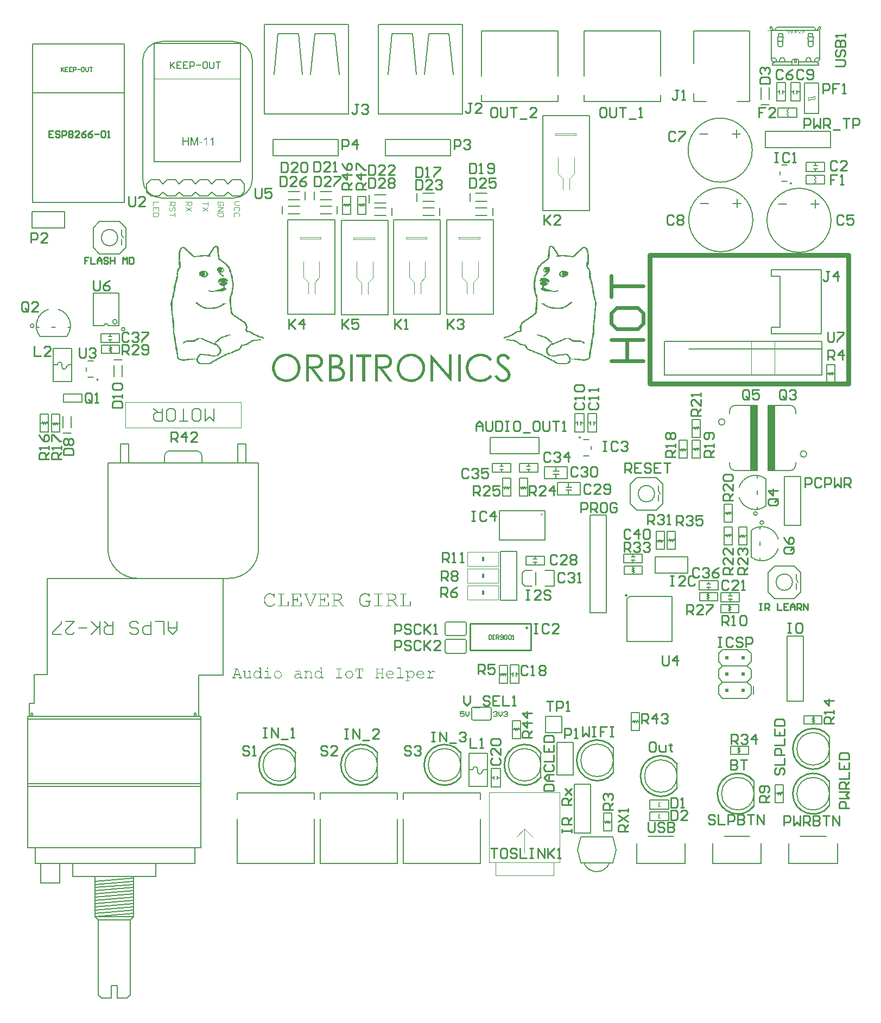
<source format=gto>
G04 Layer_Color=65535*
%FSLAX24Y24*%
%MOIN*%
G70*
G01*
G75*
%ADD33C,0.0079*%
%ADD36C,0.0295*%
%ADD39C,0.0236*%
%ADD80C,0.0080*%
%ADD81C,0.0050*%
%ADD82C,0.0059*%
%ADD83C,0.0100*%
%ADD84C,0.0060*%
%ADD85C,0.0020*%
%ADD86C,0.0025*%
%ADD87C,0.0039*%
%ADD88C,0.0067*%
%ADD89C,0.0028*%
%ADD90C,0.0000*%
%ADD91C,0.0032*%
%ADD92C,0.0020*%
%ADD93C,0.0039*%
%ADD94C,0.0027*%
%ADD95R,0.0400X0.4000*%
%ADD96R,0.0200X0.0200*%
%ADD97R,0.0157X0.0315*%
G36*
X27379Y29660D02*
X27213D01*
Y31320D01*
X27379D01*
Y29660D01*
D02*
G37*
G36*
X26834D02*
X26795D01*
X25699Y30915D01*
Y29660D01*
X25527D01*
Y31320D01*
X25562D01*
X26667Y30052D01*
Y31320D01*
X26834D01*
Y29660D01*
D02*
G37*
G36*
X28619Y31361D02*
X28638D01*
X28663Y31359D01*
X28689Y31355D01*
X28718Y31351D01*
X28751Y31345D01*
X28783Y31340D01*
X28854Y31324D01*
X28927Y31301D01*
X28963Y31286D01*
X28999Y31271D01*
X29001Y31269D01*
X29007Y31267D01*
X29016Y31261D01*
X29030Y31254D01*
X29047Y31244D01*
X29064Y31232D01*
X29085Y31219D01*
X29108Y31204D01*
X29131Y31187D01*
X29156Y31167D01*
X29208Y31123D01*
X29259Y31072D01*
X29307Y31014D01*
X29175Y30915D01*
X29173Y30917D01*
X29170Y30921D01*
X29164Y30928D01*
X29156Y30938D01*
X29145Y30949D01*
X29133Y30963D01*
X29118Y30978D01*
X29103Y30993D01*
X29064Y31028D01*
X29020Y31064D01*
X28971Y31097D01*
X28915Y31127D01*
X28913D01*
X28907Y31131D01*
X28900Y31135D01*
X28888Y31139D01*
X28875Y31144D01*
X28858Y31150D01*
X28839Y31158D01*
X28818Y31166D01*
X28793Y31171D01*
X28768Y31179D01*
X28710Y31190D01*
X28649Y31198D01*
X28582Y31202D01*
X28563D01*
X28548Y31200D01*
X28531D01*
X28510Y31196D01*
X28487Y31194D01*
X28462Y31190D01*
X28433Y31185D01*
X28404Y31179D01*
X28343Y31162D01*
X28311Y31150D01*
X28278Y31139D01*
X28246Y31123D01*
X28213Y31106D01*
X28211Y31104D01*
X28205Y31102D01*
X28198Y31097D01*
X28186Y31089D01*
X28171Y31079D01*
X28156Y31068D01*
X28136Y31055D01*
X28117Y31037D01*
X28075Y31001D01*
X28031Y30957D01*
X27989Y30905D01*
X27951Y30848D01*
X27949Y30846D01*
X27947Y30840D01*
X27943Y30833D01*
X27938Y30819D01*
X27930Y30804D01*
X27922Y30787D01*
X27915Y30766D01*
X27905Y30743D01*
X27897Y30718D01*
X27888Y30689D01*
X27880Y30659D01*
X27874Y30628D01*
X27863Y30559D01*
X27861Y30523D01*
X27859Y30486D01*
Y30483D01*
Y30473D01*
X27861Y30458D01*
X27863Y30435D01*
X27865Y30410D01*
X27871Y30379D01*
X27876Y30345D01*
X27886Y30309D01*
X27895Y30268D01*
X27909Y30228D01*
X27926Y30186D01*
X27947Y30142D01*
X27970Y30100D01*
X27997Y30058D01*
X28029Y30016D01*
X28066Y29978D01*
X28068Y29976D01*
X28075Y29968D01*
X28087Y29958D01*
X28104Y29945D01*
X28123Y29930D01*
X28148Y29913D01*
X28177Y29895D01*
X28209Y29876D01*
X28246Y29857D01*
X28286Y29840D01*
X28330Y29823D01*
X28376Y29807D01*
X28425Y29794D01*
X28479Y29784D01*
X28534Y29777D01*
X28592Y29775D01*
X28607D01*
X28626Y29777D01*
X28649Y29779D01*
X28680Y29782D01*
X28714Y29790D01*
X28752Y29798D01*
X28795Y29809D01*
X28840Y29823D01*
X28886Y29842D01*
X28936Y29863D01*
X28984Y29890D01*
X29034Y29922D01*
X29083Y29958D01*
X29129Y30001D01*
X29175Y30048D01*
X29307Y29949D01*
X29305Y29947D01*
X29302Y29941D01*
X29294Y29934D01*
X29284Y29922D01*
X29273Y29909D01*
X29258Y29893D01*
X29240Y29878D01*
X29221Y29859D01*
X29200Y29840D01*
X29177Y29819D01*
X29150Y29800D01*
X29124Y29779D01*
X29062Y29738D01*
X28995Y29704D01*
X28994D01*
X28988Y29700D01*
X28976Y29696D01*
X28963Y29691D01*
X28946Y29685D01*
X28925Y29677D01*
X28902Y29670D01*
X28875Y29662D01*
X28844Y29652D01*
X28812Y29645D01*
X28779Y29637D01*
X28743Y29631D01*
X28664Y29622D01*
X28622Y29620D01*
X28580Y29618D01*
X28561D01*
X28552Y29620D01*
X28538D01*
X28510Y29622D01*
X28471Y29627D01*
X28429Y29633D01*
X28383Y29643D01*
X28332Y29654D01*
X28278Y29670D01*
X28223Y29689D01*
X28165Y29712D01*
X28108Y29740D01*
X28050Y29773D01*
X27995Y29811D01*
X27943Y29855D01*
X27894Y29907D01*
X27892Y29911D01*
X27884Y29918D01*
X27874Y29932D01*
X27861Y29951D01*
X27846Y29974D01*
X27827Y30002D01*
X27807Y30035D01*
X27788Y30073D01*
X27769Y30113D01*
X27750Y30159D01*
X27733Y30207D01*
X27716Y30261D01*
X27702Y30316D01*
X27693Y30374D01*
X27685Y30437D01*
X27683Y30500D01*
Y30502D01*
Y30504D01*
Y30509D01*
Y30515D01*
X27685Y30534D01*
X27687Y30561D01*
X27691Y30592D01*
X27697Y30628D01*
X27704Y30668D01*
X27716Y30712D01*
X27729Y30760D01*
X27746Y30810D01*
X27765Y30859D01*
X27790Y30911D01*
X27819Y30963D01*
X27853Y31014D01*
X27894Y31064D01*
X27938Y31112D01*
X27941Y31116D01*
X27949Y31123D01*
X27964Y31135D01*
X27983Y31152D01*
X28008Y31169D01*
X28039Y31190D01*
X28073Y31213D01*
X28114Y31238D01*
X28158Y31261D01*
X28207Y31284D01*
X28259Y31305D01*
X28316Y31324D01*
X28376Y31340D01*
X28441Y31351D01*
X28508Y31361D01*
X28578Y31363D01*
X28601D01*
X28619Y31361D01*
D02*
G37*
G36*
X22545Y31319D02*
X22602D01*
X22665Y31315D01*
X22727Y31311D01*
X22755Y31309D01*
X22782Y31305D01*
X22805Y31301D01*
X22826Y31298D01*
X22828D01*
X22832Y31296D01*
X22841Y31294D01*
X22851Y31290D01*
X22864Y31286D01*
X22878Y31280D01*
X22912Y31267D01*
X22950Y31248D01*
X22991Y31221D01*
X23031Y31190D01*
X23067Y31152D01*
X23069Y31150D01*
X23071Y31146D01*
X23077Y31141D01*
X23082Y31133D01*
X23088Y31122D01*
X23098Y31108D01*
X23105Y31093D01*
X23115Y31076D01*
X23123Y31056D01*
X23132Y31035D01*
X23145Y30990D01*
X23157Y30936D01*
X23159Y30907D01*
X23161Y30877D01*
Y30875D01*
Y30871D01*
Y30863D01*
Y30854D01*
X23159Y30842D01*
X23157Y30829D01*
X23153Y30796D01*
X23145Y30760D01*
X23134Y30720D01*
X23117Y30680D01*
X23096Y30639D01*
Y30638D01*
X23092Y30636D01*
X23090Y30630D01*
X23084Y30622D01*
X23069Y30603D01*
X23050Y30582D01*
X23023Y30555D01*
X22992Y30530D01*
X22954Y30506D01*
X22912Y30483D01*
X22910D01*
X22906Y30481D01*
X22901Y30479D01*
X22891Y30475D01*
X22878Y30471D01*
X22864Y30465D01*
X22847Y30462D01*
X22826Y30458D01*
X22805Y30452D01*
X22780Y30448D01*
X22753Y30442D01*
X22725Y30439D01*
X22692Y30437D01*
X22660Y30433D01*
X22623Y30431D01*
X22585D01*
X23184Y29660D01*
X22977D01*
X22380Y30431D01*
X22287D01*
Y29660D01*
X22120D01*
Y31320D01*
X22518D01*
X22545Y31319D01*
D02*
G37*
G36*
X19658D02*
X19677D01*
X19698Y31317D01*
X19719Y31315D01*
X19769Y31309D01*
X19819Y31299D01*
X19867Y31288D01*
X19890Y31280D01*
X19911Y31273D01*
X19913D01*
X19916Y31271D01*
X19920Y31267D01*
X19928Y31263D01*
X19947Y31254D01*
X19972Y31238D01*
X19999Y31217D01*
X20027Y31192D01*
X20054Y31164D01*
X20079Y31129D01*
Y31127D01*
X20081Y31125D01*
X20085Y31120D01*
X20089Y31112D01*
X20098Y31093D01*
X20111Y31066D01*
X20123Y31034D01*
X20133Y30997D01*
X20140Y30957D01*
X20142Y30913D01*
Y30911D01*
Y30907D01*
Y30902D01*
Y30894D01*
X20140Y30873D01*
X20134Y30846D01*
X20129Y30815D01*
X20119Y30781D01*
X20106Y30745D01*
X20087Y30710D01*
Y30708D01*
X20085Y30706D01*
X20077Y30695D01*
X20064Y30680D01*
X20046Y30659D01*
X20023Y30636D01*
X19997Y30611D01*
X19964Y30588D01*
X19928Y30565D01*
X19930D01*
X19934Y30563D01*
X19941Y30561D01*
X19949Y30557D01*
X19960Y30553D01*
X19972Y30548D01*
X20002Y30536D01*
X20033Y30521D01*
X20067Y30504D01*
X20098Y30483D01*
X20127Y30462D01*
X20131Y30460D01*
X20138Y30452D01*
X20152Y30439D01*
X20167Y30421D01*
X20184Y30400D01*
X20203Y30375D01*
X20221Y30349D01*
X20236Y30318D01*
X20238Y30314D01*
X20242Y30303D01*
X20249Y30286D01*
X20257Y30265D01*
X20263Y30238D01*
X20270Y30205D01*
X20274Y30173D01*
X20276Y30136D01*
Y30134D01*
Y30127D01*
Y30117D01*
X20274Y30104D01*
X20272Y30085D01*
X20268Y30066D01*
X20265Y30043D01*
X20257Y30020D01*
X20249Y29993D01*
X20240Y29966D01*
X20228Y29937D01*
X20215Y29909D01*
X20198Y29880D01*
X20177Y29851D01*
X20155Y29825D01*
X20129Y29798D01*
X20127Y29796D01*
X20123Y29792D01*
X20113Y29784D01*
X20102Y29777D01*
X20087Y29765D01*
X20069Y29754D01*
X20048Y29742D01*
X20025Y29729D01*
X19999Y29715D01*
X19970Y29704D01*
X19937Y29693D01*
X19901Y29681D01*
X19865Y29673D01*
X19825Y29666D01*
X19782Y29662D01*
X19737Y29660D01*
X19281D01*
Y31320D01*
X19641D01*
X19658Y31319D01*
D02*
G37*
G36*
X20747Y29660D02*
X20580D01*
Y31320D01*
X20747D01*
Y29660D01*
D02*
G37*
G36*
X21873Y31158D02*
X21502D01*
Y29660D01*
X21332D01*
Y31158D01*
X20961D01*
Y31320D01*
X21873D01*
Y31158D01*
D02*
G37*
G36*
X30006Y31361D02*
X30017Y31359D01*
X30046Y31355D01*
X30080Y31347D01*
X30116Y31338D01*
X30155Y31322D01*
X30193Y31303D01*
X30195D01*
X30197Y31301D01*
X30203Y31298D01*
X30210Y31292D01*
X30231Y31276D01*
X30260Y31255D01*
X30275Y31242D01*
X30292Y31227D01*
X30310Y31208D01*
X30329Y31188D01*
X30348Y31167D01*
X30369Y31143D01*
X30390Y31118D01*
X30411Y31089D01*
X30275Y30988D01*
X30273Y30990D01*
X30271Y30993D01*
X30266Y30999D01*
X30260Y31007D01*
X30243Y31028D01*
X30220Y31055D01*
X30195Y31081D01*
X30168Y31108D01*
X30141Y31131D01*
X30128Y31143D01*
X30115Y31150D01*
X30111Y31152D01*
X30103Y31156D01*
X30090Y31164D01*
X30072Y31171D01*
X30051Y31177D01*
X30027Y31185D01*
X30000Y31188D01*
X29971Y31190D01*
X29954D01*
X29937Y31187D01*
X29914Y31183D01*
X29887Y31175D01*
X29860Y31166D01*
X29833Y31150D01*
X29808Y31129D01*
X29807Y31127D01*
X29799Y31118D01*
X29789Y31104D01*
X29778Y31087D01*
X29764Y31066D01*
X29755Y31039D01*
X29747Y31011D01*
X29745Y30978D01*
Y30976D01*
Y30968D01*
X29747Y30959D01*
Y30946D01*
X29751Y30928D01*
X29755Y30911D01*
X29759Y30892D01*
X29766Y30873D01*
X29768Y30871D01*
X29770Y30863D01*
X29776Y30854D01*
X29786Y30840D01*
X29797Y30823D01*
X29810Y30806D01*
X29828Y30785D01*
X29849Y30762D01*
X29851Y30760D01*
X29856Y30754D01*
X29868Y30745D01*
X29877Y30739D01*
X29887Y30729D01*
X29900Y30720D01*
X29916Y30708D01*
X29933Y30695D01*
X29952Y30680D01*
X29975Y30662D01*
X30002Y30643D01*
X30030Y30622D01*
X30063Y30597D01*
X30065Y30595D01*
X30072Y30590D01*
X30084Y30582D01*
X30097Y30571D01*
X30116Y30557D01*
X30136Y30540D01*
X30159Y30521D01*
X30182Y30502D01*
X30231Y30458D01*
X30279Y30410D01*
X30302Y30385D01*
X30323Y30360D01*
X30342Y30335D01*
X30359Y30312D01*
X30361Y30310D01*
X30363Y30307D01*
X30367Y30301D01*
X30373Y30291D01*
X30379Y30280D01*
X30384Y30266D01*
X30400Y30236D01*
X30415Y30198D01*
X30426Y30155D01*
X30436Y30111D01*
X30440Y30064D01*
Y30062D01*
Y30056D01*
Y30046D01*
X30438Y30033D01*
X30436Y30018D01*
X30432Y30001D01*
X30428Y29979D01*
X30423Y29957D01*
X30415Y29934D01*
X30405Y29909D01*
X30396Y29882D01*
X30382Y29855D01*
X30365Y29828D01*
X30348Y29802D01*
X30327Y29775D01*
X30302Y29750D01*
X30300Y29748D01*
X30296Y29744D01*
X30289Y29738D01*
X30277Y29729D01*
X30264Y29719D01*
X30248Y29708D01*
X30229Y29696D01*
X30208Y29685D01*
X30185Y29671D01*
X30160Y29660D01*
X30132Y29649D01*
X30103Y29639D01*
X30071Y29629D01*
X30038Y29624D01*
X30004Y29620D01*
X29967Y29618D01*
X29952D01*
X29942Y29620D01*
X29929D01*
X29914Y29622D01*
X29896Y29626D01*
X29877Y29627D01*
X29833Y29637D01*
X29787Y29652D01*
X29742Y29671D01*
X29694Y29698D01*
X29692Y29700D01*
X29688Y29702D01*
X29682Y29708D01*
X29673Y29714D01*
X29663Y29723D01*
X29650Y29733D01*
X29634Y29746D01*
X29619Y29761D01*
X29602Y29779D01*
X29585Y29800D01*
X29566Y29821D01*
X29546Y29846D01*
X29527Y29872D01*
X29508Y29901D01*
X29487Y29932D01*
X29468Y29966D01*
X29608Y30052D01*
X29610Y30048D01*
X29615Y30041D01*
X29623Y30027D01*
X29634Y30010D01*
X29648Y29989D01*
X29665Y29966D01*
X29684Y29941D01*
X29707Y29916D01*
X29730Y29890D01*
X29757Y29865D01*
X29786Y29842D01*
X29816Y29821D01*
X29849Y29803D01*
X29881Y29790D01*
X29916Y29782D01*
X29952Y29779D01*
X29967D01*
X29983Y29781D01*
X30004Y29784D01*
X30027Y29788D01*
X30053Y29794D01*
X30082Y29803D01*
X30109Y29817D01*
X30113Y29819D01*
X30120Y29825D01*
X30134Y29832D01*
X30151Y29844D01*
X30168Y29859D01*
X30187Y29876D01*
X30204Y29897D01*
X30220Y29920D01*
X30222Y29924D01*
X30226Y29932D01*
X30233Y29945D01*
X30241Y29962D01*
X30247Y29983D01*
X30254Y30008D01*
X30258Y30033D01*
X30260Y30060D01*
Y30062D01*
Y30064D01*
Y30075D01*
X30256Y30090D01*
X30252Y30111D01*
X30247Y30136D01*
X30235Y30165D01*
X30222Y30194D01*
X30203Y30224D01*
Y30226D01*
X30199Y30230D01*
X30195Y30236D01*
X30187Y30243D01*
X30178Y30255D01*
X30166Y30268D01*
X30153Y30282D01*
X30138Y30299D01*
X30118Y30318D01*
X30099Y30337D01*
X30074Y30360D01*
X30050Y30383D01*
X30021Y30408D01*
X29988Y30435D01*
X29956Y30462D01*
X29918Y30490D01*
X29916Y30492D01*
X29908Y30498D01*
X29898Y30506D01*
X29885Y30515D01*
X29868Y30529D01*
X29849Y30544D01*
X29808Y30578D01*
X29764Y30615D01*
X29722Y30653D01*
X29703Y30670D01*
X29686Y30687D01*
X29671Y30705D01*
X29659Y30718D01*
Y30720D01*
X29655Y30724D01*
X29652Y30729D01*
X29646Y30739D01*
X29640Y30749D01*
X29632Y30762D01*
X29617Y30794D01*
X29600Y30831D01*
X29587Y30875D01*
X29577Y30923D01*
X29575Y30947D01*
X29573Y30972D01*
Y30974D01*
Y30978D01*
Y30984D01*
Y30991D01*
X29575Y31011D01*
X29579Y31037D01*
X29587Y31068D01*
X29594Y31100D01*
X29608Y31135D01*
X29625Y31169D01*
Y31171D01*
X29627Y31173D01*
X29634Y31185D01*
X29646Y31200D01*
X29663Y31221D01*
X29682Y31244D01*
X29707Y31267D01*
X29738Y31290D01*
X29770Y31311D01*
X29772D01*
X29774Y31313D01*
X29780Y31317D01*
X29787Y31319D01*
X29807Y31328D01*
X29831Y31338D01*
X29862Y31345D01*
X29896Y31355D01*
X29935Y31361D01*
X29975Y31363D01*
X29994D01*
X30006Y31361D01*
D02*
G37*
G36*
X24028Y16622D02*
X24038Y16620D01*
X24045Y16615D01*
X24046Y16614D01*
X24051Y16609D01*
X24054Y16603D01*
X24055Y16595D01*
Y16593D01*
X24054Y16587D01*
X24051Y16581D01*
X24045Y16574D01*
X24044Y16573D01*
X24039Y16571D01*
X24030Y16568D01*
X24017Y16567D01*
X23881D01*
Y15887D01*
X24262D01*
Y16113D01*
Y16114D01*
Y16116D01*
Y16120D01*
X24263Y16124D01*
X24265Y16134D01*
X24269Y16142D01*
X24270Y16143D01*
X24275Y16147D01*
X24281Y16150D01*
X24290Y16151D01*
X24292D01*
X24297Y16150D01*
X24303Y16148D01*
X24310Y16143D01*
X24311Y16140D01*
X24314Y16136D01*
X24317Y16126D01*
X24319Y16121D01*
Y16113D01*
Y15830D01*
X23682D01*
X23678Y15831D01*
X23668Y15833D01*
X23663Y15835D01*
X23659Y15838D01*
X23658Y15839D01*
X23655Y15843D01*
X23652Y15850D01*
X23651Y15858D01*
Y15860D01*
Y15861D01*
X23652Y15865D01*
X23654Y15872D01*
X23659Y15878D01*
X23662Y15879D01*
X23666Y15882D01*
X23676Y15886D01*
X23681Y15887D01*
X23824D01*
Y16567D01*
X23682D01*
X23678Y16568D01*
X23668Y16570D01*
X23663Y16572D01*
X23659Y16574D01*
X23658Y16575D01*
X23655Y16580D01*
X23652Y16586D01*
X23651Y16595D01*
Y16596D01*
Y16597D01*
X23652Y16602D01*
X23654Y16608D01*
X23659Y16615D01*
X23662Y16616D01*
X23666Y16619D01*
X23676Y16622D01*
X23681Y16624D01*
X24023D01*
X24028Y16622D01*
D02*
G37*
G36*
X18520D02*
X18527Y16620D01*
X18528Y16619D01*
X18531Y16618D01*
X18535Y16615D01*
X18539Y16609D01*
X18540Y16608D01*
X18541Y16605D01*
X18542Y16601D01*
X18543Y16595D01*
Y16594D01*
X18542Y16590D01*
X18541Y16584D01*
X18538Y16579D01*
X18537Y16578D01*
X18534Y16575D01*
X18531Y16572D01*
X18527Y16569D01*
X18526D01*
X18521Y16568D01*
X18515Y16567D01*
X18469D01*
X18186Y15830D01*
X18106D01*
X17820Y16567D01*
X17775D01*
X17767Y16568D01*
X17761Y16569D01*
X17759Y16570D01*
X17757Y16571D01*
X17753Y16574D01*
X17750Y16579D01*
X17748Y16580D01*
X17747Y16584D01*
X17746Y16589D01*
X17745Y16595D01*
Y16596D01*
X17746Y16599D01*
X17747Y16604D01*
X17750Y16609D01*
X17751Y16610D01*
X17753Y16614D01*
X17756Y16617D01*
X17761Y16620D01*
X17762Y16621D01*
X17766Y16622D01*
X17773Y16624D01*
X17992D01*
X18000Y16622D01*
X18005Y16620D01*
X18006Y16619D01*
X18010Y16618D01*
X18013Y16615D01*
X18016Y16609D01*
X18017Y16608D01*
X18020Y16605D01*
X18021Y16601D01*
X18022Y16595D01*
Y16594D01*
X18021Y16590D01*
X18020Y16584D01*
X18016Y16579D01*
X18015Y16578D01*
X18013Y16575D01*
X18010Y16572D01*
X18005Y16569D01*
X18004D01*
X18000Y16568D01*
X17993Y16567D01*
X17877D01*
X18143Y15887D01*
X18147D01*
X18409Y16567D01*
X18295D01*
X18286Y16568D01*
X18280Y16569D01*
X18279Y16570D01*
X18276Y16571D01*
X18272Y16574D01*
X18269Y16579D01*
Y16580D01*
X18268Y16584D01*
X18267Y16589D01*
X18265Y16595D01*
Y16596D01*
X18267Y16599D01*
X18268Y16604D01*
X18270Y16609D01*
X18271Y16610D01*
X18273Y16614D01*
X18276Y16617D01*
X18281Y16620D01*
X18282Y16621D01*
X18286Y16622D01*
X18293Y16624D01*
X18514D01*
X18520Y16622D01*
D02*
G37*
G36*
X15663Y16641D02*
X15673D01*
X15685Y16639D01*
X15699Y16637D01*
X15716Y16634D01*
X15733Y16630D01*
X15752Y16625D01*
X15771Y16619D01*
X15791Y16610D01*
X15812Y16602D01*
X15832Y16591D01*
X15853Y16578D01*
X15874Y16563D01*
X15894Y16546D01*
Y16585D01*
Y16586D01*
Y16589D01*
Y16592D01*
X15895Y16596D01*
X15897Y16606D01*
X15901Y16614D01*
X15902Y16615D01*
X15907Y16619D01*
X15913Y16622D01*
X15922Y16624D01*
X15924D01*
X15929Y16622D01*
X15935Y16619D01*
X15942Y16614D01*
X15943Y16613D01*
X15946Y16607D01*
X15949Y16598D01*
X15950Y16585D01*
Y16428D01*
Y16427D01*
Y16425D01*
Y16421D01*
X15949Y16417D01*
X15947Y16407D01*
X15945Y16402D01*
X15942Y16398D01*
X15941Y16397D01*
X15936Y16394D01*
X15930Y16391D01*
X15922Y16390D01*
X15920D01*
X15916Y16391D01*
X15909Y16393D01*
X15902Y16397D01*
X15901Y16398D01*
X15898Y16404D01*
X15896Y16411D01*
X15894Y16423D01*
Y16425D01*
Y16426D01*
X15893Y16429D01*
Y16433D01*
X15889Y16444D01*
X15884Y16457D01*
X15876Y16473D01*
X15865Y16490D01*
X15859Y16499D01*
X15851Y16508D01*
X15841Y16515D01*
X15831Y16524D01*
X15830Y16525D01*
X15828Y16526D01*
X15824Y16530D01*
X15817Y16534D01*
X15810Y16538D01*
X15801Y16544D01*
X15791Y16549D01*
X15779Y16555D01*
X15766Y16560D01*
X15753Y16566D01*
X15722Y16575D01*
X15688Y16583D01*
X15670Y16584D01*
X15651Y16585D01*
X15640D01*
X15634Y16584D01*
X15627D01*
X15611Y16582D01*
X15592Y16578D01*
X15571Y16573D01*
X15548Y16566D01*
X15526Y16556D01*
X15524Y16555D01*
X15519Y16551D01*
X15511Y16547D01*
X15501Y16542D01*
X15490Y16534D01*
X15478Y16524D01*
X15467Y16514D01*
X15456Y16503D01*
Y16502D01*
X15454Y16501D01*
X15452Y16498D01*
X15449Y16495D01*
X15441Y16484D01*
X15431Y16469D01*
X15419Y16452D01*
X15407Y16432D01*
X15396Y16410D01*
X15385Y16386D01*
X15384Y16384D01*
X15382Y16378D01*
X15380Y16369D01*
X15377Y16356D01*
X15372Y16339D01*
X15370Y16322D01*
X15368Y16301D01*
X15367Y16279D01*
Y16180D01*
Y16179D01*
Y16174D01*
X15368Y16168D01*
Y16158D01*
X15370Y16147D01*
X15371Y16134D01*
X15374Y16120D01*
X15379Y16104D01*
X15383Y16087D01*
X15390Y16069D01*
X15396Y16051D01*
X15405Y16032D01*
X15416Y16014D01*
X15428Y15994D01*
X15442Y15975D01*
X15459Y15958D01*
X15460Y15957D01*
X15463Y15954D01*
X15468Y15949D01*
X15475Y15944D01*
X15484Y15936D01*
X15495Y15928D01*
X15507Y15920D01*
X15521Y15912D01*
X15535Y15903D01*
X15552Y15894D01*
X15570Y15887D01*
X15589Y15879D01*
X15608Y15874D01*
X15629Y15869D01*
X15651Y15866D01*
X15674Y15865D01*
X15686D01*
X15693Y15866D01*
X15700Y15867D01*
X15719Y15869D01*
X15738Y15873D01*
X15761Y15878D01*
X15784Y15886D01*
X15806Y15897D01*
X15807D01*
X15808Y15898D01*
X15812Y15900D01*
X15816Y15902D01*
X15827Y15910D01*
X15842Y15921D01*
X15859Y15934D01*
X15878Y15950D01*
X15898Y15970D01*
X15919Y15993D01*
X15920Y15994D01*
X15921Y15995D01*
X15926Y16001D01*
X15934Y16005D01*
X15940Y16006D01*
X15944Y16007D01*
X15946D01*
X15950Y16006D01*
X15957Y16004D01*
X15964Y15999D01*
X15965Y15998D01*
X15968Y15994D01*
X15970Y15987D01*
X15971Y15980D01*
Y15979D01*
Y15976D01*
X15970Y15973D01*
X15968Y15968D01*
X15964Y15961D01*
X15959Y15954D01*
X15952Y15944D01*
X15942Y15933D01*
X15941Y15932D01*
X15940Y15931D01*
X15936Y15927D01*
X15932Y15923D01*
X15921Y15911D01*
X15906Y15898D01*
X15887Y15882D01*
X15865Y15867D01*
X15841Y15852D01*
X15816Y15839D01*
X15815D01*
X15813Y15838D01*
X15810Y15835D01*
X15804Y15834D01*
X15797Y15832D01*
X15790Y15829D01*
X15772Y15823D01*
X15750Y15818D01*
X15728Y15813D01*
X15701Y15809D01*
X15675Y15808D01*
X15664D01*
X15659Y15809D01*
X15652D01*
X15636Y15811D01*
X15617Y15814D01*
X15595Y15818D01*
X15573Y15823D01*
X15549Y15831D01*
X15547Y15832D01*
X15542Y15834D01*
X15532Y15839D01*
X15521Y15843D01*
X15508Y15850D01*
X15495Y15857D01*
X15482Y15865D01*
X15468Y15874D01*
X15467Y15875D01*
X15463Y15878D01*
X15456Y15885D01*
X15447Y15893D01*
X15436Y15905D01*
X15421Y15920D01*
X15406Y15937D01*
X15390Y15957D01*
Y15958D01*
X15388Y15959D01*
X15385Y15962D01*
X15382Y15967D01*
X15374Y15978D01*
X15365Y15992D01*
X15354Y16008D01*
X15344Y16027D01*
X15334Y16045D01*
X15326Y16064D01*
Y16065D01*
X15325Y16066D01*
X15324Y16073D01*
X15321Y16082D01*
X15319Y16096D01*
X15315Y16112D01*
X15312Y16131D01*
X15311Y16150D01*
X15310Y16172D01*
Y16288D01*
Y16289D01*
Y16291D01*
Y16297D01*
X15311Y16302D01*
Y16310D01*
X15312Y16320D01*
X15313Y16329D01*
X15315Y16342D01*
X15321Y16367D01*
X15329Y16396D01*
X15340Y16427D01*
X15355Y16460D01*
X15356Y16461D01*
X15357Y16464D01*
X15359Y16468D01*
X15364Y16474D01*
X15368Y16481D01*
X15373Y16490D01*
X15388Y16509D01*
X15405Y16531D01*
X15426Y16554D01*
X15451Y16574D01*
X15478Y16594D01*
X15479Y16595D01*
X15482Y16596D01*
X15486Y16598D01*
X15493Y16602D01*
X15499Y16605D01*
X15508Y16609D01*
X15518Y16614D01*
X15530Y16618D01*
X15555Y16627D01*
X15583Y16634D01*
X15615Y16640D01*
X15631Y16642D01*
X15655D01*
X15663Y16641D01*
D02*
G37*
G36*
X23191Y16622D02*
X23200Y16621D01*
X23210Y16620D01*
X23222Y16618D01*
X23235Y16615D01*
X23264Y16607D01*
X23278Y16602D01*
X23293Y16595D01*
X23309Y16587D01*
X23324Y16578D01*
X23338Y16568D01*
X23352Y16556D01*
X23353Y16555D01*
X23356Y16552D01*
X23359Y16549D01*
X23364Y16544D01*
X23370Y16537D01*
X23375Y16530D01*
X23382Y16521D01*
X23389Y16511D01*
X23403Y16489D01*
X23415Y16463D01*
X23419Y16449D01*
X23422Y16433D01*
X23424Y16418D01*
X23426Y16403D01*
Y16402D01*
Y16401D01*
Y16397D01*
X23424Y16393D01*
X23423Y16381D01*
X23420Y16366D01*
X23415Y16348D01*
X23406Y16329D01*
X23395Y16309D01*
X23380Y16288D01*
Y16287D01*
X23377Y16286D01*
X23375Y16283D01*
X23371Y16279D01*
X23366Y16275D01*
X23360Y16269D01*
X23352Y16263D01*
X23344Y16256D01*
X23334Y16250D01*
X23323Y16242D01*
X23311Y16236D01*
X23298Y16228D01*
X23282Y16220D01*
X23266Y16213D01*
X23248Y16205D01*
X23229Y16198D01*
X23230D01*
X23232Y16196D01*
X23234Y16194D01*
X23239Y16191D01*
X23251Y16182D01*
X23265Y16171D01*
X23281Y16157D01*
X23299Y16140D01*
X23316Y16123D01*
X23333Y16103D01*
X23334Y16102D01*
X23335Y16101D01*
X23337Y16098D01*
X23341Y16092D01*
X23346Y16086D01*
X23351Y16078D01*
X23359Y16068D01*
X23366Y16056D01*
X23375Y16043D01*
X23386Y16028D01*
X23397Y16009D01*
X23410Y15990D01*
X23424Y15968D01*
X23439Y15944D01*
X23455Y15916D01*
X23473Y15887D01*
X23522D01*
X23526Y15886D01*
X23536Y15884D01*
X23544Y15878D01*
X23545Y15877D01*
X23549Y15873D01*
X23552Y15866D01*
X23553Y15858D01*
Y15856D01*
X23552Y15851D01*
X23549Y15844D01*
X23544Y15838D01*
X23542Y15837D01*
X23537Y15834D01*
X23528Y15831D01*
X23515Y15830D01*
X23440D01*
Y15831D01*
X23439Y15832D01*
X23435Y15839D01*
X23430Y15847D01*
X23422Y15861D01*
X23414Y15876D01*
X23404Y15893D01*
X23392Y15912D01*
X23380Y15933D01*
X23353Y15975D01*
X23326Y16017D01*
X23313Y16037D01*
X23300Y16054D01*
X23287Y16070D01*
X23276Y16084D01*
X23275Y16085D01*
X23274Y16087D01*
X23270Y16090D01*
X23266Y16095D01*
X23260Y16100D01*
X23254Y16105D01*
X23238Y16121D01*
X23218Y16136D01*
X23196Y16154D01*
X23171Y16170D01*
X23144Y16184D01*
X22962D01*
Y15887D01*
X23075D01*
X23080Y15886D01*
X23089Y15884D01*
X23094Y15881D01*
X23098Y15878D01*
X23099Y15877D01*
X23102Y15873D01*
X23105Y15866D01*
X23106Y15858D01*
Y15856D01*
X23105Y15851D01*
X23103Y15844D01*
X23098Y15838D01*
X23095Y15837D01*
X23091Y15834D01*
X23081Y15831D01*
X23076Y15830D01*
X22822D01*
X22818Y15831D01*
X22808Y15833D01*
X22803Y15835D01*
X22799Y15838D01*
X22798Y15839D01*
X22795Y15843D01*
X22792Y15850D01*
X22790Y15858D01*
Y15860D01*
Y15861D01*
X22792Y15865D01*
X22794Y15872D01*
X22799Y15878D01*
X22801Y15879D01*
X22806Y15882D01*
X22816Y15886D01*
X22821Y15887D01*
X22905D01*
Y16567D01*
X22822D01*
X22818Y16568D01*
X22808Y16570D01*
X22803Y16572D01*
X22799Y16574D01*
X22798Y16575D01*
X22795Y16580D01*
X22792Y16586D01*
X22790Y16595D01*
Y16596D01*
Y16597D01*
X22792Y16602D01*
X22794Y16608D01*
X22799Y16615D01*
X22801Y16616D01*
X22806Y16619D01*
X22816Y16622D01*
X22821Y16624D01*
X23183D01*
X23191Y16622D01*
D02*
G37*
G36*
X16522D02*
X16532Y16620D01*
X16540Y16615D01*
X16541Y16614D01*
X16545Y16609D01*
X16548Y16603D01*
X16549Y16595D01*
Y16593D01*
X16548Y16587D01*
X16545Y16581D01*
X16540Y16574D01*
X16539Y16573D01*
X16533Y16571D01*
X16524Y16568D01*
X16511Y16567D01*
X16376D01*
Y15887D01*
X16756D01*
Y16113D01*
Y16114D01*
Y16116D01*
Y16120D01*
X16757Y16124D01*
X16759Y16134D01*
X16764Y16142D01*
X16765Y16143D01*
X16769Y16147D01*
X16776Y16150D01*
X16784Y16151D01*
X16787D01*
X16791Y16150D01*
X16798Y16148D01*
X16804Y16143D01*
X16805Y16140D01*
X16809Y16136D01*
X16812Y16126D01*
X16813Y16121D01*
Y16113D01*
Y15830D01*
X16177D01*
X16172Y15831D01*
X16163Y15833D01*
X16157Y15835D01*
X16154Y15838D01*
X16153Y15839D01*
X16149Y15843D01*
X16146Y15850D01*
X16145Y15858D01*
Y15860D01*
Y15861D01*
X16146Y15865D01*
X16148Y15872D01*
X16154Y15878D01*
X16156Y15879D01*
X16160Y15882D01*
X16170Y15886D01*
X16176Y15887D01*
X16319D01*
Y16567D01*
X16177D01*
X16172Y16568D01*
X16163Y16570D01*
X16157Y16572D01*
X16154Y16574D01*
X16153Y16575D01*
X16149Y16580D01*
X16146Y16586D01*
X16145Y16595D01*
Y16596D01*
Y16597D01*
X16146Y16602D01*
X16148Y16608D01*
X16154Y16615D01*
X16156Y16616D01*
X16160Y16619D01*
X16170Y16622D01*
X16176Y16624D01*
X16518D01*
X16522Y16622D01*
D02*
G37*
G36*
X19855D02*
X19865Y16621D01*
X19874Y16620D01*
X19886Y16618D01*
X19900Y16615D01*
X19928Y16607D01*
X19942Y16602D01*
X19957Y16595D01*
X19973Y16587D01*
X19988Y16578D01*
X20002Y16568D01*
X20016Y16556D01*
X20018Y16555D01*
X20020Y16552D01*
X20023Y16549D01*
X20028Y16544D01*
X20034Y16537D01*
X20039Y16530D01*
X20046Y16521D01*
X20054Y16511D01*
X20067Y16489D01*
X20079Y16463D01*
X20083Y16449D01*
X20086Y16433D01*
X20089Y16418D01*
X20090Y16403D01*
Y16402D01*
Y16401D01*
Y16397D01*
X20089Y16393D01*
X20087Y16381D01*
X20084Y16366D01*
X20079Y16348D01*
X20070Y16329D01*
X20059Y16309D01*
X20044Y16288D01*
Y16287D01*
X20042Y16286D01*
X20039Y16283D01*
X20035Y16279D01*
X20031Y16275D01*
X20024Y16269D01*
X20016Y16263D01*
X20008Y16256D01*
X19998Y16250D01*
X19987Y16242D01*
X19975Y16236D01*
X19962Y16228D01*
X19947Y16220D01*
X19930Y16213D01*
X19913Y16205D01*
X19893Y16198D01*
X19894D01*
X19896Y16196D01*
X19898Y16194D01*
X19903Y16191D01*
X19915Y16182D01*
X19929Y16171D01*
X19945Y16157D01*
X19963Y16140D01*
X19980Y16123D01*
X19997Y16103D01*
X19998Y16102D01*
X19999Y16101D01*
X20001Y16098D01*
X20006Y16092D01*
X20010Y16086D01*
X20015Y16078D01*
X20023Y16068D01*
X20031Y16056D01*
X20039Y16043D01*
X20050Y16028D01*
X20061Y16009D01*
X20074Y15990D01*
X20089Y15968D01*
X20103Y15944D01*
X20119Y15916D01*
X20137Y15887D01*
X20186D01*
X20190Y15886D01*
X20200Y15884D01*
X20208Y15878D01*
X20209Y15877D01*
X20213Y15873D01*
X20216Y15866D01*
X20218Y15858D01*
Y15856D01*
X20216Y15851D01*
X20213Y15844D01*
X20208Y15838D01*
X20207Y15837D01*
X20201Y15834D01*
X20192Y15831D01*
X20179Y15830D01*
X20104D01*
Y15831D01*
X20103Y15832D01*
X20100Y15839D01*
X20094Y15847D01*
X20086Y15861D01*
X20078Y15876D01*
X20068Y15893D01*
X20056Y15912D01*
X20044Y15933D01*
X20018Y15975D01*
X19990Y16017D01*
X19977Y16037D01*
X19964Y16054D01*
X19951Y16070D01*
X19940Y16084D01*
X19939Y16085D01*
X19938Y16087D01*
X19934Y16090D01*
X19930Y16095D01*
X19925Y16100D01*
X19918Y16105D01*
X19902Y16121D01*
X19882Y16136D01*
X19860Y16154D01*
X19835Y16170D01*
X19808Y16184D01*
X19626D01*
Y15887D01*
X19739D01*
X19744Y15886D01*
X19753Y15884D01*
X19759Y15881D01*
X19762Y15878D01*
X19763Y15877D01*
X19766Y15873D01*
X19769Y15866D01*
X19771Y15858D01*
Y15856D01*
X19769Y15851D01*
X19767Y15844D01*
X19762Y15838D01*
X19760Y15837D01*
X19755Y15834D01*
X19745Y15831D01*
X19740Y15830D01*
X19486D01*
X19482Y15831D01*
X19472Y15833D01*
X19467Y15835D01*
X19463Y15838D01*
X19462Y15839D01*
X19459Y15843D01*
X19456Y15850D01*
X19455Y15858D01*
Y15860D01*
Y15861D01*
X19456Y15865D01*
X19458Y15872D01*
X19463Y15878D01*
X19466Y15879D01*
X19470Y15882D01*
X19480Y15886D01*
X19485Y15887D01*
X19569D01*
Y16567D01*
X19486D01*
X19482Y16568D01*
X19472Y16570D01*
X19467Y16572D01*
X19463Y16574D01*
X19462Y16575D01*
X19459Y16580D01*
X19456Y16586D01*
X19455Y16595D01*
Y16596D01*
Y16597D01*
X19456Y16602D01*
X19458Y16608D01*
X19463Y16615D01*
X19466Y16616D01*
X19470Y16619D01*
X19480Y16622D01*
X19485Y16624D01*
X19847D01*
X19855Y16622D01*
D02*
G37*
G36*
X22548D02*
X22558Y16620D01*
X22565Y16615D01*
X22566Y16614D01*
X22571Y16609D01*
X22574Y16603D01*
X22575Y16595D01*
Y16593D01*
X22574Y16587D01*
X22571Y16581D01*
X22565Y16574D01*
X22564Y16573D01*
X22559Y16571D01*
X22550Y16568D01*
X22537Y16567D01*
X22342D01*
Y15887D01*
X22543D01*
X22548Y15886D01*
X22558Y15884D01*
X22565Y15878D01*
X22566Y15877D01*
X22571Y15873D01*
X22574Y15866D01*
X22575Y15858D01*
Y15856D01*
X22574Y15851D01*
X22571Y15844D01*
X22565Y15838D01*
X22564Y15837D01*
X22559Y15834D01*
X22550Y15831D01*
X22537Y15830D01*
X22084D01*
X22080Y15831D01*
X22070Y15833D01*
X22065Y15835D01*
X22061Y15838D01*
X22060Y15839D01*
X22057Y15843D01*
X22054Y15850D01*
X22053Y15858D01*
Y15860D01*
Y15861D01*
X22054Y15865D01*
X22056Y15872D01*
X22061Y15878D01*
X22064Y15879D01*
X22068Y15882D01*
X22078Y15886D01*
X22083Y15887D01*
X22286D01*
Y16567D01*
X22084D01*
X22080Y16568D01*
X22070Y16570D01*
X22065Y16572D01*
X22061Y16574D01*
X22060Y16575D01*
X22057Y16580D01*
X22054Y16586D01*
X22053Y16595D01*
Y16596D01*
Y16597D01*
X22054Y16602D01*
X22056Y16608D01*
X22061Y16615D01*
X22064Y16616D01*
X22068Y16619D01*
X22078Y16622D01*
X22083Y16624D01*
X22543D01*
X22548Y16622D01*
D02*
G37*
G36*
X10674Y44151D02*
X10609D01*
Y44385D01*
X10351D01*
Y44151D01*
X10285D01*
Y44648D01*
X10351D01*
Y44444D01*
X10609D01*
Y44648D01*
X10674D01*
Y44151D01*
D02*
G37*
G36*
X47444Y51165D02*
X47448Y51165D01*
X47452Y51164D01*
X47456Y51164D01*
X47458Y51164D01*
X47459Y51163D01*
X47460D01*
X47460Y51163D01*
X47461D01*
X47461Y51163D01*
X47462Y51163D01*
X47464Y51163D01*
X47466Y51162D01*
X47469Y51161D01*
X47473Y51159D01*
X47476Y51158D01*
X47479Y51156D01*
X47479D01*
X47479Y51156D01*
X47480Y51155D01*
X47482Y51154D01*
X47484Y51152D01*
X47486Y51150D01*
X47488Y51147D01*
X47490Y51144D01*
X47492Y51141D01*
Y51140D01*
X47492Y51140D01*
X47492Y51139D01*
X47493Y51139D01*
X47493Y51138D01*
X47493Y51137D01*
X47494Y51134D01*
X47495Y51131D01*
X47496Y51127D01*
X47497Y51123D01*
X47497Y51119D01*
Y51119D01*
Y51118D01*
Y51117D01*
X47497Y51115D01*
X47496Y51114D01*
X47496Y51112D01*
X47496Y51110D01*
X47495Y51107D01*
X47494Y51104D01*
X47494Y51102D01*
X47493Y51099D01*
X47491Y51096D01*
X47490Y51093D01*
X47488Y51090D01*
X47486Y51087D01*
X47484Y51085D01*
X47484Y51084D01*
X47483Y51084D01*
X47482Y51083D01*
X47481Y51082D01*
X47480Y51081D01*
X47478Y51080D01*
X47476Y51079D01*
X47473Y51078D01*
X47470Y51076D01*
X47467Y51075D01*
X47463Y51074D01*
X47459Y51073D01*
X47454Y51072D01*
X47449Y51071D01*
X47443Y51071D01*
X47437Y51071D01*
X47396D01*
Y51006D01*
X47375D01*
Y51165D01*
X47441D01*
X47444Y51165D01*
D02*
G37*
G36*
X47747D02*
X47749D01*
X47750Y51165D01*
X47753Y51164D01*
X47757Y51164D01*
X47762Y51163D01*
X47767Y51162D01*
X47771Y51160D01*
X47771D01*
X47772Y51160D01*
X47772Y51159D01*
X47773Y51159D01*
X47775Y51158D01*
X47778Y51156D01*
X47780Y51154D01*
X47783Y51152D01*
X47786Y51149D01*
X47788Y51145D01*
Y51145D01*
X47789Y51145D01*
X47789Y51144D01*
X47789Y51143D01*
X47790Y51143D01*
X47790Y51141D01*
X47792Y51139D01*
X47793Y51136D01*
X47794Y51132D01*
X47794Y51128D01*
X47795Y51124D01*
Y51124D01*
Y51124D01*
Y51123D01*
Y51122D01*
X47794Y51121D01*
X47794Y51118D01*
X47793Y51115D01*
X47792Y51112D01*
X47791Y51109D01*
X47789Y51105D01*
Y51105D01*
X47789Y51105D01*
X47789Y51104D01*
X47788Y51104D01*
X47787Y51102D01*
X47785Y51100D01*
X47783Y51098D01*
X47780Y51095D01*
X47777Y51093D01*
X47773Y51091D01*
X47773D01*
X47773Y51090D01*
X47774Y51090D01*
X47775Y51090D01*
X47776Y51089D01*
X47778Y51089D01*
X47781Y51087D01*
X47784Y51085D01*
X47788Y51083D01*
X47792Y51080D01*
X47795Y51076D01*
X47795Y51076D01*
X47795Y51076D01*
X47795Y51075D01*
X47796Y51074D01*
X47797Y51073D01*
X47797Y51072D01*
X47798Y51071D01*
X47799Y51069D01*
X47800Y51066D01*
X47801Y51062D01*
X47802Y51057D01*
X47803Y51055D01*
Y51052D01*
Y51052D01*
Y51052D01*
Y51051D01*
Y51050D01*
X47802Y51049D01*
Y51048D01*
X47802Y51045D01*
X47801Y51042D01*
X47800Y51039D01*
X47799Y51035D01*
X47798Y51031D01*
Y51031D01*
X47798Y51031D01*
X47797Y51030D01*
X47797Y51030D01*
X47796Y51028D01*
X47794Y51026D01*
X47793Y51024D01*
X47791Y51021D01*
X47789Y51019D01*
X47786Y51017D01*
X47786Y51016D01*
X47785Y51016D01*
X47783Y51015D01*
X47781Y51014D01*
X47779Y51012D01*
X47776Y51011D01*
X47772Y51010D01*
X47769Y51009D01*
X47768D01*
X47768Y51009D01*
X47768D01*
X47767Y51008D01*
X47766Y51008D01*
X47765Y51008D01*
X47763Y51008D01*
X47762Y51008D01*
X47760Y51007D01*
X47758Y51007D01*
X47754Y51007D01*
X47749Y51006D01*
X47743Y51006D01*
X47683D01*
Y51165D01*
X47745D01*
X47747Y51165D01*
D02*
G37*
G36*
X11517Y44300D02*
X11330D01*
Y44362D01*
X11517D01*
Y44300D01*
D02*
G37*
G36*
X11797Y44151D02*
X11736D01*
Y44539D01*
X11735Y44538D01*
X11733Y44536D01*
X11728Y44532D01*
X11721Y44526D01*
X11713Y44520D01*
X11703Y44513D01*
X11691Y44505D01*
X11678Y44497D01*
X11678D01*
X11677Y44496D01*
X11675Y44495D01*
X11672Y44494D01*
X11669Y44492D01*
X11665Y44490D01*
X11657Y44486D01*
X11647Y44481D01*
X11636Y44475D01*
X11625Y44470D01*
X11614Y44466D01*
Y44525D01*
X11615Y44525D01*
X11616Y44526D01*
X11619Y44527D01*
X11623Y44529D01*
X11627Y44531D01*
X11633Y44534D01*
X11638Y44538D01*
X11644Y44541D01*
X11658Y44550D01*
X11673Y44560D01*
X11689Y44571D01*
X11704Y44583D01*
X11704Y44583D01*
X11705Y44585D01*
X11707Y44586D01*
X11710Y44589D01*
X11713Y44592D01*
X11717Y44595D01*
X11725Y44604D01*
X11734Y44614D01*
X11743Y44625D01*
X11751Y44637D01*
X11758Y44650D01*
X11797D01*
Y44151D01*
D02*
G37*
G36*
X12183D02*
X12122D01*
Y44539D01*
X12121Y44538D01*
X12118Y44536D01*
X12114Y44532D01*
X12107Y44526D01*
X12098Y44520D01*
X12088Y44513D01*
X12077Y44505D01*
X12064Y44497D01*
X12064D01*
X12062Y44496D01*
X12061Y44495D01*
X12058Y44494D01*
X12055Y44492D01*
X12051Y44490D01*
X12043Y44486D01*
X12033Y44481D01*
X12022Y44475D01*
X12011Y44470D01*
X12000Y44466D01*
Y44525D01*
X12001Y44525D01*
X12002Y44526D01*
X12005Y44527D01*
X12009Y44529D01*
X12013Y44531D01*
X12018Y44534D01*
X12024Y44538D01*
X12030Y44541D01*
X12044Y44550D01*
X12059Y44560D01*
X12075Y44571D01*
X12089Y44583D01*
X12090Y44583D01*
X12091Y44585D01*
X12093Y44586D01*
X12096Y44589D01*
X12098Y44592D01*
X12102Y44595D01*
X12110Y44604D01*
X12119Y44614D01*
X12129Y44625D01*
X12137Y44637D01*
X12144Y44650D01*
X12183D01*
Y44151D01*
D02*
G37*
G36*
X11256D02*
X11193D01*
Y44567D01*
X11047Y44151D01*
X10988D01*
X10845Y44574D01*
Y44151D01*
X10781D01*
Y44648D01*
X10880D01*
X10998Y44296D01*
Y44296D01*
X10998Y44294D01*
X10999Y44291D01*
X11000Y44288D01*
X11002Y44284D01*
X11003Y44279D01*
X11007Y44269D01*
X11011Y44257D01*
X11014Y44244D01*
X11018Y44233D01*
X11020Y44228D01*
X11021Y44223D01*
Y44224D01*
X11022Y44224D01*
X11022Y44226D01*
X11023Y44228D01*
X11024Y44231D01*
X11025Y44234D01*
X11026Y44239D01*
X11028Y44243D01*
X11029Y44248D01*
X11032Y44254D01*
X11034Y44261D01*
X11036Y44268D01*
X11039Y44276D01*
X11041Y44284D01*
X11045Y44293D01*
X11048Y44303D01*
X11167Y44648D01*
X11256D01*
Y44151D01*
D02*
G37*
G36*
X48008Y51146D02*
X47915D01*
Y51098D01*
X48002D01*
Y51079D01*
X47915D01*
Y51025D01*
X48012D01*
Y51006D01*
X47894D01*
Y51165D01*
X48008D01*
Y51146D01*
D02*
G37*
G36*
X16689Y31361D02*
X16716Y31359D01*
X16748Y31355D01*
X16787Y31349D01*
X16829Y31342D01*
X16875Y31332D01*
X16923Y31319D01*
X16974Y31301D01*
X17026Y31280D01*
X17079Y31255D01*
X17133Y31227D01*
X17186Y31194D01*
X17236Y31154D01*
X17286Y31110D01*
X17290Y31108D01*
X17297Y31099D01*
X17309Y31085D01*
X17326Y31064D01*
X17345Y31041D01*
X17366Y31011D01*
X17389Y30976D01*
X17414Y30938D01*
X17437Y30896D01*
X17460Y30848D01*
X17481Y30796D01*
X17500Y30743D01*
X17517Y30683D01*
X17529Y30622D01*
X17538Y30557D01*
X17540Y30490D01*
Y30488D01*
Y30486D01*
Y30481D01*
Y30475D01*
X17538Y30456D01*
X17537Y30429D01*
X17533Y30398D01*
X17527Y30362D01*
X17519Y30320D01*
X17508Y30276D01*
X17494Y30228D01*
X17479Y30178D01*
X17458Y30127D01*
X17433Y30075D01*
X17405Y30022D01*
X17370Y29970D01*
X17330Y29920D01*
X17286Y29870D01*
X17282Y29869D01*
X17274Y29859D01*
X17259Y29847D01*
X17240Y29830D01*
X17215Y29811D01*
X17186Y29790D01*
X17152Y29767D01*
X17114Y29744D01*
X17070Y29721D01*
X17022Y29698D01*
X16972Y29677D01*
X16917Y29658D01*
X16859Y29641D01*
X16798Y29629D01*
X16733Y29622D01*
X16666Y29618D01*
X16649D01*
X16630Y29620D01*
X16605Y29622D01*
X16572Y29626D01*
X16536Y29631D01*
X16494Y29639D01*
X16450Y29650D01*
X16402Y29664D01*
X16352Y29679D01*
X16301Y29700D01*
X16247Y29725D01*
X16196Y29754D01*
X16142Y29786D01*
X16092Y29826D01*
X16043Y29870D01*
X16041Y29874D01*
X16031Y29882D01*
X16020Y29895D01*
X16002Y29916D01*
X15983Y29939D01*
X15962Y29970D01*
X15939Y30002D01*
X15916Y30043D01*
X15893Y30085D01*
X15870Y30131D01*
X15849Y30182D01*
X15830Y30236D01*
X15813Y30293D01*
X15801Y30353D01*
X15794Y30416D01*
X15790Y30483D01*
Y30484D01*
Y30494D01*
Y30506D01*
X15792Y30523D01*
X15794Y30544D01*
X15796Y30569D01*
X15800Y30597D01*
X15805Y30628D01*
X15811Y30661D01*
X15819Y30695D01*
X15828Y30731D01*
X15838Y30770D01*
X15851Y30808D01*
X15867Y30848D01*
X15884Y30886D01*
X15905Y30924D01*
X15907Y30926D01*
X15911Y30934D01*
X15916Y30944D01*
X15926Y30959D01*
X15937Y30976D01*
X15953Y30995D01*
X15970Y31018D01*
X15989Y31041D01*
X16010Y31066D01*
X16033Y31093D01*
X16060Y31120D01*
X16087Y31146D01*
X16117Y31173D01*
X16150Y31198D01*
X16184Y31223D01*
X16220Y31246D01*
X16222Y31248D01*
X16230Y31252D01*
X16241Y31257D01*
X16255Y31265D01*
X16274Y31273D01*
X16297Y31282D01*
X16322Y31294D01*
X16351Y31305D01*
X16381Y31315D01*
X16414Y31326D01*
X16450Y31336D01*
X16488Y31345D01*
X16526Y31351D01*
X16569Y31357D01*
X16611Y31361D01*
X16653Y31363D01*
X16670D01*
X16689Y31361D01*
D02*
G37*
G36*
X24343D02*
X24370Y31359D01*
X24402Y31355D01*
X24441Y31349D01*
X24483Y31342D01*
X24529Y31332D01*
X24576Y31319D01*
X24628Y31301D01*
X24680Y31280D01*
X24733Y31255D01*
X24787Y31227D01*
X24840Y31194D01*
X24890Y31154D01*
X24940Y31110D01*
X24944Y31108D01*
X24951Y31099D01*
X24963Y31085D01*
X24980Y31064D01*
X24999Y31041D01*
X25020Y31011D01*
X25043Y30976D01*
X25068Y30938D01*
X25091Y30896D01*
X25114Y30848D01*
X25135Y30796D01*
X25154Y30743D01*
X25171Y30683D01*
X25183Y30622D01*
X25192Y30557D01*
X25194Y30490D01*
Y30488D01*
Y30486D01*
Y30481D01*
Y30475D01*
X25192Y30456D01*
X25190Y30429D01*
X25187Y30398D01*
X25181Y30362D01*
X25173Y30320D01*
X25162Y30276D01*
X25148Y30228D01*
X25133Y30178D01*
X25112Y30127D01*
X25087Y30075D01*
X25058Y30022D01*
X25024Y29970D01*
X24984Y29920D01*
X24940Y29870D01*
X24936Y29869D01*
X24928Y29859D01*
X24913Y29847D01*
X24894Y29830D01*
X24869Y29811D01*
X24840Y29790D01*
X24806Y29767D01*
X24768Y29744D01*
X24724Y29721D01*
X24676Y29698D01*
X24626Y29677D01*
X24571Y29658D01*
X24513Y29641D01*
X24452Y29629D01*
X24387Y29622D01*
X24320Y29618D01*
X24303D01*
X24284Y29620D01*
X24259Y29622D01*
X24226Y29626D01*
X24190Y29631D01*
X24148Y29639D01*
X24104Y29650D01*
X24056Y29664D01*
X24006Y29679D01*
X23955Y29700D01*
X23901Y29725D01*
X23849Y29754D01*
X23796Y29786D01*
X23746Y29826D01*
X23696Y29870D01*
X23695Y29874D01*
X23685Y29882D01*
X23673Y29895D01*
X23656Y29916D01*
X23637Y29939D01*
X23616Y29970D01*
X23593Y30002D01*
X23570Y30043D01*
X23547Y30085D01*
X23524Y30131D01*
X23503Y30182D01*
X23484Y30236D01*
X23467Y30293D01*
X23455Y30353D01*
X23448Y30416D01*
X23444Y30483D01*
Y30484D01*
Y30494D01*
Y30506D01*
X23446Y30523D01*
X23448Y30544D01*
X23450Y30569D01*
X23453Y30597D01*
X23459Y30628D01*
X23465Y30661D01*
X23473Y30695D01*
X23482Y30731D01*
X23492Y30770D01*
X23505Y30808D01*
X23520Y30848D01*
X23538Y30886D01*
X23559Y30924D01*
X23561Y30926D01*
X23564Y30934D01*
X23570Y30944D01*
X23580Y30959D01*
X23591Y30976D01*
X23607Y30995D01*
X23624Y31018D01*
X23643Y31041D01*
X23664Y31066D01*
X23687Y31093D01*
X23714Y31120D01*
X23740Y31146D01*
X23771Y31173D01*
X23804Y31198D01*
X23838Y31223D01*
X23874Y31246D01*
X23876Y31248D01*
X23884Y31252D01*
X23895Y31257D01*
X23909Y31265D01*
X23928Y31273D01*
X23951Y31282D01*
X23976Y31294D01*
X24004Y31305D01*
X24035Y31315D01*
X24068Y31326D01*
X24104Y31336D01*
X24142Y31345D01*
X24180Y31351D01*
X24223Y31357D01*
X24265Y31361D01*
X24307Y31363D01*
X24324D01*
X24343Y31361D01*
D02*
G37*
G36*
X18306Y31319D02*
X18363D01*
X18426Y31315D01*
X18487Y31311D01*
X18516Y31309D01*
X18543Y31305D01*
X18566Y31301D01*
X18587Y31298D01*
X18589D01*
X18593Y31296D01*
X18602Y31294D01*
X18612Y31290D01*
X18625Y31286D01*
X18638Y31280D01*
X18673Y31267D01*
X18711Y31248D01*
X18751Y31221D01*
X18792Y31190D01*
X18828Y31152D01*
X18830Y31150D01*
X18832Y31146D01*
X18837Y31141D01*
X18843Y31133D01*
X18849Y31122D01*
X18858Y31108D01*
X18866Y31093D01*
X18876Y31076D01*
X18883Y31056D01*
X18893Y31035D01*
X18906Y30990D01*
X18918Y30936D01*
X18920Y30907D01*
X18922Y30877D01*
Y30875D01*
Y30871D01*
Y30863D01*
Y30854D01*
X18920Y30842D01*
X18918Y30829D01*
X18914Y30796D01*
X18906Y30760D01*
X18895Y30720D01*
X18878Y30680D01*
X18857Y30639D01*
Y30638D01*
X18853Y30636D01*
X18851Y30630D01*
X18845Y30622D01*
X18830Y30603D01*
X18811Y30582D01*
X18784Y30555D01*
X18753Y30530D01*
X18715Y30506D01*
X18673Y30483D01*
X18671D01*
X18667Y30481D01*
X18661Y30479D01*
X18652Y30475D01*
X18638Y30471D01*
X18625Y30465D01*
X18608Y30462D01*
X18587Y30458D01*
X18566Y30452D01*
X18541Y30448D01*
X18514Y30442D01*
X18485Y30439D01*
X18453Y30437D01*
X18420Y30433D01*
X18384Y30431D01*
X18346D01*
X18945Y29660D01*
X18738D01*
X18141Y30431D01*
X18047D01*
Y29660D01*
X17881D01*
Y31320D01*
X18279D01*
X18306Y31319D01*
D02*
G37*
G36*
X47596Y51168D02*
X47598Y51167D01*
X47601Y51167D01*
X47603Y51167D01*
X47606Y51166D01*
X47609Y51165D01*
X47612Y51165D01*
X47616Y51164D01*
X47619Y51163D01*
X47623Y51161D01*
X47626Y51159D01*
X47629Y51158D01*
X47632Y51155D01*
X47632Y51155D01*
X47633Y51155D01*
X47634Y51154D01*
X47635Y51153D01*
X47636Y51152D01*
X47638Y51150D01*
X47639Y51149D01*
X47641Y51147D01*
X47643Y51144D01*
X47645Y51142D01*
X47647Y51139D01*
X47649Y51136D01*
X47650Y51133D01*
X47652Y51129D01*
X47654Y51125D01*
X47655Y51121D01*
X47634Y51117D01*
Y51117D01*
X47634Y51117D01*
X47634Y51118D01*
X47633Y51120D01*
X47633Y51121D01*
X47632Y51122D01*
X47630Y51126D01*
X47628Y51130D01*
X47625Y51135D01*
X47622Y51139D01*
X47620Y51140D01*
X47618Y51142D01*
X47618Y51142D01*
X47618Y51142D01*
X47617Y51143D01*
X47616Y51143D01*
X47615Y51144D01*
X47614Y51144D01*
X47613Y51145D01*
X47611Y51146D01*
X47609Y51147D01*
X47607Y51147D01*
X47603Y51149D01*
X47598Y51149D01*
X47595Y51150D01*
X47590D01*
X47589Y51150D01*
X47587Y51149D01*
X47585Y51149D01*
X47583Y51149D01*
X47581Y51149D01*
X47576Y51148D01*
X47571Y51146D01*
X47568Y51145D01*
X47566Y51144D01*
X47563Y51142D01*
X47561Y51141D01*
X47561Y51141D01*
X47561Y51141D01*
X47560Y51140D01*
X47559Y51139D01*
X47558Y51138D01*
X47557Y51137D01*
X47556Y51136D01*
X47554Y51135D01*
X47553Y51133D01*
X47551Y51131D01*
X47549Y51127D01*
X47546Y51123D01*
X47544Y51117D01*
Y51117D01*
X47544Y51117D01*
X47543Y51116D01*
X47543Y51115D01*
X47543Y51113D01*
X47542Y51112D01*
X47542Y51110D01*
X47541Y51108D01*
X47541Y51106D01*
X47541Y51103D01*
X47540Y51098D01*
X47539Y51093D01*
X47539Y51087D01*
Y51087D01*
Y51086D01*
Y51085D01*
X47539Y51083D01*
Y51082D01*
X47539Y51080D01*
X47540Y51077D01*
X47540Y51075D01*
X47540Y51072D01*
X47540Y51069D01*
X47541Y51063D01*
X47543Y51057D01*
X47545Y51051D01*
Y51051D01*
X47545Y51051D01*
X47546Y51050D01*
X47546Y51049D01*
X47547Y51048D01*
X47547Y51046D01*
X47549Y51043D01*
X47552Y51039D01*
X47555Y51036D01*
X47559Y51032D01*
X47561Y51030D01*
X47563Y51029D01*
X47563D01*
X47564Y51029D01*
X47564Y51028D01*
X47565Y51028D01*
X47567Y51027D01*
X47568Y51026D01*
X47569Y51026D01*
X47571Y51025D01*
X47575Y51024D01*
X47580Y51023D01*
X47585Y51022D01*
X47587Y51022D01*
X47590Y51021D01*
X47592D01*
X47593Y51022D01*
X47595Y51022D01*
X47596Y51022D01*
X47598Y51022D01*
X47600Y51023D01*
X47605Y51024D01*
X47608Y51025D01*
X47610Y51026D01*
X47613Y51027D01*
X47615Y51028D01*
X47618Y51030D01*
X47620Y51032D01*
X47620Y51032D01*
X47621Y51032D01*
X47621Y51033D01*
X47622Y51034D01*
X47623Y51035D01*
X47624Y51036D01*
X47625Y51037D01*
X47627Y51039D01*
X47628Y51041D01*
X47629Y51044D01*
X47631Y51046D01*
X47632Y51049D01*
X47633Y51052D01*
X47635Y51055D01*
X47636Y51058D01*
X47637Y51062D01*
X47658Y51057D01*
Y51056D01*
X47657Y51055D01*
X47657Y51054D01*
X47656Y51052D01*
X47656Y51050D01*
X47655Y51048D01*
X47654Y51045D01*
X47652Y51042D01*
X47651Y51039D01*
X47649Y51036D01*
X47647Y51032D01*
X47645Y51029D01*
X47642Y51026D01*
X47640Y51023D01*
X47637Y51020D01*
X47634Y51017D01*
X47634Y51017D01*
X47633Y51017D01*
X47632Y51016D01*
X47631Y51015D01*
X47629Y51014D01*
X47627Y51013D01*
X47625Y51012D01*
X47622Y51010D01*
X47619Y51009D01*
X47616Y51008D01*
X47613Y51007D01*
X47609Y51006D01*
X47605Y51005D01*
X47601Y51004D01*
X47596Y51004D01*
X47592Y51004D01*
X47589D01*
X47588Y51004D01*
X47585Y51004D01*
X47583Y51004D01*
X47580Y51004D01*
X47577Y51005D01*
X47574Y51006D01*
X47570Y51006D01*
X47567Y51007D01*
X47563Y51008D01*
X47560Y51009D01*
X47556Y51010D01*
X47553Y51012D01*
X47550Y51014D01*
X47550Y51014D01*
X47549Y51014D01*
X47548Y51015D01*
X47547Y51016D01*
X47546Y51017D01*
X47545Y51018D01*
X47543Y51020D01*
X47541Y51022D01*
X47539Y51024D01*
X47537Y51026D01*
X47535Y51028D01*
X47533Y51031D01*
X47531Y51034D01*
X47529Y51037D01*
X47527Y51041D01*
X47526Y51044D01*
X47525Y51044D01*
X47525Y51045D01*
X47525Y51046D01*
X47524Y51048D01*
X47524Y51050D01*
X47523Y51052D01*
X47522Y51054D01*
X47521Y51057D01*
X47521Y51060D01*
X47520Y51063D01*
X47519Y51067D01*
X47519Y51071D01*
X47518Y51078D01*
X47518Y51083D01*
X47517Y51087D01*
Y51087D01*
Y51088D01*
Y51089D01*
X47518Y51091D01*
X47518Y51093D01*
X47518Y51096D01*
X47518Y51098D01*
X47519Y51101D01*
X47519Y51105D01*
X47520Y51108D01*
X47521Y51116D01*
X47523Y51119D01*
X47524Y51123D01*
X47525Y51127D01*
X47527Y51130D01*
X47527Y51130D01*
X47527Y51131D01*
X47528Y51132D01*
X47529Y51133D01*
X47530Y51135D01*
X47531Y51136D01*
X47532Y51138D01*
X47534Y51141D01*
X47536Y51143D01*
X47537Y51145D01*
X47540Y51147D01*
X47542Y51150D01*
X47545Y51152D01*
X47547Y51154D01*
X47551Y51156D01*
X47554Y51158D01*
X47554Y51158D01*
X47555Y51158D01*
X47555Y51159D01*
X47557Y51160D01*
X47558Y51160D01*
X47560Y51161D01*
X47563Y51162D01*
X47565Y51163D01*
X47568Y51164D01*
X47571Y51165D01*
X47574Y51165D01*
X47577Y51166D01*
X47584Y51167D01*
X47588Y51168D01*
X47592Y51168D01*
X47594D01*
X47596Y51168D01*
D02*
G37*
G36*
X48102Y51165D02*
X48104D01*
X48106Y51165D01*
X48111Y51164D01*
X48115Y51164D01*
X48120Y51163D01*
X48122Y51163D01*
X48124Y51163D01*
X48124D01*
X48125Y51162D01*
X48125Y51162D01*
X48126Y51162D01*
X48127Y51161D01*
X48129Y51161D01*
X48132Y51160D01*
X48136Y51158D01*
X48139Y51157D01*
X48143Y51154D01*
X48147Y51151D01*
X48147Y51151D01*
X48148Y51151D01*
X48148Y51150D01*
X48149Y51149D01*
X48150Y51148D01*
X48151Y51147D01*
X48153Y51146D01*
X48154Y51144D01*
X48156Y51142D01*
X48157Y51140D01*
X48159Y51138D01*
X48160Y51135D01*
X48163Y51130D01*
X48166Y51124D01*
Y51124D01*
X48166Y51123D01*
X48166Y51122D01*
X48167Y51121D01*
X48167Y51120D01*
X48168Y51118D01*
X48168Y51116D01*
X48169Y51113D01*
X48170Y51110D01*
X48170Y51108D01*
X48171Y51104D01*
X48171Y51101D01*
X48172Y51098D01*
X48172Y51094D01*
X48172Y51086D01*
Y51086D01*
Y51085D01*
Y51085D01*
Y51083D01*
X48172Y51082D01*
Y51080D01*
X48172Y51078D01*
X48172Y51076D01*
X48171Y51071D01*
X48170Y51065D01*
X48169Y51060D01*
X48168Y51054D01*
Y51054D01*
X48168Y51053D01*
X48167Y51053D01*
X48167Y51052D01*
X48167Y51051D01*
X48166Y51049D01*
X48165Y51046D01*
X48163Y51042D01*
X48162Y51039D01*
X48159Y51035D01*
X48157Y51031D01*
Y51031D01*
X48157Y51031D01*
X48156Y51030D01*
X48156Y51030D01*
X48155Y51028D01*
X48153Y51026D01*
X48151Y51024D01*
X48148Y51021D01*
X48145Y51019D01*
X48143Y51017D01*
X48142D01*
X48142Y51017D01*
X48141Y51016D01*
X48139Y51015D01*
X48137Y51014D01*
X48134Y51013D01*
X48131Y51011D01*
X48127Y51010D01*
X48123Y51009D01*
X48123D01*
X48123Y51009D01*
X48122D01*
X48122Y51008D01*
X48121Y51008D01*
X48119Y51008D01*
X48118Y51008D01*
X48116Y51008D01*
X48112Y51007D01*
X48108Y51007D01*
X48103Y51006D01*
X48098Y51006D01*
X48041D01*
Y51165D01*
X48100D01*
X48102Y51165D01*
D02*
G37*
G36*
X48489Y51146D02*
X48395D01*
Y51098D01*
X48483D01*
Y51079D01*
X48395D01*
Y51025D01*
X48493D01*
Y51006D01*
X48374D01*
Y51165D01*
X48489D01*
Y51146D01*
D02*
G37*
G36*
X48280Y51168D02*
X48281Y51167D01*
X48283Y51167D01*
X48286Y51167D01*
X48290Y51166D01*
X48296Y51165D01*
X48301Y51164D01*
X48306Y51162D01*
X48306D01*
X48307Y51162D01*
X48308Y51161D01*
X48309Y51161D01*
X48310Y51160D01*
X48311Y51160D01*
X48314Y51158D01*
X48318Y51156D01*
X48321Y51153D01*
X48325Y51150D01*
X48328Y51147D01*
X48328Y51146D01*
X48329Y51146D01*
X48329Y51146D01*
X48330Y51145D01*
X48330Y51144D01*
X48331Y51143D01*
X48332Y51141D01*
X48333Y51139D01*
X48334Y51138D01*
X48335Y51136D01*
X48336Y51134D01*
X48337Y51131D01*
X48338Y51126D01*
X48340Y51121D01*
X48321Y51115D01*
Y51116D01*
X48321Y51116D01*
X48321Y51117D01*
X48320Y51117D01*
X48320Y51118D01*
X48320Y51120D01*
X48319Y51122D01*
X48317Y51125D01*
X48316Y51128D01*
X48314Y51132D01*
X48312Y51134D01*
X48312Y51135D01*
X48311Y51136D01*
X48310Y51137D01*
X48308Y51138D01*
X48306Y51140D01*
X48304Y51142D01*
X48300Y51144D01*
X48297Y51146D01*
X48297D01*
X48297Y51146D01*
X48296Y51146D01*
X48295Y51146D01*
X48294Y51147D01*
X48293Y51147D01*
X48291Y51148D01*
X48287Y51148D01*
X48284Y51149D01*
X48280Y51150D01*
X48275Y51150D01*
X48273D01*
X48272Y51150D01*
X48270D01*
X48269Y51149D01*
X48267Y51149D01*
X48263Y51149D01*
X48259Y51148D01*
X48255Y51147D01*
X48250Y51145D01*
X48250D01*
X48250Y51145D01*
X48249Y51145D01*
X48249Y51144D01*
X48247Y51144D01*
X48244Y51142D01*
X48242Y51141D01*
X48239Y51138D01*
X48236Y51136D01*
X48233Y51134D01*
X48233Y51133D01*
X48232Y51132D01*
X48231Y51131D01*
X48230Y51129D01*
X48228Y51127D01*
X48227Y51124D01*
X48225Y51121D01*
X48224Y51118D01*
Y51118D01*
X48223Y51117D01*
X48223Y51117D01*
X48223Y51115D01*
X48222Y51114D01*
X48222Y51112D01*
X48221Y51111D01*
X48221Y51109D01*
X48220Y51106D01*
X48219Y51104D01*
X48219Y51098D01*
X48218Y51092D01*
X48218Y51086D01*
Y51086D01*
Y51085D01*
Y51084D01*
X48218Y51083D01*
Y51081D01*
X48218Y51079D01*
X48218Y51076D01*
X48218Y51074D01*
X48219Y51068D01*
X48221Y51062D01*
X48222Y51056D01*
X48225Y51050D01*
X48225Y51050D01*
X48225Y51050D01*
X48225Y51049D01*
X48226Y51048D01*
X48227Y51047D01*
X48228Y51046D01*
X48230Y51042D01*
X48233Y51039D01*
X48237Y51035D01*
X48241Y51032D01*
X48243Y51031D01*
X48246Y51029D01*
X48246D01*
X48247Y51029D01*
X48247Y51029D01*
X48248Y51028D01*
X48250Y51028D01*
X48251Y51027D01*
X48253Y51026D01*
X48255Y51026D01*
X48257Y51025D01*
X48259Y51025D01*
X48264Y51023D01*
X48270Y51023D01*
X48276Y51022D01*
X48277D01*
X48278Y51023D01*
X48279D01*
X48281Y51023D01*
X48282Y51023D01*
X48284Y51023D01*
X48288Y51024D01*
X48293Y51025D01*
X48297Y51026D01*
X48302Y51028D01*
X48302D01*
X48303Y51028D01*
X48303Y51028D01*
X48304Y51028D01*
X48305Y51029D01*
X48307Y51030D01*
X48310Y51031D01*
X48313Y51033D01*
X48316Y51035D01*
X48319Y51036D01*
X48322Y51039D01*
Y51068D01*
X48275D01*
Y51087D01*
X48343D01*
Y51028D01*
X48342Y51028D01*
X48342Y51028D01*
X48341Y51027D01*
X48340Y51026D01*
X48338Y51025D01*
X48337Y51024D01*
X48335Y51023D01*
X48333Y51021D01*
X48331Y51020D01*
X48328Y51018D01*
X48323Y51015D01*
X48317Y51012D01*
X48311Y51010D01*
X48310D01*
X48310Y51009D01*
X48309Y51009D01*
X48308Y51009D01*
X48306Y51008D01*
X48304Y51008D01*
X48303Y51007D01*
X48300Y51007D01*
X48298Y51006D01*
X48295Y51006D01*
X48289Y51005D01*
X48283Y51004D01*
X48277Y51004D01*
X48275D01*
X48273Y51004D01*
X48271Y51004D01*
X48268Y51004D01*
X48266Y51004D01*
X48263Y51005D01*
X48260Y51005D01*
X48256Y51006D01*
X48253Y51007D01*
X48249Y51008D01*
X48245Y51009D01*
X48242Y51010D01*
X48238Y51012D01*
X48234Y51014D01*
X48234Y51014D01*
X48234Y51014D01*
X48233Y51015D01*
X48231Y51015D01*
X48230Y51017D01*
X48228Y51018D01*
X48226Y51019D01*
X48224Y51021D01*
X48221Y51023D01*
X48219Y51025D01*
X48217Y51027D01*
X48214Y51030D01*
X48212Y51033D01*
X48210Y51036D01*
X48207Y51039D01*
X48206Y51042D01*
X48205Y51043D01*
X48205Y51043D01*
X48205Y51044D01*
X48204Y51046D01*
X48203Y51048D01*
X48202Y51050D01*
X48202Y51052D01*
X48201Y51055D01*
X48200Y51058D01*
X48199Y51061D01*
X48198Y51065D01*
X48197Y51068D01*
X48197Y51072D01*
X48196Y51076D01*
X48196Y51080D01*
X48196Y51085D01*
Y51085D01*
Y51086D01*
Y51087D01*
X48196Y51089D01*
X48196Y51091D01*
X48196Y51093D01*
X48197Y51096D01*
X48197Y51099D01*
X48198Y51102D01*
X48198Y51106D01*
X48200Y51113D01*
X48201Y51117D01*
X48202Y51120D01*
X48204Y51124D01*
X48206Y51128D01*
X48206Y51128D01*
X48206Y51129D01*
X48207Y51130D01*
X48207Y51131D01*
X48208Y51133D01*
X48209Y51135D01*
X48211Y51137D01*
X48213Y51139D01*
X48214Y51142D01*
X48217Y51144D01*
X48219Y51147D01*
X48221Y51149D01*
X48224Y51152D01*
X48227Y51154D01*
X48230Y51156D01*
X48233Y51158D01*
X48233Y51158D01*
X48234Y51158D01*
X48235Y51159D01*
X48236Y51159D01*
X48238Y51160D01*
X48240Y51161D01*
X48243Y51162D01*
X48245Y51163D01*
X48248Y51164D01*
X48251Y51165D01*
X48255Y51165D01*
X48259Y51166D01*
X48262Y51167D01*
X48267Y51167D01*
X48271Y51168D01*
X48275Y51168D01*
X48278D01*
X48280Y51168D01*
D02*
G37*
G36*
X20081Y12021D02*
X20088Y12020D01*
X20094Y12016D01*
X20094Y12015D01*
X20098Y12011D01*
X20100Y12007D01*
X20101Y12001D01*
Y11999D01*
X20100Y11995D01*
X20098Y11990D01*
X20094Y11985D01*
X20093Y11984D01*
X20089Y11983D01*
X20082Y11980D01*
X20072Y11979D01*
X19926D01*
Y11469D01*
X20077D01*
X20081Y11469D01*
X20088Y11467D01*
X20094Y11463D01*
X20094Y11462D01*
X20098Y11459D01*
X20100Y11454D01*
X20101Y11448D01*
Y11446D01*
X20100Y11442D01*
X20098Y11437D01*
X20094Y11433D01*
X20093Y11432D01*
X20089Y11430D01*
X20082Y11428D01*
X20072Y11427D01*
X19733D01*
X19730Y11428D01*
X19722Y11429D01*
X19718Y11431D01*
X19716Y11433D01*
X19715Y11433D01*
X19712Y11437D01*
X19710Y11442D01*
X19709Y11448D01*
Y11449D01*
Y11450D01*
X19710Y11453D01*
X19712Y11458D01*
X19716Y11463D01*
X19717Y11464D01*
X19721Y11466D01*
X19728Y11469D01*
X19732Y11469D01*
X19884D01*
Y11979D01*
X19733D01*
X19730Y11980D01*
X19722Y11982D01*
X19718Y11984D01*
X19716Y11985D01*
X19715Y11986D01*
X19712Y11989D01*
X19710Y11994D01*
X19709Y12001D01*
Y12002D01*
Y12002D01*
X19710Y12006D01*
X19712Y12011D01*
X19716Y12016D01*
X19717Y12016D01*
X19721Y12019D01*
X19728Y12021D01*
X19732Y12022D01*
X20077D01*
X20081Y12021D01*
D02*
G37*
G36*
X15109Y11469D02*
X15171D01*
X15175Y11469D01*
X15182Y11467D01*
X15186Y11465D01*
X15188Y11463D01*
X15189Y11462D01*
X15192Y11459D01*
X15194Y11454D01*
X15195Y11448D01*
Y11446D01*
X15194Y11442D01*
X15193Y11437D01*
X15188Y11433D01*
X15187Y11432D01*
X15184Y11430D01*
X15176Y11428D01*
X15172Y11427D01*
X15066D01*
Y11512D01*
X15065Y11511D01*
X15063Y11508D01*
X15059Y11503D01*
X15053Y11496D01*
X15046Y11488D01*
X15037Y11480D01*
X15026Y11471D01*
X15015Y11461D01*
X15001Y11451D01*
X14988Y11442D01*
X14972Y11434D01*
X14955Y11426D01*
X14937Y11419D01*
X14918Y11415D01*
X14898Y11411D01*
X14877Y11410D01*
X14871D01*
X14867Y11411D01*
X14862D01*
X14856Y11412D01*
X14841Y11415D01*
X14824Y11418D01*
X14806Y11424D01*
X14786Y11431D01*
X14765Y11441D01*
X14764D01*
X14763Y11442D01*
X14760Y11444D01*
X14756Y11446D01*
X14746Y11454D01*
X14735Y11464D01*
X14721Y11476D01*
X14707Y11491D01*
X14693Y11509D01*
X14681Y11528D01*
Y11529D01*
X14679Y11531D01*
X14678Y11534D01*
X14676Y11538D01*
X14673Y11543D01*
X14671Y11550D01*
X14669Y11556D01*
X14666Y11565D01*
X14660Y11582D01*
X14655Y11601D01*
X14652Y11624D01*
X14651Y11646D01*
Y11647D01*
Y11648D01*
Y11651D01*
X14651Y11656D01*
Y11662D01*
X14652Y11668D01*
X14653Y11675D01*
X14655Y11683D01*
X14658Y11702D01*
X14664Y11721D01*
X14671Y11743D01*
X14681Y11764D01*
Y11765D01*
X14683Y11766D01*
X14684Y11770D01*
X14687Y11773D01*
X14690Y11778D01*
X14693Y11783D01*
X14703Y11796D01*
X14715Y11810D01*
X14730Y11825D01*
X14746Y11839D01*
X14765Y11852D01*
X14766D01*
X14768Y11853D01*
X14770Y11855D01*
X14774Y11856D01*
X14779Y11859D01*
X14785Y11861D01*
X14792Y11864D01*
X14799Y11867D01*
X14816Y11873D01*
X14835Y11878D01*
X14856Y11881D01*
X14877Y11883D01*
X14882D01*
X14887Y11882D01*
X14896Y11881D01*
X14906Y11879D01*
X14916Y11877D01*
X14929Y11875D01*
X14942Y11870D01*
X14957Y11865D01*
X14973Y11858D01*
X14988Y11850D01*
X15004Y11840D01*
X15020Y11829D01*
X15036Y11815D01*
X15051Y11799D01*
X15066Y11781D01*
Y12023D01*
X15003D01*
X15000Y12024D01*
X14992Y12025D01*
X14989Y12027D01*
X14986Y12029D01*
X14985Y12030D01*
X14983Y12033D01*
X14981Y12038D01*
X14980Y12044D01*
Y12045D01*
Y12046D01*
X14981Y12049D01*
X14983Y12054D01*
X14986Y12059D01*
X14988Y12060D01*
X14992Y12062D01*
X14994Y12064D01*
X14998Y12065D01*
X15003Y12066D01*
X15109D01*
Y11469D01*
D02*
G37*
G36*
X18863D02*
X18925D01*
X18929Y11469D01*
X18936Y11467D01*
X18940Y11465D01*
X18942Y11463D01*
X18943Y11462D01*
X18946Y11459D01*
X18948Y11454D01*
X18949Y11448D01*
Y11446D01*
X18948Y11442D01*
X18946Y11437D01*
X18942Y11433D01*
X18941Y11432D01*
X18937Y11430D01*
X18930Y11428D01*
X18926Y11427D01*
X18820D01*
Y11512D01*
X18819Y11511D01*
X18817Y11508D01*
X18813Y11503D01*
X18807Y11496D01*
X18800Y11488D01*
X18791Y11480D01*
X18780Y11471D01*
X18769Y11461D01*
X18755Y11451D01*
X18742Y11442D01*
X18726Y11434D01*
X18709Y11426D01*
X18691Y11419D01*
X18672Y11415D01*
X18652Y11411D01*
X18631Y11410D01*
X18625D01*
X18621Y11411D01*
X18616D01*
X18609Y11412D01*
X18595Y11415D01*
X18578Y11418D01*
X18559Y11424D01*
X18540Y11431D01*
X18519Y11441D01*
X18518D01*
X18517Y11442D01*
X18514Y11444D01*
X18510Y11446D01*
X18500Y11454D01*
X18489Y11464D01*
X18475Y11476D01*
X18461Y11491D01*
X18447Y11509D01*
X18435Y11528D01*
Y11529D01*
X18433Y11531D01*
X18432Y11534D01*
X18430Y11538D01*
X18427Y11543D01*
X18425Y11550D01*
X18423Y11556D01*
X18420Y11565D01*
X18414Y11582D01*
X18409Y11601D01*
X18406Y11624D01*
X18404Y11646D01*
Y11647D01*
Y11648D01*
Y11651D01*
X18405Y11656D01*
Y11662D01*
X18406Y11668D01*
X18407Y11675D01*
X18409Y11683D01*
X18412Y11702D01*
X18418Y11721D01*
X18425Y11743D01*
X18435Y11764D01*
Y11765D01*
X18436Y11766D01*
X18438Y11770D01*
X18441Y11773D01*
X18444Y11778D01*
X18447Y11783D01*
X18457Y11796D01*
X18469Y11810D01*
X18484Y11825D01*
X18500Y11839D01*
X18519Y11852D01*
X18520D01*
X18522Y11853D01*
X18524Y11855D01*
X18528Y11856D01*
X18533Y11859D01*
X18539Y11861D01*
X18546Y11864D01*
X18553Y11867D01*
X18570Y11873D01*
X18589Y11878D01*
X18609Y11881D01*
X18631Y11883D01*
X18636D01*
X18641Y11882D01*
X18650Y11881D01*
X18659Y11879D01*
X18670Y11877D01*
X18683Y11875D01*
X18696Y11870D01*
X18711Y11865D01*
X18727Y11858D01*
X18742Y11850D01*
X18758Y11840D01*
X18774Y11829D01*
X18790Y11815D01*
X18805Y11799D01*
X18820Y11781D01*
Y12023D01*
X18757D01*
X18754Y12024D01*
X18746Y12025D01*
X18743Y12027D01*
X18740Y12029D01*
X18739Y12030D01*
X18737Y12033D01*
X18735Y12038D01*
X18734Y12044D01*
Y12045D01*
Y12046D01*
X18735Y12049D01*
X18737Y12054D01*
X18740Y12059D01*
X18742Y12060D01*
X18746Y12062D01*
X18748Y12064D01*
X18752Y12065D01*
X18757Y12066D01*
X18863D01*
Y11469D01*
D02*
G37*
G36*
X21395Y11831D02*
Y11830D01*
Y11829D01*
Y11825D01*
X21394Y11822D01*
X21393Y11815D01*
X21391Y11811D01*
X21388Y11808D01*
X21388Y11807D01*
X21384Y11806D01*
X21379Y11803D01*
X21374Y11802D01*
X21372D01*
X21368Y11803D01*
X21363Y11805D01*
X21358Y11808D01*
X21357Y11810D01*
X21356Y11814D01*
X21354Y11816D01*
X21353Y11820D01*
X21352Y11825D01*
Y11831D01*
Y11979D01*
X21177D01*
Y11469D01*
X21293D01*
X21296Y11469D01*
X21303Y11467D01*
X21309Y11463D01*
X21310Y11462D01*
X21313Y11459D01*
X21315Y11454D01*
X21316Y11448D01*
Y11446D01*
X21315Y11442D01*
X21313Y11437D01*
X21309Y11433D01*
X21308Y11432D01*
X21304Y11430D01*
X21297Y11428D01*
X21288Y11427D01*
X21019D01*
X21015Y11428D01*
X21008Y11429D01*
X21004Y11431D01*
X21001Y11433D01*
X21001Y11433D01*
X20998Y11437D01*
X20996Y11442D01*
X20995Y11448D01*
Y11449D01*
Y11450D01*
X20996Y11453D01*
X20997Y11458D01*
X21001Y11463D01*
X21003Y11464D01*
X21006Y11466D01*
X21014Y11469D01*
X21018Y11469D01*
X21134D01*
Y11979D01*
X20959D01*
Y11831D01*
Y11830D01*
Y11829D01*
Y11825D01*
X20958Y11822D01*
X20956Y11815D01*
X20955Y11811D01*
X20952Y11808D01*
X20951Y11807D01*
X20948Y11806D01*
X20943Y11803D01*
X20937Y11802D01*
X20936D01*
X20932Y11803D01*
X20927Y11805D01*
X20922Y11808D01*
X20921Y11810D01*
X20919Y11814D01*
X20918Y11816D01*
X20917Y11820D01*
X20916Y11825D01*
Y11831D01*
Y12022D01*
X21395D01*
Y11831D01*
D02*
G37*
G36*
X24318Y11882D02*
X24324D01*
X24331Y11881D01*
X24338Y11880D01*
X24346Y11879D01*
X24364Y11875D01*
X24383Y11870D01*
X24404Y11863D01*
X24424Y11853D01*
X24425D01*
X24427Y11852D01*
X24429Y11850D01*
X24433Y11847D01*
X24442Y11841D01*
X24454Y11832D01*
X24468Y11820D01*
X24481Y11806D01*
X24495Y11789D01*
X24507Y11770D01*
Y11770D01*
X24509Y11768D01*
X24509Y11765D01*
X24512Y11761D01*
X24513Y11756D01*
X24516Y11751D01*
X24522Y11737D01*
X24527Y11720D01*
X24532Y11702D01*
X24535Y11681D01*
X24536Y11660D01*
Y11659D01*
Y11656D01*
X24536Y11651D01*
Y11644D01*
X24535Y11637D01*
X24533Y11627D01*
X24531Y11617D01*
X24528Y11606D01*
X24525Y11593D01*
X24520Y11581D01*
X24515Y11568D01*
X24509Y11555D01*
X24501Y11541D01*
X24492Y11528D01*
X24481Y11515D01*
X24470Y11502D01*
X24469Y11501D01*
X24467Y11500D01*
X24463Y11496D01*
X24459Y11492D01*
X24452Y11487D01*
X24445Y11482D01*
X24436Y11476D01*
X24425Y11470D01*
X24414Y11464D01*
X24402Y11458D01*
X24389Y11452D01*
X24374Y11447D01*
X24359Y11443D01*
X24343Y11440D01*
X24327Y11438D01*
X24308Y11437D01*
X24304D01*
X24298Y11438D01*
X24290Y11439D01*
X24280Y11440D01*
X24268Y11442D01*
X24256Y11445D01*
X24242Y11449D01*
X24228Y11454D01*
X24213Y11460D01*
X24198Y11468D01*
X24182Y11477D01*
X24167Y11487D01*
X24151Y11500D01*
X24137Y11514D01*
X24123Y11530D01*
Y11273D01*
X24231D01*
X24235Y11272D01*
X24242Y11270D01*
X24248Y11267D01*
X24249Y11266D01*
X24252Y11263D01*
X24254Y11258D01*
X24255Y11251D01*
Y11250D01*
X24254Y11246D01*
X24252Y11241D01*
X24248Y11237D01*
X24247Y11236D01*
X24243Y11233D01*
X24236Y11231D01*
X24226Y11230D01*
X24018D01*
X24015Y11231D01*
X24008Y11232D01*
X24003Y11234D01*
X24001Y11237D01*
X24000Y11237D01*
X23998Y11241D01*
X23995Y11246D01*
X23994Y11251D01*
Y11252D01*
Y11253D01*
X23995Y11257D01*
X23997Y11262D01*
X24001Y11267D01*
X24003Y11268D01*
X24006Y11270D01*
X24013Y11272D01*
X24017Y11273D01*
X24081D01*
Y11825D01*
X24018D01*
X24015Y11826D01*
X24008Y11828D01*
X24003Y11829D01*
X24001Y11831D01*
X24000Y11832D01*
X23998Y11835D01*
X23995Y11840D01*
X23994Y11847D01*
Y11847D01*
Y11848D01*
X23995Y11852D01*
X23997Y11856D01*
X24001Y11861D01*
X24003Y11862D01*
X24006Y11865D01*
X24013Y11867D01*
X24017Y11868D01*
X24123D01*
Y11789D01*
X24124Y11790D01*
X24125Y11792D01*
X24127Y11793D01*
X24130Y11797D01*
X24137Y11806D01*
X24148Y11815D01*
X24159Y11827D01*
X24173Y11838D01*
X24189Y11849D01*
X24204Y11859D01*
X24205D01*
X24206Y11860D01*
X24208Y11861D01*
X24213Y11863D01*
X24217Y11865D01*
X24222Y11866D01*
X24234Y11871D01*
X24249Y11875D01*
X24267Y11879D01*
X24286Y11882D01*
X24308Y11883D01*
X24314D01*
X24318Y11882D01*
D02*
G37*
G36*
X14462Y11469D02*
X14503D01*
X14506Y11469D01*
X14514Y11467D01*
X14519Y11463D01*
X14520Y11462D01*
X14523Y11459D01*
X14526Y11454D01*
X14527Y11448D01*
Y11446D01*
X14526Y11442D01*
X14523Y11437D01*
X14519Y11433D01*
X14519Y11432D01*
X14514Y11430D01*
X14508Y11428D01*
X14498Y11427D01*
X14419D01*
Y11489D01*
X14418Y11488D01*
X14415Y11486D01*
X14410Y11482D01*
X14404Y11477D01*
X14396Y11471D01*
X14386Y11465D01*
X14375Y11457D01*
X14363Y11450D01*
X14349Y11442D01*
X14335Y11435D01*
X14319Y11428D01*
X14302Y11423D01*
X14285Y11418D01*
X14268Y11414D01*
X14249Y11411D01*
X14230Y11410D01*
X14224D01*
X14220Y11411D01*
X14214D01*
X14209Y11412D01*
X14195Y11415D01*
X14179Y11419D01*
X14163Y11424D01*
X14149Y11433D01*
X14135Y11444D01*
X14134Y11445D01*
X14133Y11446D01*
X14131Y11449D01*
X14128Y11452D01*
X14125Y11456D01*
X14122Y11461D01*
X14114Y11474D01*
X14106Y11489D01*
X14099Y11507D01*
X14095Y11528D01*
X14094Y11538D01*
X14093Y11549D01*
Y11825D01*
X14031D01*
X14027Y11826D01*
X14020Y11828D01*
X14016Y11829D01*
X14013Y11831D01*
X14013Y11832D01*
X14010Y11835D01*
X14008Y11840D01*
X14007Y11847D01*
Y11847D01*
Y11848D01*
X14008Y11852D01*
X14009Y11856D01*
X14013Y11861D01*
X14015Y11862D01*
X14018Y11865D01*
X14026Y11867D01*
X14030Y11868D01*
X14136D01*
Y11548D01*
Y11547D01*
Y11547D01*
X14136Y11542D01*
X14137Y11533D01*
X14139Y11524D01*
X14142Y11513D01*
X14147Y11501D01*
X14153Y11490D01*
X14162Y11479D01*
X14163Y11478D01*
X14167Y11475D01*
X14172Y11471D01*
X14180Y11466D01*
X14190Y11461D01*
X14200Y11457D01*
X14213Y11454D01*
X14227Y11453D01*
X14232D01*
X14237Y11454D01*
X14245Y11455D01*
X14254Y11456D01*
X14265Y11458D01*
X14277Y11461D01*
X14291Y11465D01*
X14304Y11470D01*
X14320Y11476D01*
X14336Y11484D01*
X14352Y11493D01*
X14369Y11504D01*
X14386Y11517D01*
X14403Y11532D01*
X14419Y11548D01*
Y11825D01*
X14336D01*
X14332Y11826D01*
X14325Y11828D01*
X14321Y11829D01*
X14318Y11831D01*
X14318Y11832D01*
X14315Y11835D01*
X14313Y11840D01*
X14312Y11847D01*
Y11847D01*
Y11848D01*
X14313Y11852D01*
X14314Y11856D01*
X14318Y11861D01*
X14320Y11862D01*
X14323Y11865D01*
X14331Y11867D01*
X14335Y11868D01*
X14462D01*
Y11469D01*
D02*
G37*
G36*
X17409Y11882D02*
X17416D01*
X17424Y11880D01*
X17433Y11879D01*
X17442Y11878D01*
X17462Y11873D01*
X17484Y11866D01*
X17493Y11861D01*
X17504Y11856D01*
X17513Y11850D01*
X17522Y11843D01*
X17523Y11842D01*
X17524Y11841D01*
X17526Y11838D01*
X17530Y11835D01*
X17537Y11827D01*
X17545Y11816D01*
X17553Y11803D01*
X17561Y11788D01*
X17566Y11770D01*
X17567Y11761D01*
X17568Y11752D01*
Y11469D01*
X17630D01*
X17635Y11469D01*
X17641Y11467D01*
X17645Y11465D01*
X17648Y11463D01*
X17648Y11462D01*
X17651Y11459D01*
X17653Y11454D01*
X17654Y11448D01*
Y11446D01*
X17653Y11442D01*
X17652Y11437D01*
X17648Y11433D01*
X17646Y11432D01*
X17643Y11430D01*
X17635Y11428D01*
X17631Y11427D01*
X17525D01*
Y11488D01*
X17525Y11487D01*
X17521Y11485D01*
X17516Y11481D01*
X17509Y11476D01*
X17501Y11470D01*
X17490Y11464D01*
X17479Y11456D01*
X17466Y11450D01*
X17451Y11442D01*
X17435Y11435D01*
X17419Y11428D01*
X17402Y11423D01*
X17384Y11418D01*
X17365Y11414D01*
X17345Y11411D01*
X17325Y11410D01*
X17318D01*
X17313Y11411D01*
X17306D01*
X17298Y11413D01*
X17290Y11414D01*
X17281Y11415D01*
X17262Y11420D01*
X17242Y11427D01*
X17223Y11437D01*
X17213Y11442D01*
X17205Y11449D01*
X17204Y11450D01*
X17203Y11451D01*
X17201Y11453D01*
X17198Y11456D01*
X17192Y11465D01*
X17184Y11475D01*
X17175Y11489D01*
X17169Y11506D01*
X17164Y11524D01*
X17163Y11533D01*
X17162Y11544D01*
Y11545D01*
Y11547D01*
Y11550D01*
X17163Y11555D01*
X17164Y11560D01*
X17165Y11566D01*
X17170Y11581D01*
X17172Y11589D01*
X17176Y11598D01*
X17180Y11607D01*
X17186Y11616D01*
X17193Y11625D01*
X17200Y11634D01*
X17209Y11643D01*
X17219Y11652D01*
X17220Y11653D01*
X17221Y11654D01*
X17225Y11656D01*
X17229Y11660D01*
X17235Y11663D01*
X17243Y11667D01*
X17252Y11671D01*
X17261Y11676D01*
X17272Y11680D01*
X17285Y11684D01*
X17298Y11688D01*
X17314Y11692D01*
X17329Y11695D01*
X17348Y11697D01*
X17366Y11698D01*
X17386Y11699D01*
X17398D01*
X17405Y11698D01*
X17415D01*
X17425Y11697D01*
X17438Y11697D01*
X17450Y11695D01*
X17452D01*
X17456Y11694D01*
X17463Y11693D01*
X17472Y11692D01*
X17484Y11690D01*
X17497Y11688D01*
X17511Y11686D01*
X17525Y11683D01*
Y11752D01*
Y11753D01*
Y11754D01*
X17525Y11758D01*
X17524Y11765D01*
X17521Y11774D01*
X17517Y11783D01*
X17512Y11793D01*
X17503Y11804D01*
X17493Y11814D01*
X17491Y11815D01*
X17487Y11818D01*
X17479Y11822D01*
X17468Y11827D01*
X17454Y11832D01*
X17438Y11836D01*
X17417Y11839D01*
X17394Y11840D01*
X17389D01*
X17385Y11839D01*
X17380D01*
X17374Y11838D01*
X17366Y11838D01*
X17358Y11837D01*
X17348Y11835D01*
X17338Y11833D01*
X17326Y11830D01*
X17314Y11828D01*
X17301Y11825D01*
X17286Y11820D01*
X17270Y11815D01*
X17254Y11811D01*
X17253D01*
X17252Y11810D01*
X17248Y11809D01*
X17245Y11808D01*
X17238Y11806D01*
X17236Y11806D01*
X17232D01*
X17229Y11806D01*
X17225Y11808D01*
X17220Y11811D01*
X17219Y11812D01*
X17217Y11815D01*
X17215Y11820D01*
X17214Y11826D01*
Y11827D01*
Y11828D01*
X17215Y11831D01*
X17216Y11836D01*
X17219Y11840D01*
X17220Y11842D01*
X17224Y11843D01*
X17229Y11846D01*
X17236Y11848D01*
X17246Y11852D01*
X17252Y11854D01*
X17259Y11856D01*
X17267Y11859D01*
X17276Y11861D01*
X17277D01*
X17279Y11862D01*
X17284Y11863D01*
X17289Y11865D01*
X17296Y11866D01*
X17303Y11868D01*
X17321Y11872D01*
X17340Y11876D01*
X17361Y11879D01*
X17379Y11882D01*
X17388Y11883D01*
X17404D01*
X17409Y11882D01*
D02*
G37*
G36*
X23680Y11469D02*
X23853D01*
X23857Y11469D01*
X23863Y11467D01*
X23867Y11465D01*
X23870Y11463D01*
X23871Y11462D01*
X23873Y11459D01*
X23876Y11454D01*
X23876Y11448D01*
Y11446D01*
X23876Y11442D01*
X23874Y11437D01*
X23870Y11433D01*
X23868Y11432D01*
X23865Y11430D01*
X23857Y11428D01*
X23853Y11427D01*
X23464D01*
X23461Y11428D01*
X23453Y11429D01*
X23449Y11431D01*
X23447Y11433D01*
X23446Y11433D01*
X23443Y11437D01*
X23441Y11442D01*
X23440Y11448D01*
Y11449D01*
Y11450D01*
X23441Y11453D01*
X23443Y11458D01*
X23447Y11463D01*
X23448Y11464D01*
X23452Y11466D01*
X23459Y11469D01*
X23463Y11469D01*
X23637D01*
Y12023D01*
X23508D01*
X23505Y12024D01*
X23498Y12025D01*
X23493Y12027D01*
X23491Y12029D01*
X23490Y12030D01*
X23488Y12033D01*
X23485Y12038D01*
X23484Y12044D01*
Y12045D01*
Y12046D01*
X23485Y12049D01*
X23487Y12054D01*
X23490Y12059D01*
X23492Y12060D01*
X23496Y12062D01*
X23498Y12064D01*
X23502Y12065D01*
X23507Y12066D01*
X23680D01*
Y11469D01*
D02*
G37*
G36*
X25700Y11876D02*
X25709Y11875D01*
X25720Y11871D01*
X25732Y11867D01*
X25744Y11861D01*
X25757Y11852D01*
X25758Y11851D01*
X25762Y11847D01*
X25767Y11843D01*
X25774Y11838D01*
X25780Y11831D01*
X25785Y11825D01*
X25789Y11819D01*
X25790Y11813D01*
Y11811D01*
X25789Y11807D01*
X25788Y11802D01*
X25784Y11797D01*
X25783Y11796D01*
X25780Y11794D01*
X25774Y11792D01*
X25767Y11791D01*
X25764D01*
X25758Y11793D01*
X25757Y11793D01*
X25756Y11795D01*
X25752Y11798D01*
X25745Y11804D01*
X25744Y11805D01*
X25742Y11806D01*
X25739Y11810D01*
X25734Y11814D01*
X25725Y11821D01*
X25720Y11825D01*
X25714Y11828D01*
X25713D01*
X25712Y11829D01*
X25709Y11830D01*
X25706Y11832D01*
X25698Y11834D01*
X25689Y11835D01*
X25684D01*
X25678Y11834D01*
X25670Y11833D01*
X25660Y11829D01*
X25648Y11825D01*
X25635Y11820D01*
X25620Y11812D01*
X25620D01*
X25619Y11811D01*
X25616Y11810D01*
X25613Y11807D01*
X25608Y11805D01*
X25603Y11801D01*
X25597Y11796D01*
X25589Y11790D01*
X25580Y11783D01*
X25570Y11776D01*
X25559Y11767D01*
X25547Y11757D01*
X25533Y11746D01*
X25518Y11733D01*
X25502Y11719D01*
X25484Y11703D01*
Y11469D01*
X25679D01*
X25683Y11469D01*
X25689Y11467D01*
X25693Y11465D01*
X25696Y11463D01*
X25697Y11462D01*
X25699Y11459D01*
X25702Y11454D01*
X25702Y11448D01*
Y11446D01*
X25702Y11442D01*
X25700Y11437D01*
X25696Y11433D01*
X25694Y11432D01*
X25691Y11430D01*
X25684Y11428D01*
X25680Y11427D01*
X25333D01*
X25330Y11428D01*
X25323Y11429D01*
X25319Y11431D01*
X25316Y11433D01*
X25315Y11433D01*
X25313Y11437D01*
X25311Y11442D01*
X25310Y11447D01*
Y11449D01*
X25311Y11452D01*
X25312Y11456D01*
X25315Y11461D01*
X25317Y11462D01*
X25321Y11465D01*
X25324Y11466D01*
X25328Y11467D01*
X25333Y11468D01*
X25442D01*
Y11825D01*
X25358D01*
X25355Y11826D01*
X25347Y11828D01*
X25343Y11829D01*
X25341Y11831D01*
X25340Y11832D01*
X25338Y11835D01*
X25335Y11840D01*
X25334Y11847D01*
Y11847D01*
Y11848D01*
X25335Y11852D01*
X25337Y11856D01*
X25340Y11861D01*
X25342Y11862D01*
X25346Y11865D01*
X25348Y11866D01*
X25352Y11867D01*
X25357Y11868D01*
X25484D01*
Y11760D01*
X25485Y11761D01*
X25488Y11763D01*
X25493Y11767D01*
X25498Y11772D01*
X25505Y11778D01*
X25513Y11784D01*
X25521Y11792D01*
X25531Y11800D01*
X25552Y11816D01*
X25572Y11832D01*
X25582Y11839D01*
X25592Y11846D01*
X25601Y11851D01*
X25609Y11856D01*
X25610D01*
X25611Y11856D01*
X25613Y11858D01*
X25616Y11859D01*
X25624Y11863D01*
X25634Y11867D01*
X25646Y11870D01*
X25659Y11875D01*
X25673Y11877D01*
X25686Y11878D01*
X25693D01*
X25700Y11876D01*
D02*
G37*
G36*
X22631Y12021D02*
X22637Y12020D01*
X22641Y12018D01*
X22644Y12016D01*
X22645Y12015D01*
X22647Y12011D01*
X22650Y12007D01*
X22650Y12001D01*
Y11999D01*
X22650Y11995D01*
X22648Y11990D01*
X22644Y11985D01*
X22642Y11984D01*
X22639Y11983D01*
X22632Y11980D01*
X22627Y11979D01*
X22595D01*
Y11469D01*
X22648D01*
X22651Y11469D01*
X22659Y11467D01*
X22664Y11463D01*
X22665Y11462D01*
X22668Y11459D01*
X22671Y11454D01*
X22672Y11448D01*
Y11446D01*
X22671Y11442D01*
X22668Y11437D01*
X22664Y11433D01*
X22664Y11432D01*
X22659Y11430D01*
X22653Y11428D01*
X22643Y11427D01*
X22491D01*
X22487Y11428D01*
X22480Y11429D01*
X22476Y11431D01*
X22473Y11433D01*
X22473Y11433D01*
X22470Y11437D01*
X22468Y11442D01*
X22467Y11448D01*
Y11449D01*
Y11450D01*
X22468Y11453D01*
X22469Y11458D01*
X22473Y11463D01*
X22474Y11464D01*
X22478Y11466D01*
X22481Y11468D01*
X22485Y11469D01*
X22490Y11469D01*
X22552D01*
Y11715D01*
X22268D01*
Y11469D01*
X22331D01*
X22334Y11469D01*
X22341Y11467D01*
X22347Y11463D01*
X22348Y11462D01*
X22351Y11459D01*
X22354Y11454D01*
X22354Y11448D01*
Y11446D01*
X22354Y11442D01*
X22351Y11437D01*
X22347Y11433D01*
X22346Y11432D01*
X22342Y11430D01*
X22336Y11428D01*
X22326Y11427D01*
X22172D01*
X22169Y11428D01*
X22162Y11429D01*
X22158Y11431D01*
X22155Y11433D01*
X22154Y11433D01*
X22152Y11437D01*
X22149Y11442D01*
X22149Y11448D01*
Y11449D01*
Y11450D01*
X22149Y11453D01*
X22151Y11458D01*
X22155Y11463D01*
X22157Y11464D01*
X22160Y11466D01*
X22167Y11469D01*
X22172Y11469D01*
X22226D01*
Y11979D01*
X22193D01*
X22190Y11980D01*
X22182Y11982D01*
X22179Y11984D01*
X22176Y11985D01*
X22175Y11986D01*
X22173Y11989D01*
X22171Y11994D01*
X22170Y12001D01*
Y12002D01*
Y12002D01*
X22171Y12006D01*
X22172Y12011D01*
X22176Y12016D01*
X22177Y12016D01*
X22181Y12019D01*
X22184Y12020D01*
X22188Y12021D01*
X22193Y12022D01*
X22331D01*
X22334Y12021D01*
X22341Y12020D01*
X22347Y12016D01*
X22348Y12015D01*
X22351Y12011D01*
X22354Y12007D01*
X22354Y12001D01*
Y11999D01*
X22354Y11995D01*
X22351Y11990D01*
X22347Y11985D01*
X22346Y11984D01*
X22342Y11983D01*
X22336Y11980D01*
X22326Y11979D01*
X22268D01*
Y11757D01*
X22552D01*
Y11979D01*
X22491D01*
X22487Y11980D01*
X22480Y11982D01*
X22476Y11984D01*
X22473Y11985D01*
X22473Y11986D01*
X22470Y11989D01*
X22468Y11994D01*
X22467Y12001D01*
Y12002D01*
Y12002D01*
X22468Y12006D01*
X22469Y12011D01*
X22473Y12016D01*
X22474Y12016D01*
X22478Y12019D01*
X22481Y12020D01*
X22485Y12021D01*
X22490Y12022D01*
X22627D01*
X22631Y12021D01*
D02*
G37*
G36*
X15548Y11469D02*
X15721D01*
X15725Y11469D01*
X15731Y11467D01*
X15735Y11465D01*
X15738Y11463D01*
X15739Y11462D01*
X15741Y11459D01*
X15744Y11454D01*
X15744Y11448D01*
Y11446D01*
X15744Y11442D01*
X15742Y11437D01*
X15738Y11433D01*
X15736Y11432D01*
X15733Y11430D01*
X15726Y11428D01*
X15721Y11427D01*
X15332D01*
X15329Y11428D01*
X15321Y11429D01*
X15317Y11431D01*
X15315Y11433D01*
X15314Y11433D01*
X15311Y11437D01*
X15309Y11442D01*
X15308Y11448D01*
Y11449D01*
Y11450D01*
X15309Y11453D01*
X15311Y11458D01*
X15315Y11463D01*
X15316Y11464D01*
X15320Y11466D01*
X15327Y11469D01*
X15331Y11469D01*
X15505D01*
Y11825D01*
X15375D01*
X15372Y11826D01*
X15365Y11828D01*
X15361Y11829D01*
X15358Y11831D01*
X15357Y11832D01*
X15355Y11835D01*
X15352Y11840D01*
X15352Y11846D01*
Y11847D01*
Y11847D01*
X15352Y11852D01*
X15354Y11856D01*
X15357Y11861D01*
X15359Y11862D01*
X15363Y11865D01*
X15366Y11866D01*
X15370Y11867D01*
X15375Y11868D01*
X15548D01*
Y11469D01*
D02*
G37*
G36*
X19258Y16428D02*
Y16427D01*
Y16425D01*
Y16421D01*
X19257Y16417D01*
X19255Y16407D01*
X19252Y16402D01*
X19249Y16398D01*
X19248Y16397D01*
X19244Y16394D01*
X19237Y16391D01*
X19230Y16390D01*
X19227D01*
X19222Y16391D01*
X19215Y16393D01*
X19209Y16398D01*
X19208Y16401D01*
X19205Y16405D01*
X19202Y16415D01*
X19201Y16420D01*
Y16428D01*
Y16567D01*
X18792D01*
Y16270D01*
X18998D01*
Y16335D01*
Y16336D01*
Y16338D01*
Y16342D01*
X18999Y16346D01*
X19001Y16356D01*
X19005Y16363D01*
X19007Y16364D01*
X19011Y16369D01*
X19017Y16372D01*
X19026Y16373D01*
X19028D01*
X19033Y16372D01*
X19039Y16369D01*
X19046Y16363D01*
X19047Y16362D01*
X19050Y16357D01*
X19054Y16348D01*
X19055Y16335D01*
Y16149D01*
Y16148D01*
Y16146D01*
Y16143D01*
X19054Y16138D01*
X19051Y16128D01*
X19049Y16123D01*
X19046Y16120D01*
X19045Y16119D01*
X19040Y16115D01*
X19034Y16112D01*
X19026Y16111D01*
X19024D01*
X19019Y16112D01*
X19012Y16114D01*
X19005Y16120D01*
X19004Y16122D01*
X19002Y16126D01*
X18999Y16136D01*
X18998Y16142D01*
Y16149D01*
Y16214D01*
X18792D01*
Y15887D01*
X19231D01*
Y16055D01*
Y16056D01*
Y16058D01*
Y16062D01*
X19232Y16066D01*
X19234Y16076D01*
X19238Y16084D01*
X19239Y16085D01*
X19244Y16089D01*
X19250Y16092D01*
X19259Y16093D01*
X19261D01*
X19266Y16092D01*
X19272Y16089D01*
X19279Y16084D01*
X19280Y16082D01*
X19283Y16077D01*
X19286Y16068D01*
X19287Y16055D01*
Y15830D01*
X18652D01*
X18648Y15831D01*
X18638Y15833D01*
X18633Y15835D01*
X18629Y15838D01*
X18628Y15839D01*
X18625Y15843D01*
X18622Y15850D01*
X18621Y15858D01*
Y15860D01*
Y15861D01*
X18622Y15865D01*
X18624Y15872D01*
X18629Y15878D01*
X18632Y15879D01*
X18636Y15882D01*
X18646Y15886D01*
X18651Y15887D01*
X18735D01*
Y16567D01*
X18652D01*
X18648Y16568D01*
X18638Y16570D01*
X18633Y16572D01*
X18629Y16574D01*
X18628Y16575D01*
X18625Y16580D01*
X18622Y16586D01*
X18621Y16595D01*
Y16596D01*
Y16597D01*
X18622Y16602D01*
X18624Y16608D01*
X18629Y16615D01*
X18632Y16616D01*
X18636Y16619D01*
X18646Y16622D01*
X18651Y16624D01*
X19258D01*
Y16428D01*
D02*
G37*
G36*
X21522Y16641D02*
X21534Y16640D01*
X21548Y16638D01*
X21563Y16636D01*
X21579Y16632D01*
X21597Y16629D01*
X21617Y16624D01*
X21635Y16618D01*
X21655Y16610D01*
X21676Y16602D01*
X21695Y16592D01*
X21714Y16580D01*
X21732Y16567D01*
Y16568D01*
Y16572D01*
Y16578D01*
Y16584D01*
X21734Y16597D01*
Y16603D01*
X21735Y16606D01*
Y16607D01*
X21737Y16610D01*
X21739Y16614D01*
X21743Y16618D01*
X21744Y16619D01*
X21749Y16621D01*
X21754Y16622D01*
X21761Y16624D01*
X21763D01*
X21767Y16622D01*
X21774Y16619D01*
X21781Y16614D01*
X21782Y16613D01*
X21785Y16607D01*
X21788Y16598D01*
X21789Y16585D01*
Y16456D01*
Y16455D01*
Y16453D01*
Y16450D01*
X21788Y16445D01*
X21786Y16436D01*
X21784Y16430D01*
X21781Y16427D01*
X21779Y16426D01*
X21775Y16423D01*
X21769Y16420D01*
X21761Y16419D01*
X21759D01*
X21754Y16420D01*
X21748Y16422D01*
X21741Y16427D01*
X21740Y16428D01*
X21738Y16433D01*
X21735Y16442D01*
X21734Y16448D01*
Y16454D01*
Y16455D01*
Y16456D01*
X21732Y16460D01*
X21731Y16464D01*
X21728Y16475D01*
X21723Y16488D01*
X21713Y16502D01*
X21707Y16510D01*
X21700Y16519D01*
X21692Y16526D01*
X21682Y16534D01*
X21671Y16542D01*
X21658Y16548D01*
X21657D01*
X21655Y16549D01*
X21652Y16551D01*
X21646Y16554D01*
X21640Y16557D01*
X21631Y16560D01*
X21622Y16563D01*
X21612Y16567D01*
X21589Y16573D01*
X21563Y16580D01*
X21534Y16584D01*
X21503Y16585D01*
X21490D01*
X21483Y16584D01*
X21475Y16583D01*
X21456Y16581D01*
X21434Y16577D01*
X21410Y16571D01*
X21385Y16562D01*
X21361Y16550D01*
X21360D01*
X21358Y16549D01*
X21354Y16547D01*
X21350Y16544D01*
X21338Y16535D01*
X21330Y16528D01*
X21323Y16522D01*
X21314Y16513D01*
X21304Y16503D01*
X21294Y16493D01*
X21284Y16481D01*
X21273Y16468D01*
X21262Y16453D01*
X21253Y16438D01*
X21242Y16420D01*
Y16419D01*
X21241Y16417D01*
X21238Y16414D01*
X21236Y16409D01*
X21233Y16403D01*
X21231Y16396D01*
X21224Y16379D01*
X21217Y16358D01*
X21211Y16333D01*
X21207Y16307D01*
X21206Y16277D01*
Y16173D01*
Y16172D01*
Y16167D01*
X21207Y16160D01*
Y16150D01*
X21208Y16138D01*
X21210Y16124D01*
X21213Y16109D01*
X21217Y16092D01*
X21221Y16074D01*
X21226Y16056D01*
X21234Y16037D01*
X21242Y16018D01*
X21252Y15999D01*
X21264Y15982D01*
X21277Y15964D01*
X21292Y15948D01*
X21293Y15947D01*
X21296Y15945D01*
X21301Y15940D01*
X21308Y15935D01*
X21317Y15928D01*
X21328Y15922D01*
X21340Y15914D01*
X21355Y15907D01*
X21371Y15899D01*
X21389Y15891D01*
X21409Y15885D01*
X21431Y15878D01*
X21454Y15873D01*
X21478Y15868D01*
X21504Y15866D01*
X21532Y15865D01*
X21541D01*
X21551Y15866D01*
X21564D01*
X21578Y15867D01*
X21595Y15869D01*
X21628Y15875D01*
X21630Y15876D01*
X21635Y15877D01*
X21645Y15880D01*
X21657Y15884D01*
X21672Y15889D01*
X21691Y15896D01*
X21711Y15903D01*
X21732Y15913D01*
Y16125D01*
X21531D01*
X21527Y16126D01*
X21517Y16128D01*
X21512Y16129D01*
X21508Y16132D01*
X21507Y16133D01*
X21504Y16137D01*
X21501Y16144D01*
X21500Y16152D01*
Y16154D01*
Y16155D01*
X21501Y16160D01*
X21503Y16167D01*
X21508Y16173D01*
X21511Y16174D01*
X21515Y16178D01*
X21525Y16181D01*
X21530Y16182D01*
X21538D01*
X21810Y16181D01*
X21817D01*
X21822Y16180D01*
X21831Y16178D01*
X21836Y16175D01*
X21840Y16172D01*
X21841Y16171D01*
X21845Y16167D01*
X21848Y16160D01*
X21849Y16152D01*
Y16151D01*
X21848Y16147D01*
X21847Y16140D01*
X21843Y16135D01*
X21842Y16134D01*
X21840Y16132D01*
X21835Y16128D01*
X21830Y16126D01*
X21829D01*
X21825Y16125D01*
X21817D01*
X21810Y16124D01*
X21789D01*
Y15880D01*
X21788D01*
X21786Y15879D01*
X21783Y15877D01*
X21778Y15875D01*
X21772Y15872D01*
X21765Y15868D01*
X21749Y15861D01*
X21728Y15852D01*
X21706Y15842D01*
X21682Y15834D01*
X21658Y15827D01*
X21657D01*
X21655Y15826D01*
X21652Y15825D01*
X21647Y15823D01*
X21642Y15822D01*
X21634Y15821D01*
X21618Y15818D01*
X21598Y15814D01*
X21576Y15811D01*
X21553Y15809D01*
X21529Y15808D01*
X21514D01*
X21506Y15809D01*
X21496D01*
X21487Y15810D01*
X21475Y15811D01*
X21449Y15815D01*
X21422Y15819D01*
X21395Y15826D01*
X21367Y15834D01*
X21366D01*
X21364Y15835D01*
X21361Y15838D01*
X21356Y15840D01*
X21343Y15845D01*
X21327Y15854D01*
X21308Y15865D01*
X21289Y15878D01*
X21269Y15892D01*
X21250Y15910D01*
Y15911D01*
X21248Y15912D01*
X21243Y15919D01*
X21234Y15928D01*
X21223Y15941D01*
X21211Y15958D01*
X21198Y15976D01*
X21186Y15997D01*
X21175Y16019D01*
Y16020D01*
X21174Y16022D01*
X21173Y16026D01*
X21171Y16030D01*
X21168Y16037D01*
X21166Y16043D01*
X21164Y16052D01*
X21162Y16062D01*
X21158Y16084D01*
X21153Y16110D01*
X21150Y16140D01*
X21149Y16173D01*
Y16277D01*
Y16278D01*
Y16281D01*
Y16287D01*
X21150Y16293D01*
Y16301D01*
X21151Y16312D01*
X21153Y16323D01*
X21154Y16335D01*
X21160Y16363D01*
X21168Y16394D01*
X21179Y16427D01*
X21195Y16460D01*
X21196Y16461D01*
X21197Y16464D01*
X21199Y16468D01*
X21203Y16474D01*
X21208Y16481D01*
X21214Y16490D01*
X21229Y16510D01*
X21246Y16532D01*
X21269Y16555D01*
X21294Y16575D01*
X21323Y16595D01*
X21324Y16596D01*
X21326Y16597D01*
X21330Y16599D01*
X21337Y16603D01*
X21344Y16606D01*
X21353Y16610D01*
X21363Y16615D01*
X21375Y16619D01*
X21387Y16624D01*
X21401Y16627D01*
X21431Y16634D01*
X21464Y16640D01*
X21481Y16642D01*
X21512D01*
X21522Y16641D01*
D02*
G37*
G36*
X18069Y11882D02*
X18081Y11880D01*
X18095Y11878D01*
X18109Y11874D01*
X18125Y11869D01*
X18140Y11861D01*
X18142Y11861D01*
X18145Y11858D01*
X18151Y11855D01*
X18158Y11849D01*
X18166Y11843D01*
X18174Y11834D01*
X18183Y11823D01*
X18192Y11811D01*
X18193Y11809D01*
X18196Y11805D01*
X18199Y11797D01*
X18204Y11788D01*
X18209Y11778D01*
X18213Y11765D01*
X18215Y11752D01*
X18216Y11738D01*
Y11469D01*
X18257D01*
X18260Y11469D01*
X18268Y11467D01*
X18273Y11463D01*
X18274Y11462D01*
X18277Y11459D01*
X18280Y11454D01*
X18281Y11448D01*
Y11446D01*
X18280Y11442D01*
X18277Y11437D01*
X18273Y11433D01*
X18272Y11432D01*
X18268Y11430D01*
X18262Y11428D01*
X18252Y11427D01*
X18131D01*
X18128Y11428D01*
X18121Y11429D01*
X18117Y11431D01*
X18114Y11433D01*
X18113Y11433D01*
X18112Y11437D01*
X18109Y11442D01*
X18108Y11448D01*
Y11449D01*
Y11450D01*
X18109Y11453D01*
X18111Y11458D01*
X18114Y11463D01*
X18116Y11464D01*
X18120Y11466D01*
X18122Y11468D01*
X18126Y11469D01*
X18131Y11469D01*
X18173D01*
Y11732D01*
Y11733D01*
Y11733D01*
Y11736D01*
X18172Y11739D01*
X18172Y11747D01*
X18169Y11758D01*
X18165Y11770D01*
X18159Y11783D01*
X18151Y11796D01*
X18140Y11808D01*
X18138Y11810D01*
X18134Y11813D01*
X18126Y11818D01*
X18117Y11825D01*
X18104Y11830D01*
X18089Y11835D01*
X18071Y11838D01*
X18051Y11840D01*
X18044D01*
X18036Y11839D01*
X18026Y11838D01*
X18014Y11836D01*
X18002Y11833D01*
X17990Y11829D01*
X17977Y11823D01*
X17976Y11822D01*
X17972Y11819D01*
X17965Y11814D01*
X17955Y11806D01*
X17949Y11801D01*
X17943Y11795D01*
X17935Y11788D01*
X17927Y11780D01*
X17919Y11771D01*
X17910Y11761D01*
X17900Y11751D01*
X17890Y11738D01*
Y11469D01*
X17942D01*
X17945Y11469D01*
X17953Y11467D01*
X17958Y11463D01*
X17959Y11462D01*
X17962Y11459D01*
X17965Y11454D01*
X17966Y11448D01*
Y11446D01*
X17965Y11442D01*
X17962Y11437D01*
X17958Y11433D01*
X17958Y11432D01*
X17953Y11430D01*
X17947Y11428D01*
X17937Y11427D01*
X17794D01*
X17791Y11428D01*
X17784Y11429D01*
X17780Y11431D01*
X17777Y11433D01*
X17776Y11433D01*
X17774Y11437D01*
X17771Y11442D01*
X17771Y11448D01*
Y11449D01*
Y11450D01*
X17771Y11453D01*
X17773Y11458D01*
X17777Y11463D01*
X17779Y11464D01*
X17782Y11466D01*
X17789Y11469D01*
X17794Y11469D01*
X17847D01*
Y11825D01*
X17806D01*
X17803Y11826D01*
X17795Y11828D01*
X17791Y11829D01*
X17789Y11831D01*
X17788Y11832D01*
X17785Y11835D01*
X17783Y11840D01*
X17782Y11847D01*
Y11847D01*
Y11848D01*
X17783Y11852D01*
X17785Y11856D01*
X17789Y11861D01*
X17790Y11862D01*
X17794Y11865D01*
X17801Y11867D01*
X17805Y11868D01*
X17890D01*
Y11803D01*
X17890Y11804D01*
X17891Y11805D01*
X17894Y11807D01*
X17897Y11811D01*
X17905Y11818D01*
X17917Y11828D01*
X17929Y11838D01*
X17942Y11847D01*
X17956Y11857D01*
X17970Y11865D01*
X17971D01*
X17972Y11866D01*
X17976Y11867D01*
X17984Y11870D01*
X17994Y11874D01*
X18006Y11877D01*
X18020Y11880D01*
X18035Y11882D01*
X18052Y11883D01*
X18060D01*
X18069Y11882D01*
D02*
G37*
G36*
X17590Y16428D02*
Y16427D01*
Y16425D01*
Y16421D01*
X17589Y16417D01*
X17587Y16407D01*
X17585Y16402D01*
X17581Y16398D01*
X17580Y16397D01*
X17576Y16394D01*
X17569Y16391D01*
X17562Y16390D01*
X17559D01*
X17554Y16391D01*
X17547Y16393D01*
X17541Y16398D01*
X17540Y16401D01*
X17538Y16405D01*
X17534Y16415D01*
X17533Y16420D01*
Y16428D01*
Y16567D01*
X17124D01*
Y16270D01*
X17330D01*
Y16335D01*
Y16336D01*
Y16338D01*
Y16342D01*
X17331Y16346D01*
X17333Y16356D01*
X17338Y16363D01*
X17339Y16364D01*
X17343Y16369D01*
X17350Y16372D01*
X17358Y16373D01*
X17360D01*
X17365Y16372D01*
X17371Y16369D01*
X17378Y16363D01*
X17379Y16362D01*
X17382Y16357D01*
X17386Y16348D01*
X17387Y16335D01*
Y16149D01*
Y16148D01*
Y16146D01*
Y16143D01*
X17386Y16138D01*
X17383Y16128D01*
X17381Y16123D01*
X17378Y16120D01*
X17377Y16119D01*
X17372Y16115D01*
X17366Y16112D01*
X17358Y16111D01*
X17356D01*
X17351Y16112D01*
X17344Y16114D01*
X17338Y16120D01*
X17336Y16122D01*
X17334Y16126D01*
X17331Y16136D01*
X17330Y16142D01*
Y16149D01*
Y16214D01*
X17124D01*
Y15887D01*
X17563D01*
Y16055D01*
Y16056D01*
Y16058D01*
Y16062D01*
X17564Y16066D01*
X17566Y16076D01*
X17570Y16084D01*
X17571Y16085D01*
X17576Y16089D01*
X17582Y16092D01*
X17591Y16093D01*
X17593D01*
X17598Y16092D01*
X17604Y16089D01*
X17611Y16084D01*
X17612Y16082D01*
X17615Y16077D01*
X17618Y16068D01*
X17620Y16055D01*
Y15830D01*
X16984D01*
X16980Y15831D01*
X16970Y15833D01*
X16965Y15835D01*
X16962Y15838D01*
X16960Y15839D01*
X16957Y15843D01*
X16954Y15850D01*
X16953Y15858D01*
Y15860D01*
Y15861D01*
X16954Y15865D01*
X16956Y15872D01*
X16962Y15878D01*
X16964Y15879D01*
X16968Y15882D01*
X16978Y15886D01*
X16983Y15887D01*
X17068D01*
Y16567D01*
X16984D01*
X16980Y16568D01*
X16970Y16570D01*
X16965Y16572D01*
X16962Y16574D01*
X16960Y16575D01*
X16957Y16580D01*
X16954Y16586D01*
X16953Y16595D01*
Y16596D01*
Y16597D01*
X16954Y16602D01*
X16956Y16608D01*
X16962Y16615D01*
X16964Y16616D01*
X16968Y16619D01*
X16978Y16622D01*
X16983Y16624D01*
X17590D01*
Y16428D01*
D02*
G37*
G36*
X15546Y11977D02*
X15483D01*
Y12086D01*
X15546D01*
Y11977D01*
D02*
G37*
G36*
X24911Y11882D02*
X24919D01*
X24928Y11880D01*
X24938Y11879D01*
X24950Y11877D01*
X24962Y11875D01*
X24976Y11870D01*
X24990Y11866D01*
X25004Y11861D01*
X25019Y11854D01*
X25033Y11846D01*
X25047Y11837D01*
X25061Y11826D01*
X25074Y11814D01*
X25075Y11813D01*
X25078Y11811D01*
X25081Y11807D01*
X25085Y11802D01*
X25090Y11795D01*
X25096Y11787D01*
X25102Y11777D01*
X25108Y11766D01*
X25115Y11754D01*
X25121Y11741D01*
X25126Y11726D01*
X25132Y11711D01*
X25136Y11694D01*
X25139Y11676D01*
X25141Y11657D01*
X25142Y11638D01*
X24705D01*
Y11637D01*
X24705Y11634D01*
X24706Y11629D01*
X24707Y11624D01*
X24709Y11616D01*
X24711Y11608D01*
X24714Y11599D01*
X24717Y11589D01*
X24726Y11568D01*
X24732Y11557D01*
X24738Y11546D01*
X24746Y11534D01*
X24754Y11524D01*
X24763Y11513D01*
X24773Y11503D01*
X24774Y11502D01*
X24776Y11501D01*
X24779Y11498D01*
X24784Y11496D01*
X24790Y11492D01*
X24796Y11487D01*
X24805Y11483D01*
X24814Y11478D01*
X24823Y11474D01*
X24835Y11469D01*
X24846Y11465D01*
X24860Y11461D01*
X24873Y11458D01*
X24887Y11456D01*
X24903Y11454D01*
X24919Y11453D01*
X24927D01*
X24931Y11454D01*
X24937D01*
X24949Y11455D01*
X24964Y11457D01*
X24981Y11460D01*
X24999Y11464D01*
X25019Y11469D01*
X25019D01*
X25021Y11469D01*
X25024Y11470D01*
X25028Y11472D01*
X25037Y11475D01*
X25050Y11480D01*
X25063Y11486D01*
X25078Y11493D01*
X25092Y11501D01*
X25105Y11510D01*
X25106D01*
X25106Y11512D01*
X25110Y11515D01*
X25116Y11517D01*
X25122Y11519D01*
X25124D01*
X25127Y11518D01*
X25131Y11516D01*
X25136Y11512D01*
X25137Y11511D01*
X25139Y11508D01*
X25142Y11503D01*
X25142Y11496D01*
Y11495D01*
X25142Y11492D01*
X25139Y11486D01*
X25134Y11480D01*
X25133Y11479D01*
X25129Y11476D01*
X25123Y11471D01*
X25114Y11465D01*
X25102Y11457D01*
X25095Y11453D01*
X25087Y11449D01*
X25078Y11445D01*
X25069Y11441D01*
X25058Y11437D01*
X25046Y11433D01*
X25046D01*
X25044Y11432D01*
X25040Y11431D01*
X25036Y11429D01*
X25030Y11428D01*
X25024Y11425D01*
X25015Y11424D01*
X25007Y11422D01*
X24988Y11418D01*
X24966Y11414D01*
X24943Y11411D01*
X24919Y11410D01*
X24914D01*
X24908Y11411D01*
X24901D01*
X24891Y11413D01*
X24880Y11415D01*
X24868Y11416D01*
X24855Y11419D01*
X24841Y11424D01*
X24825Y11428D01*
X24810Y11433D01*
X24795Y11441D01*
X24779Y11449D01*
X24764Y11458D01*
X24749Y11469D01*
X24735Y11482D01*
X24734Y11483D01*
X24732Y11485D01*
X24728Y11489D01*
X24723Y11495D01*
X24718Y11501D01*
X24712Y11510D01*
X24705Y11519D01*
X24699Y11531D01*
X24691Y11542D01*
X24685Y11556D01*
X24679Y11570D01*
X24673Y11586D01*
X24668Y11602D01*
X24665Y11619D01*
X24663Y11638D01*
X24662Y11656D01*
Y11657D01*
Y11660D01*
X24663Y11665D01*
Y11672D01*
X24664Y11680D01*
X24665Y11689D01*
X24668Y11700D01*
X24671Y11711D01*
X24674Y11723D01*
X24679Y11736D01*
X24684Y11749D01*
X24691Y11763D01*
X24699Y11776D01*
X24708Y11789D01*
X24718Y11803D01*
X24731Y11815D01*
X24732Y11816D01*
X24734Y11819D01*
X24738Y11822D01*
X24743Y11826D01*
X24750Y11831D01*
X24758Y11837D01*
X24768Y11843D01*
X24778Y11849D01*
X24790Y11856D01*
X24803Y11861D01*
X24817Y11867D01*
X24832Y11872D01*
X24848Y11876D01*
X24864Y11880D01*
X24882Y11882D01*
X24901Y11883D01*
X24906D01*
X24911Y11882D01*
D02*
G37*
G36*
X13892Y11469D02*
X13924D01*
X13927Y11469D01*
X13935Y11467D01*
X13940Y11463D01*
X13941Y11462D01*
X13944Y11459D01*
X13947Y11454D01*
X13948Y11448D01*
Y11446D01*
X13947Y11442D01*
X13944Y11437D01*
X13940Y11433D01*
X13940Y11432D01*
X13935Y11430D01*
X13929Y11428D01*
X13919Y11427D01*
X13762D01*
X13758Y11428D01*
X13751Y11429D01*
X13748Y11431D01*
X13744Y11433D01*
X13744Y11433D01*
X13742Y11437D01*
X13740Y11442D01*
X13739Y11448D01*
Y11449D01*
Y11450D01*
X13740Y11453D01*
X13741Y11458D01*
X13744Y11463D01*
X13746Y11464D01*
X13750Y11466D01*
X13753Y11468D01*
X13757Y11469D01*
X13762Y11469D01*
X13846D01*
X13787Y11626D01*
X13508D01*
X13450Y11469D01*
X13535D01*
X13539Y11469D01*
X13546Y11467D01*
X13552Y11463D01*
X13553Y11462D01*
X13556Y11459D01*
X13558Y11454D01*
X13559Y11448D01*
Y11446D01*
X13558Y11442D01*
X13556Y11437D01*
X13552Y11433D01*
X13551Y11432D01*
X13547Y11430D01*
X13540Y11428D01*
X13530Y11427D01*
X13374D01*
X13370Y11428D01*
X13363Y11429D01*
X13359Y11431D01*
X13357Y11433D01*
X13356Y11433D01*
X13353Y11437D01*
X13351Y11442D01*
X13350Y11448D01*
Y11449D01*
Y11450D01*
X13351Y11453D01*
X13352Y11458D01*
X13357Y11463D01*
X13358Y11464D01*
X13361Y11466D01*
X13369Y11469D01*
X13373Y11469D01*
X13405D01*
X13594Y11979D01*
X13463D01*
X13460Y11980D01*
X13453Y11982D01*
X13448Y11984D01*
X13446Y11985D01*
X13445Y11986D01*
X13443Y11989D01*
X13440Y11994D01*
X13439Y12001D01*
Y12002D01*
Y12002D01*
X13440Y12006D01*
X13442Y12011D01*
X13446Y12016D01*
X13448Y12016D01*
X13451Y12019D01*
X13458Y12021D01*
X13462Y12022D01*
X13683D01*
X13892Y11469D01*
D02*
G37*
G36*
X23034Y11882D02*
X23042D01*
X23051Y11880D01*
X23061Y11879D01*
X23073Y11877D01*
X23085Y11875D01*
X23099Y11870D01*
X23113Y11866D01*
X23127Y11861D01*
X23142Y11854D01*
X23156Y11846D01*
X23170Y11837D01*
X23184Y11826D01*
X23197Y11814D01*
X23198Y11813D01*
X23201Y11811D01*
X23204Y11807D01*
X23208Y11802D01*
X23213Y11795D01*
X23219Y11787D01*
X23225Y11777D01*
X23231Y11766D01*
X23238Y11754D01*
X23244Y11741D01*
X23249Y11726D01*
X23255Y11711D01*
X23259Y11694D01*
X23262Y11676D01*
X23264Y11657D01*
X23265Y11638D01*
X22828D01*
Y11637D01*
X22828Y11634D01*
X22829Y11629D01*
X22830Y11624D01*
X22832Y11616D01*
X22834Y11608D01*
X22837Y11599D01*
X22840Y11589D01*
X22849Y11568D01*
X22855Y11557D01*
X22861Y11546D01*
X22869Y11534D01*
X22877Y11524D01*
X22886Y11513D01*
X22896Y11503D01*
X22897Y11502D01*
X22899Y11501D01*
X22902Y11498D01*
X22907Y11496D01*
X22913Y11492D01*
X22919Y11487D01*
X22928Y11483D01*
X22937Y11478D01*
X22946Y11474D01*
X22958Y11469D01*
X22969Y11465D01*
X22983Y11461D01*
X22996Y11458D01*
X23010Y11456D01*
X23026Y11454D01*
X23042Y11453D01*
X23050D01*
X23054Y11454D01*
X23060D01*
X23072Y11455D01*
X23087Y11457D01*
X23104Y11460D01*
X23122Y11464D01*
X23142Y11469D01*
X23142D01*
X23144Y11469D01*
X23147Y11470D01*
X23151Y11472D01*
X23160Y11475D01*
X23173Y11480D01*
X23186Y11486D01*
X23201Y11493D01*
X23215Y11501D01*
X23228Y11510D01*
X23229D01*
X23229Y11512D01*
X23233Y11515D01*
X23239Y11517D01*
X23245Y11519D01*
X23247D01*
X23250Y11518D01*
X23254Y11516D01*
X23259Y11512D01*
X23260Y11511D01*
X23262Y11508D01*
X23265Y11503D01*
X23265Y11496D01*
Y11495D01*
X23265Y11492D01*
X23262Y11486D01*
X23257Y11480D01*
X23256Y11479D01*
X23252Y11476D01*
X23246Y11471D01*
X23237Y11465D01*
X23225Y11457D01*
X23218Y11453D01*
X23210Y11449D01*
X23201Y11445D01*
X23192Y11441D01*
X23181Y11437D01*
X23170Y11433D01*
X23169D01*
X23167Y11432D01*
X23163Y11431D01*
X23159Y11429D01*
X23153Y11428D01*
X23147Y11425D01*
X23138Y11424D01*
X23130Y11422D01*
X23111Y11418D01*
X23089Y11414D01*
X23066Y11411D01*
X23042Y11410D01*
X23037D01*
X23031Y11411D01*
X23024D01*
X23014Y11413D01*
X23003Y11415D01*
X22991Y11416D01*
X22978Y11419D01*
X22964Y11424D01*
X22948Y11428D01*
X22933Y11433D01*
X22918Y11441D01*
X22902Y11449D01*
X22887Y11458D01*
X22872Y11469D01*
X22858Y11482D01*
X22857Y11483D01*
X22855Y11485D01*
X22851Y11489D01*
X22846Y11495D01*
X22841Y11501D01*
X22835Y11510D01*
X22828Y11519D01*
X22822Y11531D01*
X22814Y11542D01*
X22808Y11556D01*
X22802Y11570D01*
X22796Y11586D01*
X22791Y11602D01*
X22788Y11619D01*
X22786Y11638D01*
X22785Y11656D01*
Y11657D01*
Y11660D01*
X22786Y11665D01*
Y11672D01*
X22787Y11680D01*
X22788Y11689D01*
X22791Y11700D01*
X22794Y11711D01*
X22797Y11723D01*
X22802Y11736D01*
X22807Y11749D01*
X22814Y11763D01*
X22822Y11776D01*
X22831Y11789D01*
X22841Y11803D01*
X22854Y11815D01*
X22855Y11816D01*
X22857Y11819D01*
X22861Y11822D01*
X22866Y11826D01*
X22873Y11831D01*
X22881Y11837D01*
X22891Y11843D01*
X22901Y11849D01*
X22913Y11856D01*
X22926Y11861D01*
X22940Y11867D01*
X22955Y11872D01*
X22971Y11876D01*
X22987Y11880D01*
X23005Y11882D01*
X23024Y11883D01*
X23029D01*
X23034Y11882D01*
D02*
G37*
G36*
X16160D02*
X16167D01*
X16176Y11880D01*
X16186Y11879D01*
X16196Y11877D01*
X16209Y11874D01*
X16222Y11870D01*
X16235Y11866D01*
X16250Y11860D01*
X16263Y11853D01*
X16277Y11845D01*
X16292Y11836D01*
X16306Y11825D01*
X16319Y11813D01*
X16320Y11812D01*
X16322Y11810D01*
X16326Y11806D01*
X16330Y11801D01*
X16336Y11794D01*
X16341Y11786D01*
X16348Y11777D01*
X16354Y11766D01*
X16361Y11755D01*
X16368Y11742D01*
X16373Y11729D01*
X16379Y11714D01*
X16383Y11697D01*
X16386Y11681D01*
X16389Y11664D01*
X16390Y11646D01*
Y11645D01*
Y11642D01*
X16389Y11636D01*
Y11629D01*
X16387Y11621D01*
X16386Y11611D01*
X16384Y11601D01*
X16381Y11588D01*
X16377Y11575D01*
X16373Y11562D01*
X16367Y11548D01*
X16360Y11534D01*
X16352Y11520D01*
X16342Y11506D01*
X16332Y11492D01*
X16319Y11479D01*
X16318Y11478D01*
X16316Y11476D01*
X16312Y11473D01*
X16307Y11469D01*
X16300Y11464D01*
X16292Y11457D01*
X16282Y11451D01*
X16272Y11445D01*
X16260Y11438D01*
X16247Y11433D01*
X16233Y11427D01*
X16218Y11421D01*
X16203Y11417D01*
X16186Y11414D01*
X16168Y11411D01*
X16150Y11410D01*
X16146D01*
X16140Y11411D01*
X16134D01*
X16125Y11413D01*
X16115Y11414D01*
X16104Y11416D01*
X16092Y11419D01*
X16079Y11423D01*
X16066Y11428D01*
X16051Y11433D01*
X16037Y11439D01*
X16023Y11447D01*
X16008Y11456D01*
X15994Y11467D01*
X15981Y11479D01*
X15981Y11480D01*
X15978Y11483D01*
X15975Y11487D01*
X15971Y11492D01*
X15965Y11498D01*
X15959Y11506D01*
X15953Y11515D01*
X15947Y11526D01*
X15940Y11537D01*
X15934Y11551D01*
X15928Y11565D01*
X15922Y11579D01*
X15918Y11594D01*
X15915Y11610D01*
X15912Y11628D01*
X15912Y11646D01*
Y11647D01*
Y11650D01*
X15912Y11656D01*
Y11662D01*
X15914Y11670D01*
X15916Y11680D01*
X15917Y11692D01*
X15921Y11703D01*
X15924Y11716D01*
X15929Y11729D01*
X15935Y11743D01*
X15941Y11757D01*
X15949Y11772D01*
X15958Y11786D01*
X15969Y11800D01*
X15981Y11813D01*
X15982Y11814D01*
X15985Y11816D01*
X15989Y11820D01*
X15994Y11824D01*
X16000Y11829D01*
X16008Y11835D01*
X16018Y11842D01*
X16029Y11848D01*
X16040Y11854D01*
X16054Y11861D01*
X16067Y11866D01*
X16082Y11872D01*
X16098Y11876D01*
X16114Y11879D01*
X16132Y11882D01*
X16150Y11883D01*
X16154D01*
X16160Y11882D01*
D02*
G37*
G36*
X20540D02*
X20546D01*
X20555Y11880D01*
X20565Y11879D01*
X20576Y11877D01*
X20588Y11874D01*
X20601Y11870D01*
X20614Y11866D01*
X20629Y11860D01*
X20643Y11853D01*
X20657Y11845D01*
X20672Y11836D01*
X20686Y11825D01*
X20699Y11813D01*
X20700Y11812D01*
X20702Y11810D01*
X20705Y11806D01*
X20710Y11801D01*
X20715Y11794D01*
X20721Y11786D01*
X20728Y11777D01*
X20734Y11766D01*
X20741Y11755D01*
X20747Y11742D01*
X20753Y11729D01*
X20759Y11714D01*
X20763Y11697D01*
X20766Y11681D01*
X20769Y11664D01*
X20769Y11646D01*
Y11645D01*
Y11642D01*
X20769Y11636D01*
Y11629D01*
X20767Y11621D01*
X20765Y11611D01*
X20764Y11601D01*
X20760Y11588D01*
X20757Y11575D01*
X20752Y11562D01*
X20746Y11548D01*
X20740Y11534D01*
X20732Y11520D01*
X20722Y11506D01*
X20711Y11492D01*
X20699Y11479D01*
X20698Y11478D01*
X20696Y11476D01*
X20691Y11473D01*
X20687Y11469D01*
X20680Y11464D01*
X20672Y11457D01*
X20662Y11451D01*
X20651Y11445D01*
X20640Y11438D01*
X20627Y11433D01*
X20613Y11427D01*
X20598Y11421D01*
X20582Y11417D01*
X20566Y11414D01*
X20548Y11411D01*
X20530Y11410D01*
X20526D01*
X20520Y11411D01*
X20514D01*
X20505Y11413D01*
X20495Y11414D01*
X20484Y11416D01*
X20472Y11419D01*
X20459Y11423D01*
X20445Y11428D01*
X20431Y11433D01*
X20417Y11439D01*
X20403Y11447D01*
X20388Y11456D01*
X20374Y11467D01*
X20361Y11479D01*
X20360Y11480D01*
X20358Y11483D01*
X20354Y11487D01*
X20350Y11492D01*
X20345Y11498D01*
X20339Y11506D01*
X20332Y11515D01*
X20327Y11526D01*
X20320Y11537D01*
X20313Y11551D01*
X20308Y11565D01*
X20302Y11579D01*
X20298Y11594D01*
X20295Y11610D01*
X20292Y11628D01*
X20291Y11646D01*
Y11647D01*
Y11650D01*
X20292Y11656D01*
Y11662D01*
X20294Y11670D01*
X20295Y11680D01*
X20297Y11692D01*
X20300Y11703D01*
X20304Y11716D01*
X20309Y11729D01*
X20314Y11743D01*
X20321Y11757D01*
X20329Y11772D01*
X20338Y11786D01*
X20349Y11800D01*
X20361Y11813D01*
X20362Y11814D01*
X20364Y11816D01*
X20368Y11820D01*
X20373Y11824D01*
X20380Y11829D01*
X20388Y11835D01*
X20398Y11842D01*
X20409Y11848D01*
X20420Y11854D01*
X20433Y11861D01*
X20447Y11866D01*
X20462Y11872D01*
X20477Y11876D01*
X20494Y11879D01*
X20512Y11882D01*
X20530Y11883D01*
X20534D01*
X20540Y11882D01*
D02*
G37*
%LPC*%
G36*
X22610Y31158D02*
X22287D01*
Y30594D01*
X22572Y30590D01*
X22598D01*
X22612Y30592D01*
X22629D01*
X22665Y30594D01*
X22706Y30597D01*
X22746Y30603D01*
X22784Y30611D01*
X22803Y30615D01*
X22818Y30620D01*
X22822Y30622D01*
X22832Y30626D01*
X22847Y30634D01*
X22864Y30645D01*
X22883Y30659D01*
X22904Y30678D01*
X22925Y30697D01*
X22943Y30722D01*
X22945Y30726D01*
X22950Y30735D01*
X22958Y30749D01*
X22966Y30768D01*
X22973Y30791D01*
X22981Y30817D01*
X22987Y30848D01*
X22989Y30879D01*
Y30880D01*
Y30882D01*
Y30892D01*
X22987Y30909D01*
X22983Y30928D01*
X22977Y30951D01*
X22969Y30978D01*
X22958Y31003D01*
X22943Y31030D01*
X22941Y31034D01*
X22935Y31041D01*
X22924Y31053D01*
X22910Y31068D01*
X22893Y31083D01*
X22872Y31100D01*
X22849Y31116D01*
X22822Y31127D01*
X22818Y31129D01*
X22809Y31133D01*
X22801Y31135D01*
X22790Y31137D01*
X22778Y31141D01*
X22765Y31143D01*
X22749Y31146D01*
X22730Y31148D01*
X22711Y31150D01*
X22688Y31154D01*
X22665Y31156D01*
X22639D01*
X22610Y31158D01*
D02*
G37*
G36*
X19610Y30460D02*
X19444D01*
Y29823D01*
X19679D01*
X19693Y29825D01*
X19710D01*
X19750Y29826D01*
X19794Y29830D01*
X19838Y29838D01*
X19878Y29846D01*
X19897Y29851D01*
X19914Y29857D01*
X19916D01*
X19918Y29859D01*
X19928Y29865D01*
X19945Y29872D01*
X19964Y29884D01*
X19985Y29901D01*
X20008Y29920D01*
X20031Y29941D01*
X20052Y29968D01*
X20054Y29972D01*
X20060Y29981D01*
X20069Y29997D01*
X20079Y30018D01*
X20087Y30043D01*
X20096Y30069D01*
X20102Y30100D01*
X20104Y30133D01*
Y30134D01*
Y30138D01*
Y30144D01*
X20102Y30152D01*
X20100Y30173D01*
X20094Y30198D01*
X20087Y30228D01*
X20073Y30261D01*
X20056Y30293D01*
X20031Y30326D01*
Y30328D01*
X20027Y30330D01*
X20018Y30339D01*
X20002Y30353D01*
X19979Y30372D01*
X19951Y30389D01*
X19916Y30408D01*
X19876Y30425D01*
X19832Y30439D01*
X19828Y30440D01*
X19823D01*
X19815Y30442D01*
X19805Y30444D01*
X19794Y30446D01*
X19781Y30448D01*
X19763Y30450D01*
X19744Y30452D01*
X19723Y30454D01*
X19698D01*
X19673Y30456D01*
X19643Y30458D01*
X19610Y30460D01*
D02*
G37*
G36*
X19668Y31158D02*
X19444D01*
Y30626D01*
X19566D01*
X19580Y30628D01*
X19597D01*
X19635Y30630D01*
X19675Y30634D01*
X19719Y30639D01*
X19758Y30647D01*
X19777Y30651D01*
X19792Y30657D01*
X19794D01*
X19796Y30659D01*
X19805Y30662D01*
X19821Y30670D01*
X19840Y30682D01*
X19861Y30695D01*
X19882Y30714D01*
X19903Y30733D01*
X19922Y30758D01*
X19924Y30762D01*
X19930Y30771D01*
X19937Y30785D01*
X19947Y30804D01*
X19955Y30827D01*
X19962Y30854D01*
X19968Y30882D01*
X19970Y30913D01*
Y30915D01*
Y30919D01*
Y30924D01*
X19968Y30932D01*
X19966Y30953D01*
X19960Y30978D01*
X19951Y31007D01*
X19935Y31037D01*
X19916Y31066D01*
X19890Y31093D01*
X19886Y31095D01*
X19882Y31099D01*
X19874Y31102D01*
X19867Y31108D01*
X19855Y31114D01*
X19842Y31120D01*
X19828Y31125D01*
X19811Y31131D01*
X19792Y31137D01*
X19771Y31143D01*
X19748Y31148D01*
X19723Y31152D01*
X19696Y31156D01*
X19668Y31158D01*
D02*
G37*
G36*
X23171Y16567D02*
X22962D01*
Y16241D01*
X23130D01*
X23136Y16242D01*
X23144D01*
X23162Y16244D01*
X23183Y16248D01*
X23206Y16252D01*
X23229Y16258D01*
X23252Y16267D01*
X23253D01*
X23254Y16268D01*
X23257Y16270D01*
X23262Y16272D01*
X23273Y16278D01*
X23286Y16286D01*
X23300Y16295D01*
X23315Y16305D01*
X23328Y16317D01*
X23340Y16331D01*
X23341Y16333D01*
X23345Y16337D01*
X23349Y16345D01*
X23354Y16354D01*
X23360Y16366D01*
X23364Y16378D01*
X23368Y16392D01*
X23369Y16406D01*
Y16407D01*
Y16408D01*
Y16411D01*
X23368Y16416D01*
X23365Y16427D01*
X23361Y16441D01*
X23354Y16457D01*
X23345Y16476D01*
X23338Y16485D01*
X23330Y16495D01*
X23321Y16504D01*
X23311Y16514D01*
X23310Y16515D01*
X23309Y16516D01*
X23305Y16519D01*
X23301Y16523D01*
X23295Y16526D01*
X23289Y16531D01*
X23273Y16540D01*
X23252Y16550D01*
X23228Y16559D01*
X23200Y16565D01*
X23186Y16566D01*
X23171Y16567D01*
D02*
G37*
G36*
X19835D02*
X19626D01*
Y16241D01*
X19795D01*
X19800Y16242D01*
X19808D01*
X19826Y16244D01*
X19847Y16248D01*
X19870Y16252D01*
X19893Y16258D01*
X19916Y16267D01*
X19917D01*
X19918Y16268D01*
X19921Y16270D01*
X19926Y16272D01*
X19937Y16278D01*
X19950Y16286D01*
X19964Y16295D01*
X19979Y16305D01*
X19992Y16317D01*
X20004Y16331D01*
X20006Y16333D01*
X20009Y16337D01*
X20013Y16345D01*
X20019Y16354D01*
X20024Y16366D01*
X20028Y16378D01*
X20032Y16392D01*
X20033Y16406D01*
Y16407D01*
Y16408D01*
Y16411D01*
X20032Y16416D01*
X20030Y16427D01*
X20025Y16441D01*
X20019Y16457D01*
X20009Y16476D01*
X20002Y16485D01*
X19995Y16495D01*
X19985Y16504D01*
X19975Y16514D01*
X19974Y16515D01*
X19973Y16516D01*
X19969Y16519D01*
X19965Y16523D01*
X19960Y16526D01*
X19953Y16531D01*
X19937Y16540D01*
X19916Y16550D01*
X19892Y16559D01*
X19865Y16565D01*
X19850Y16566D01*
X19835Y16567D01*
D02*
G37*
G36*
X47442Y51146D02*
X47396D01*
Y51089D01*
X47439D01*
X47441Y51090D01*
X47442D01*
X47444Y51090D01*
X47446Y51090D01*
X47449Y51090D01*
X47454Y51091D01*
X47458Y51093D01*
X47461Y51094D01*
X47463Y51095D01*
X47465Y51096D01*
X47466Y51097D01*
X47467Y51097D01*
X47467Y51097D01*
X47467Y51098D01*
X47468Y51098D01*
X47469Y51100D01*
X47471Y51103D01*
X47472Y51106D01*
X47474Y51109D01*
X47475Y51114D01*
X47475Y51116D01*
X47475Y51118D01*
Y51118D01*
Y51119D01*
Y51119D01*
Y51120D01*
X47475Y51122D01*
X47474Y51124D01*
X47474Y51127D01*
X47473Y51130D01*
X47472Y51133D01*
X47470Y51135D01*
X47470Y51136D01*
X47469Y51137D01*
X47468Y51138D01*
X47466Y51139D01*
X47464Y51141D01*
X47462Y51142D01*
X47460Y51144D01*
X47457Y51145D01*
X47456D01*
X47456Y51145D01*
X47454Y51145D01*
X47452Y51146D01*
X47451D01*
X47450Y51146D01*
X47448Y51146D01*
X47446Y51146D01*
X47444D01*
X47442Y51146D01*
D02*
G37*
G36*
X47738D02*
X47704D01*
Y51098D01*
X47741D01*
X47743Y51098D01*
X47746D01*
X47749Y51099D01*
X47752Y51099D01*
X47755Y51099D01*
X47757Y51100D01*
X47758Y51100D01*
X47758D01*
X47758Y51100D01*
X47759Y51100D01*
X47761Y51101D01*
X47762Y51102D01*
X47764Y51103D01*
X47766Y51104D01*
X47768Y51106D01*
X47770Y51108D01*
X47770Y51108D01*
X47771Y51109D01*
X47771Y51110D01*
X47772Y51112D01*
X47773Y51114D01*
X47773Y51116D01*
X47774Y51119D01*
X47774Y51122D01*
Y51122D01*
Y51122D01*
Y51123D01*
X47774Y51125D01*
X47774Y51126D01*
X47773Y51129D01*
X47772Y51131D01*
X47772Y51133D01*
X47770Y51136D01*
X47770Y51136D01*
X47770Y51137D01*
X47769Y51138D01*
X47767Y51139D01*
X47766Y51140D01*
X47764Y51142D01*
X47762Y51143D01*
X47759Y51144D01*
X47759Y51144D01*
X47759D01*
X47758Y51144D01*
X47757Y51144D01*
X47756Y51145D01*
X47755Y51145D01*
X47754Y51145D01*
X47752Y51145D01*
X47750Y51146D01*
X47749Y51146D01*
X47746Y51146D01*
X47744Y51146D01*
X47741D01*
X47738Y51146D01*
D02*
G37*
G36*
X47740Y51079D02*
X47704D01*
Y51025D01*
X47747D01*
X47749Y51025D01*
X47751D01*
X47754Y51025D01*
X47756Y51025D01*
X47757Y51026D01*
X47758D01*
X47759Y51026D01*
X47760Y51026D01*
X47762Y51027D01*
X47764Y51027D01*
X47766Y51028D01*
X47768Y51029D01*
X47770Y51030D01*
X47770Y51030D01*
X47770Y51030D01*
X47771Y51031D01*
X47772Y51032D01*
X47774Y51033D01*
X47775Y51035D01*
X47776Y51037D01*
X47778Y51039D01*
X47778Y51039D01*
X47778Y51040D01*
X47779Y51041D01*
X47779Y51043D01*
X47780Y51045D01*
X47780Y51047D01*
X47781Y51049D01*
X47781Y51052D01*
Y51052D01*
Y51052D01*
Y51053D01*
Y51054D01*
X47781Y51055D01*
X47780Y51057D01*
X47780Y51060D01*
X47779Y51062D01*
X47778Y51065D01*
X47776Y51068D01*
X47776Y51068D01*
X47775Y51069D01*
X47774Y51070D01*
X47773Y51071D01*
X47771Y51073D01*
X47769Y51074D01*
X47766Y51076D01*
X47763Y51077D01*
X47763D01*
X47763Y51077D01*
X47763Y51077D01*
X47762Y51077D01*
X47761Y51077D01*
X47760Y51078D01*
X47759Y51078D01*
X47758Y51078D01*
X47756Y51078D01*
X47754Y51079D01*
X47752Y51079D01*
X47750Y51079D01*
X47746Y51079D01*
X47740Y51079D01*
D02*
G37*
G36*
X16660Y31202D02*
X16643D01*
X16630Y31200D01*
X16613Y31198D01*
X16593Y31196D01*
X16572Y31194D01*
X16548Y31190D01*
X16523Y31185D01*
X16494Y31179D01*
X16435Y31162D01*
X16404Y31150D01*
X16373Y31137D01*
X16341Y31122D01*
X16310Y31104D01*
X16308Y31102D01*
X16303Y31100D01*
X16295Y31095D01*
X16284Y31087D01*
X16270Y31078D01*
X16253Y31066D01*
X16236Y31053D01*
X16217Y31035D01*
X16176Y30999D01*
X16132Y30955D01*
X16092Y30903D01*
X16054Y30846D01*
X16052Y30844D01*
X16050Y30838D01*
X16046Y30829D01*
X16041Y30817D01*
X16033Y30802D01*
X16025Y30785D01*
X16018Y30764D01*
X16008Y30739D01*
X16000Y30714D01*
X15991Y30685D01*
X15983Y30657D01*
X15977Y30624D01*
X15966Y30555D01*
X15964Y30519D01*
X15962Y30483D01*
Y30479D01*
Y30469D01*
X15964Y30454D01*
X15966Y30433D01*
X15968Y30408D01*
X15974Y30377D01*
X15979Y30345D01*
X15987Y30309D01*
X15999Y30270D01*
X16012Y30230D01*
X16029Y30188D01*
X16048Y30146D01*
X16071Y30104D01*
X16100Y30062D01*
X16131Y30022D01*
X16167Y29981D01*
X16169Y29979D01*
X16176Y29972D01*
X16188Y29962D01*
X16203Y29949D01*
X16222Y29934D01*
X16247Y29916D01*
X16274Y29899D01*
X16305Y29880D01*
X16339Y29861D01*
X16377Y29844D01*
X16417Y29826D01*
X16461Y29811D01*
X16507Y29798D01*
X16557Y29788D01*
X16607Y29781D01*
X16660Y29779D01*
X16680D01*
X16693Y29781D01*
X16710Y29782D01*
X16731Y29784D01*
X16752Y29786D01*
X16777Y29790D01*
X16804Y29796D01*
X16833Y29802D01*
X16894Y29819D01*
X16924Y29828D01*
X16955Y29842D01*
X16988Y29855D01*
X17018Y29872D01*
X17020Y29874D01*
X17026Y29876D01*
X17033Y29882D01*
X17045Y29890D01*
X17058Y29899D01*
X17076Y29911D01*
X17093Y29924D01*
X17112Y29939D01*
X17154Y29976D01*
X17196Y30020D01*
X17236Y30071D01*
X17274Y30129D01*
X17276Y30131D01*
X17278Y30136D01*
X17284Y30146D01*
X17290Y30157D01*
X17296Y30173D01*
X17305Y30190D01*
X17313Y30211D01*
X17322Y30236D01*
X17330Y30261D01*
X17340Y30289D01*
X17347Y30318D01*
X17353Y30351D01*
X17364Y30418D01*
X17366Y30454D01*
X17368Y30490D01*
Y30492D01*
Y30500D01*
Y30509D01*
X17366Y30525D01*
Y30542D01*
X17362Y30561D01*
X17361Y30584D01*
X17357Y30609D01*
X17345Y30664D01*
X17328Y30726D01*
X17318Y30756D01*
X17305Y30787D01*
X17292Y30817D01*
X17274Y30848D01*
X17273Y30850D01*
X17271Y30856D01*
X17265Y30863D01*
X17257Y30875D01*
X17248Y30888D01*
X17236Y30903D01*
X17223Y30921D01*
X17208Y30940D01*
X17190Y30961D01*
X17171Y30982D01*
X17150Y31003D01*
X17125Y31024D01*
X17074Y31066D01*
X17014Y31104D01*
X17012Y31106D01*
X17007Y31108D01*
X16997Y31114D01*
X16986Y31120D01*
X16970Y31127D01*
X16951Y31135D01*
X16930Y31144D01*
X16907Y31154D01*
X16882Y31162D01*
X16856Y31171D01*
X16794Y31187D01*
X16729Y31198D01*
X16695Y31200D01*
X16660Y31202D01*
D02*
G37*
G36*
X24314D02*
X24297D01*
X24284Y31200D01*
X24267Y31198D01*
X24247Y31196D01*
X24226Y31194D01*
X24201Y31190D01*
X24177Y31185D01*
X24148Y31179D01*
X24089Y31162D01*
X24058Y31150D01*
X24027Y31137D01*
X23995Y31122D01*
X23964Y31104D01*
X23962Y31102D01*
X23957Y31100D01*
X23949Y31095D01*
X23937Y31087D01*
X23924Y31078D01*
X23907Y31066D01*
X23890Y31053D01*
X23871Y31035D01*
X23830Y30999D01*
X23786Y30955D01*
X23746Y30903D01*
X23708Y30846D01*
X23706Y30844D01*
X23704Y30838D01*
X23700Y30829D01*
X23695Y30817D01*
X23687Y30802D01*
X23679Y30785D01*
X23672Y30764D01*
X23662Y30739D01*
X23654Y30714D01*
X23645Y30685D01*
X23637Y30657D01*
X23631Y30624D01*
X23620Y30555D01*
X23618Y30519D01*
X23616Y30483D01*
Y30479D01*
Y30469D01*
X23618Y30454D01*
X23620Y30433D01*
X23622Y30408D01*
X23628Y30377D01*
X23633Y30345D01*
X23641Y30309D01*
X23652Y30270D01*
X23666Y30230D01*
X23683Y30188D01*
X23702Y30146D01*
X23725Y30104D01*
X23754Y30062D01*
X23784Y30022D01*
X23821Y29981D01*
X23823Y29979D01*
X23830Y29972D01*
X23842Y29962D01*
X23857Y29949D01*
X23876Y29934D01*
X23901Y29916D01*
X23928Y29899D01*
X23959Y29880D01*
X23993Y29861D01*
X24031Y29844D01*
X24071Y29826D01*
X24115Y29811D01*
X24161Y29798D01*
X24211Y29788D01*
X24261Y29781D01*
X24314Y29779D01*
X24333D01*
X24347Y29781D01*
X24364Y29782D01*
X24385Y29784D01*
X24406Y29786D01*
X24431Y29790D01*
X24458Y29796D01*
X24486Y29802D01*
X24548Y29819D01*
X24578Y29828D01*
X24609Y29842D01*
X24641Y29855D01*
X24672Y29872D01*
X24674Y29874D01*
X24680Y29876D01*
X24687Y29882D01*
X24699Y29890D01*
X24712Y29899D01*
X24729Y29911D01*
X24747Y29924D01*
X24766Y29939D01*
X24808Y29976D01*
X24850Y30020D01*
X24890Y30071D01*
X24928Y30129D01*
X24930Y30131D01*
X24932Y30136D01*
X24938Y30146D01*
X24944Y30157D01*
X24949Y30173D01*
X24959Y30190D01*
X24967Y30211D01*
X24976Y30236D01*
X24984Y30261D01*
X24993Y30289D01*
X25001Y30318D01*
X25007Y30351D01*
X25018Y30418D01*
X25020Y30454D01*
X25022Y30490D01*
Y30492D01*
Y30500D01*
Y30509D01*
X25020Y30525D01*
Y30542D01*
X25016Y30561D01*
X25014Y30584D01*
X25011Y30609D01*
X24999Y30664D01*
X24982Y30726D01*
X24972Y30756D01*
X24959Y30787D01*
X24946Y30817D01*
X24928Y30848D01*
X24926Y30850D01*
X24925Y30856D01*
X24919Y30863D01*
X24911Y30875D01*
X24902Y30888D01*
X24890Y30903D01*
X24877Y30921D01*
X24861Y30940D01*
X24844Y30961D01*
X24825Y30982D01*
X24804Y31003D01*
X24779Y31024D01*
X24728Y31066D01*
X24668Y31104D01*
X24666Y31106D01*
X24661Y31108D01*
X24651Y31114D01*
X24640Y31120D01*
X24624Y31127D01*
X24605Y31135D01*
X24584Y31144D01*
X24561Y31154D01*
X24536Y31162D01*
X24509Y31171D01*
X24448Y31187D01*
X24383Y31198D01*
X24349Y31200D01*
X24314Y31202D01*
D02*
G37*
G36*
X18371Y31158D02*
X18047D01*
Y30594D01*
X18332Y30590D01*
X18359D01*
X18373Y30592D01*
X18390D01*
X18426Y30594D01*
X18466Y30597D01*
X18506Y30603D01*
X18545Y30611D01*
X18564Y30615D01*
X18579Y30620D01*
X18583Y30622D01*
X18593Y30626D01*
X18608Y30634D01*
X18625Y30645D01*
X18644Y30659D01*
X18665Y30678D01*
X18686Y30697D01*
X18704Y30722D01*
X18705Y30726D01*
X18711Y30735D01*
X18719Y30749D01*
X18726Y30768D01*
X18734Y30791D01*
X18742Y30817D01*
X18748Y30848D01*
X18749Y30879D01*
Y30880D01*
Y30882D01*
Y30892D01*
X18748Y30909D01*
X18744Y30928D01*
X18738Y30951D01*
X18730Y30978D01*
X18719Y31003D01*
X18704Y31030D01*
X18702Y31034D01*
X18696Y31041D01*
X18684Y31053D01*
X18671Y31068D01*
X18654Y31083D01*
X18633Y31100D01*
X18610Y31116D01*
X18583Y31127D01*
X18579Y31129D01*
X18570Y31133D01*
X18562Y31135D01*
X18550Y31137D01*
X18539Y31141D01*
X18526Y31143D01*
X18510Y31146D01*
X18491Y31148D01*
X18472Y31150D01*
X18449Y31154D01*
X18426Y31156D01*
X18399D01*
X18371Y31158D01*
D02*
G37*
G36*
X48099Y51146D02*
X48062D01*
Y51025D01*
X48098D01*
X48100Y51025D01*
X48101D01*
X48105Y51025D01*
X48109Y51026D01*
X48113Y51026D01*
X48117Y51027D01*
X48120Y51028D01*
X48121D01*
X48121Y51028D01*
X48121Y51028D01*
X48122Y51028D01*
X48123Y51029D01*
X48126Y51030D01*
X48128Y51031D01*
X48130Y51032D01*
X48133Y51034D01*
X48135Y51036D01*
X48135Y51036D01*
X48135Y51036D01*
X48136Y51037D01*
X48137Y51039D01*
X48139Y51041D01*
X48141Y51044D01*
X48143Y51048D01*
X48144Y51052D01*
X48146Y51056D01*
Y51056D01*
X48146Y51057D01*
X48147Y51057D01*
X48147Y51058D01*
X48147Y51060D01*
X48148Y51061D01*
X48148Y51063D01*
X48148Y51065D01*
X48149Y51067D01*
X48149Y51069D01*
X48149Y51072D01*
X48150Y51074D01*
X48150Y51080D01*
X48150Y51087D01*
Y51087D01*
Y51088D01*
Y51089D01*
X48150Y51091D01*
Y51093D01*
X48150Y51095D01*
X48150Y51098D01*
X48149Y51101D01*
X48148Y51107D01*
X48147Y51113D01*
X48145Y51119D01*
X48144Y51122D01*
X48142Y51125D01*
X48142Y51125D01*
X48142Y51125D01*
X48141Y51126D01*
X48141Y51127D01*
X48140Y51128D01*
X48139Y51129D01*
X48137Y51132D01*
X48134Y51135D01*
X48130Y51138D01*
X48127Y51141D01*
X48125Y51142D01*
X48122Y51143D01*
X48122D01*
X48122Y51143D01*
X48121Y51143D01*
X48121Y51143D01*
X48120Y51144D01*
X48119Y51144D01*
X48117Y51144D01*
X48116Y51145D01*
X48114Y51145D01*
X48112Y51145D01*
X48110Y51146D01*
X48107Y51146D01*
X48105Y51146D01*
X48102Y51146D01*
X48099Y51146D01*
D02*
G37*
G36*
X14879Y11840D02*
X14872D01*
X14866Y11839D01*
X14860Y11838D01*
X14852Y11837D01*
X14844Y11835D01*
X14834Y11833D01*
X14824Y11830D01*
X14814Y11826D01*
X14803Y11822D01*
X14792Y11816D01*
X14781Y11810D01*
X14769Y11802D01*
X14759Y11793D01*
X14748Y11783D01*
X14747Y11783D01*
X14746Y11781D01*
X14743Y11778D01*
X14740Y11774D01*
X14735Y11768D01*
X14731Y11761D01*
X14726Y11754D01*
X14721Y11746D01*
X14715Y11736D01*
X14710Y11725D01*
X14706Y11715D01*
X14702Y11702D01*
X14698Y11689D01*
X14696Y11676D01*
X14694Y11661D01*
X14693Y11647D01*
Y11646D01*
Y11643D01*
Y11638D01*
X14694Y11633D01*
X14695Y11626D01*
X14696Y11618D01*
X14698Y11609D01*
X14700Y11599D01*
X14706Y11578D01*
X14711Y11566D01*
X14716Y11554D01*
X14723Y11542D01*
X14730Y11531D01*
X14738Y11519D01*
X14748Y11509D01*
X14749Y11508D01*
X14751Y11506D01*
X14754Y11504D01*
X14758Y11500D01*
X14763Y11496D01*
X14769Y11492D01*
X14777Y11486D01*
X14785Y11481D01*
X14794Y11476D01*
X14805Y11471D01*
X14827Y11462D01*
X14839Y11458D01*
X14851Y11456D01*
X14865Y11454D01*
X14879Y11453D01*
X14887D01*
X14892Y11454D01*
X14899Y11455D01*
X14906Y11456D01*
X14915Y11458D01*
X14924Y11460D01*
X14945Y11467D01*
X14956Y11471D01*
X14967Y11477D01*
X14978Y11483D01*
X14989Y11491D01*
X15000Y11499D01*
X15010Y11509D01*
X15011Y11510D01*
X15013Y11511D01*
X15015Y11515D01*
X15020Y11519D01*
X15024Y11524D01*
X15029Y11531D01*
X15033Y11538D01*
X15038Y11547D01*
X15043Y11557D01*
X15049Y11567D01*
X15053Y11579D01*
X15057Y11591D01*
X15061Y11604D01*
X15064Y11617D01*
X15065Y11632D01*
X15066Y11647D01*
Y11647D01*
Y11650D01*
Y11655D01*
X15065Y11660D01*
X15065Y11667D01*
X15063Y11675D01*
X15061Y11684D01*
X15060Y11694D01*
X15052Y11715D01*
X15048Y11727D01*
X15042Y11738D01*
X15037Y11750D01*
X15029Y11761D01*
X15020Y11773D01*
X15010Y11783D01*
X15010Y11784D01*
X15008Y11786D01*
X15005Y11788D01*
X15001Y11793D01*
X14996Y11797D01*
X14989Y11802D01*
X14982Y11806D01*
X14974Y11812D01*
X14965Y11817D01*
X14955Y11822D01*
X14932Y11831D01*
X14919Y11835D01*
X14907Y11838D01*
X14893Y11839D01*
X14879Y11840D01*
D02*
G37*
G36*
X18633D02*
X18626D01*
X18620Y11839D01*
X18614Y11838D01*
X18606Y11837D01*
X18598Y11835D01*
X18588Y11833D01*
X18578Y11830D01*
X18568Y11826D01*
X18557Y11822D01*
X18546Y11816D01*
X18535Y11810D01*
X18523Y11802D01*
X18513Y11793D01*
X18502Y11783D01*
X18501Y11783D01*
X18500Y11781D01*
X18497Y11778D01*
X18494Y11774D01*
X18489Y11768D01*
X18485Y11761D01*
X18480Y11754D01*
X18475Y11746D01*
X18469Y11736D01*
X18464Y11725D01*
X18460Y11715D01*
X18456Y11702D01*
X18452Y11689D01*
X18450Y11676D01*
X18448Y11661D01*
X18447Y11647D01*
Y11646D01*
Y11643D01*
Y11638D01*
X18448Y11633D01*
X18449Y11626D01*
X18450Y11618D01*
X18452Y11609D01*
X18454Y11599D01*
X18460Y11578D01*
X18465Y11566D01*
X18470Y11554D01*
X18477Y11542D01*
X18484Y11531D01*
X18492Y11519D01*
X18502Y11509D01*
X18503Y11508D01*
X18505Y11506D01*
X18508Y11504D01*
X18512Y11500D01*
X18517Y11496D01*
X18523Y11492D01*
X18531Y11486D01*
X18539Y11481D01*
X18548Y11476D01*
X18559Y11471D01*
X18581Y11462D01*
X18593Y11458D01*
X18605Y11456D01*
X18619Y11454D01*
X18633Y11453D01*
X18641D01*
X18646Y11454D01*
X18653Y11455D01*
X18660Y11456D01*
X18669Y11458D01*
X18678Y11460D01*
X18699Y11467D01*
X18710Y11471D01*
X18721Y11477D01*
X18732Y11483D01*
X18743Y11491D01*
X18754Y11499D01*
X18764Y11509D01*
X18765Y11510D01*
X18767Y11511D01*
X18769Y11515D01*
X18773Y11519D01*
X18778Y11524D01*
X18783Y11531D01*
X18787Y11538D01*
X18792Y11547D01*
X18797Y11557D01*
X18803Y11567D01*
X18807Y11579D01*
X18811Y11591D01*
X18815Y11604D01*
X18818Y11617D01*
X18819Y11632D01*
X18820Y11647D01*
Y11647D01*
Y11650D01*
Y11655D01*
X18819Y11660D01*
X18819Y11667D01*
X18817Y11675D01*
X18815Y11684D01*
X18814Y11694D01*
X18806Y11715D01*
X18802Y11727D01*
X18796Y11738D01*
X18791Y11750D01*
X18783Y11761D01*
X18774Y11773D01*
X18764Y11783D01*
X18764Y11784D01*
X18762Y11786D01*
X18759Y11788D01*
X18755Y11793D01*
X18750Y11797D01*
X18743Y11802D01*
X18736Y11806D01*
X18728Y11812D01*
X18719Y11817D01*
X18709Y11822D01*
X18686Y11831D01*
X18673Y11835D01*
X18661Y11838D01*
X18647Y11839D01*
X18633Y11840D01*
D02*
G37*
G36*
X24308D02*
X24301D01*
X24295Y11839D01*
X24289Y11838D01*
X24281Y11838D01*
X24272Y11836D01*
X24263Y11834D01*
X24242Y11827D01*
X24231Y11823D01*
X24220Y11818D01*
X24208Y11811D01*
X24198Y11804D01*
X24187Y11796D01*
X24176Y11787D01*
X24176Y11786D01*
X24174Y11784D01*
X24172Y11781D01*
X24168Y11777D01*
X24164Y11772D01*
X24159Y11766D01*
X24155Y11759D01*
X24150Y11751D01*
X24144Y11742D01*
X24140Y11733D01*
X24131Y11711D01*
X24128Y11699D01*
X24126Y11687D01*
X24124Y11674D01*
X24123Y11660D01*
Y11659D01*
Y11656D01*
Y11652D01*
X24124Y11647D01*
X24125Y11641D01*
X24126Y11633D01*
X24127Y11625D01*
X24130Y11616D01*
X24136Y11597D01*
X24140Y11586D01*
X24145Y11575D01*
X24152Y11564D01*
X24159Y11553D01*
X24167Y11542D01*
X24176Y11533D01*
X24177Y11532D01*
X24179Y11530D01*
X24182Y11528D01*
X24186Y11524D01*
X24191Y11520D01*
X24198Y11516D01*
X24205Y11511D01*
X24213Y11506D01*
X24222Y11501D01*
X24232Y11496D01*
X24244Y11492D01*
X24255Y11488D01*
X24267Y11485D01*
X24281Y11483D01*
X24295Y11481D01*
X24308Y11480D01*
X24316D01*
X24322Y11481D01*
X24328Y11482D01*
X24336Y11483D01*
X24345Y11484D01*
X24354Y11487D01*
X24374Y11493D01*
X24386Y11497D01*
X24396Y11502D01*
X24408Y11508D01*
X24418Y11515D01*
X24429Y11524D01*
X24440Y11533D01*
X24441Y11533D01*
X24442Y11535D01*
X24445Y11538D01*
X24448Y11542D01*
X24452Y11547D01*
X24457Y11553D01*
X24462Y11560D01*
X24467Y11568D01*
X24472Y11577D01*
X24477Y11587D01*
X24486Y11608D01*
X24489Y11620D01*
X24491Y11633D01*
X24493Y11646D01*
X24494Y11660D01*
Y11660D01*
Y11663D01*
Y11667D01*
X24493Y11672D01*
X24492Y11679D01*
X24491Y11686D01*
X24490Y11694D01*
X24487Y11704D01*
X24481Y11724D01*
X24477Y11734D01*
X24471Y11745D01*
X24465Y11756D01*
X24458Y11766D01*
X24450Y11777D01*
X24440Y11787D01*
X24439Y11788D01*
X24437Y11789D01*
X24434Y11792D01*
X24430Y11795D01*
X24425Y11799D01*
X24418Y11804D01*
X24412Y11808D01*
X24404Y11814D01*
X24395Y11819D01*
X24384Y11823D01*
X24373Y11828D01*
X24362Y11832D01*
X24349Y11835D01*
X24336Y11838D01*
X24322Y11839D01*
X24308Y11840D01*
D02*
G37*
G36*
X17404Y11656D02*
X17381D01*
X17375Y11656D01*
X17367D01*
X17358Y11654D01*
X17348Y11653D01*
X17337Y11651D01*
X17313Y11647D01*
X17289Y11639D01*
X17277Y11635D01*
X17265Y11629D01*
X17255Y11624D01*
X17244Y11616D01*
X17243D01*
X17243Y11615D01*
X17238Y11610D01*
X17232Y11605D01*
X17225Y11596D01*
X17217Y11585D01*
X17211Y11573D01*
X17206Y11559D01*
X17206Y11551D01*
X17205Y11544D01*
Y11543D01*
Y11542D01*
X17206Y11537D01*
X17206Y11530D01*
X17209Y11522D01*
X17212Y11511D01*
X17218Y11501D01*
X17225Y11490D01*
X17235Y11479D01*
X17237Y11478D01*
X17241Y11475D01*
X17247Y11471D01*
X17257Y11466D01*
X17270Y11461D01*
X17285Y11457D01*
X17303Y11454D01*
X17324Y11453D01*
X17333D01*
X17338Y11454D01*
X17343D01*
X17357Y11456D01*
X17373Y11458D01*
X17390Y11462D01*
X17408Y11467D01*
X17426Y11474D01*
X17427D01*
X17429Y11475D01*
X17431Y11477D01*
X17434Y11478D01*
X17439Y11481D01*
X17444Y11484D01*
X17457Y11492D01*
X17472Y11501D01*
X17489Y11514D01*
X17507Y11528D01*
X17525Y11545D01*
Y11639D01*
X17524Y11640D01*
X17521Y11641D01*
X17514Y11642D01*
X17506Y11644D01*
X17497Y11647D01*
X17486Y11648D01*
X17474Y11651D01*
X17461Y11652D01*
X17460D01*
X17456Y11653D01*
X17449Y11654D01*
X17440Y11655D01*
X17429D01*
X17417Y11656D01*
X17404Y11656D01*
D02*
G37*
G36*
X24901Y11840D02*
X24894D01*
X24889Y11839D01*
X24882Y11838D01*
X24874Y11838D01*
X24866Y11837D01*
X24857Y11834D01*
X24837Y11829D01*
X24815Y11821D01*
X24804Y11816D01*
X24793Y11811D01*
X24782Y11804D01*
X24772Y11796D01*
X24771Y11795D01*
X24769Y11794D01*
X24767Y11791D01*
X24763Y11788D01*
X24759Y11783D01*
X24754Y11778D01*
X24749Y11772D01*
X24743Y11765D01*
X24737Y11757D01*
X24732Y11748D01*
X24721Y11729D01*
X24711Y11706D01*
X24708Y11693D01*
X24705Y11680D01*
X25099D01*
Y11681D01*
X25098Y11683D01*
X25097Y11687D01*
X25096Y11692D01*
X25094Y11698D01*
X25092Y11705D01*
X25086Y11721D01*
X25077Y11739D01*
X25065Y11758D01*
X25058Y11768D01*
X25050Y11778D01*
X25041Y11787D01*
X25031Y11795D01*
X25030Y11796D01*
X25028Y11797D01*
X25025Y11799D01*
X25021Y11802D01*
X25016Y11806D01*
X25010Y11809D01*
X25002Y11813D01*
X24995Y11818D01*
X24986Y11822D01*
X24975Y11826D01*
X24954Y11833D01*
X24928Y11838D01*
X24915Y11839D01*
X24901Y11840D01*
D02*
G37*
G36*
X13654Y11979D02*
X13639D01*
X13524Y11669D01*
X13771D01*
X13654Y11979D01*
D02*
G37*
G36*
X23024Y11840D02*
X23017D01*
X23012Y11839D01*
X23005Y11838D01*
X22997Y11838D01*
X22989Y11837D01*
X22980Y11834D01*
X22960Y11829D01*
X22938Y11821D01*
X22927Y11816D01*
X22916Y11811D01*
X22905Y11804D01*
X22895Y11796D01*
X22894Y11795D01*
X22892Y11794D01*
X22890Y11791D01*
X22886Y11788D01*
X22882Y11783D01*
X22877Y11778D01*
X22872Y11772D01*
X22866Y11765D01*
X22860Y11757D01*
X22855Y11748D01*
X22844Y11729D01*
X22834Y11706D01*
X22831Y11693D01*
X22828Y11680D01*
X23222D01*
Y11681D01*
X23221Y11683D01*
X23220Y11687D01*
X23219Y11692D01*
X23217Y11698D01*
X23215Y11705D01*
X23209Y11721D01*
X23200Y11739D01*
X23188Y11758D01*
X23181Y11768D01*
X23173Y11778D01*
X23164Y11787D01*
X23154Y11795D01*
X23153Y11796D01*
X23151Y11797D01*
X23148Y11799D01*
X23144Y11802D01*
X23139Y11806D01*
X23133Y11809D01*
X23125Y11813D01*
X23118Y11818D01*
X23109Y11822D01*
X23098Y11826D01*
X23077Y11833D01*
X23051Y11838D01*
X23038Y11839D01*
X23024Y11840D01*
D02*
G37*
G36*
X16150D02*
X16142D01*
X16136Y11839D01*
X16130Y11838D01*
X16122Y11837D01*
X16112Y11835D01*
X16102Y11833D01*
X16091Y11830D01*
X16081Y11826D01*
X16068Y11821D01*
X16057Y11816D01*
X16045Y11809D01*
X16033Y11802D01*
X16022Y11793D01*
X16011Y11783D01*
X16010Y11782D01*
X16008Y11780D01*
X16006Y11777D01*
X16002Y11773D01*
X15998Y11767D01*
X15993Y11761D01*
X15988Y11753D01*
X15983Y11744D01*
X15977Y11735D01*
X15972Y11724D01*
X15967Y11714D01*
X15963Y11702D01*
X15959Y11688D01*
X15957Y11675D01*
X15955Y11661D01*
X15954Y11647D01*
Y11646D01*
Y11643D01*
Y11639D01*
X15955Y11633D01*
X15956Y11626D01*
X15958Y11619D01*
X15959Y11610D01*
X15962Y11600D01*
X15964Y11589D01*
X15968Y11579D01*
X15972Y11567D01*
X15978Y11556D01*
X15985Y11543D01*
X15992Y11532D01*
X16001Y11520D01*
X16011Y11510D01*
X16012Y11509D01*
X16013Y11507D01*
X16017Y11505D01*
X16022Y11501D01*
X16026Y11496D01*
X16033Y11492D01*
X16041Y11487D01*
X16050Y11482D01*
X16059Y11476D01*
X16070Y11471D01*
X16081Y11466D01*
X16094Y11462D01*
X16107Y11458D01*
X16121Y11456D01*
X16136Y11454D01*
X16150Y11453D01*
X16158D01*
X16164Y11454D01*
X16171Y11455D01*
X16179Y11456D01*
X16189Y11458D01*
X16199Y11460D01*
X16209Y11463D01*
X16220Y11467D01*
X16232Y11471D01*
X16244Y11477D01*
X16255Y11483D01*
X16268Y11491D01*
X16279Y11500D01*
X16290Y11510D01*
X16291Y11510D01*
X16292Y11512D01*
X16295Y11515D01*
X16299Y11519D01*
X16303Y11525D01*
X16308Y11532D01*
X16313Y11539D01*
X16318Y11548D01*
X16324Y11557D01*
X16329Y11568D01*
X16334Y11579D01*
X16338Y11592D01*
X16342Y11604D01*
X16345Y11618D01*
X16346Y11632D01*
X16347Y11647D01*
Y11647D01*
Y11650D01*
Y11655D01*
X16346Y11660D01*
X16345Y11667D01*
X16344Y11675D01*
X16342Y11684D01*
X16340Y11694D01*
X16337Y11704D01*
X16333Y11715D01*
X16328Y11727D01*
X16323Y11738D01*
X16316Y11750D01*
X16309Y11761D01*
X16300Y11773D01*
X16290Y11783D01*
X16289Y11784D01*
X16287Y11786D01*
X16284Y11788D01*
X16280Y11793D01*
X16274Y11797D01*
X16268Y11802D01*
X16259Y11806D01*
X16251Y11812D01*
X16241Y11817D01*
X16231Y11822D01*
X16219Y11827D01*
X16207Y11831D01*
X16194Y11835D01*
X16180Y11838D01*
X16165Y11839D01*
X16150Y11840D01*
D02*
G37*
G36*
X20530D02*
X20522D01*
X20516Y11839D01*
X20509Y11838D01*
X20501Y11837D01*
X20491Y11835D01*
X20482Y11833D01*
X20471Y11830D01*
X20460Y11826D01*
X20448Y11821D01*
X20436Y11816D01*
X20425Y11809D01*
X20413Y11802D01*
X20401Y11793D01*
X20391Y11783D01*
X20390Y11782D01*
X20388Y11780D01*
X20386Y11777D01*
X20382Y11773D01*
X20377Y11767D01*
X20372Y11761D01*
X20368Y11753D01*
X20363Y11744D01*
X20357Y11735D01*
X20352Y11724D01*
X20347Y11714D01*
X20343Y11702D01*
X20339Y11688D01*
X20336Y11675D01*
X20335Y11661D01*
X20334Y11647D01*
Y11646D01*
Y11643D01*
Y11639D01*
X20335Y11633D01*
X20336Y11626D01*
X20337Y11619D01*
X20339Y11610D01*
X20341Y11600D01*
X20344Y11589D01*
X20348Y11579D01*
X20352Y11567D01*
X20358Y11556D01*
X20364Y11543D01*
X20372Y11532D01*
X20381Y11520D01*
X20391Y11510D01*
X20391Y11509D01*
X20393Y11507D01*
X20396Y11505D01*
X20401Y11501D01*
X20406Y11496D01*
X20413Y11492D01*
X20421Y11487D01*
X20430Y11482D01*
X20439Y11476D01*
X20450Y11471D01*
X20461Y11466D01*
X20473Y11462D01*
X20486Y11458D01*
X20500Y11456D01*
X20515Y11454D01*
X20530Y11453D01*
X20538D01*
X20544Y11454D01*
X20550Y11455D01*
X20559Y11456D01*
X20568Y11458D01*
X20578Y11460D01*
X20589Y11463D01*
X20600Y11467D01*
X20612Y11471D01*
X20623Y11477D01*
X20635Y11483D01*
X20647Y11491D01*
X20659Y11500D01*
X20669Y11510D01*
X20670Y11510D01*
X20672Y11512D01*
X20674Y11515D01*
X20678Y11519D01*
X20682Y11525D01*
X20687Y11532D01*
X20693Y11539D01*
X20698Y11548D01*
X20704Y11557D01*
X20709Y11568D01*
X20714Y11579D01*
X20718Y11592D01*
X20722Y11604D01*
X20724Y11618D01*
X20726Y11632D01*
X20727Y11647D01*
Y11647D01*
Y11650D01*
Y11655D01*
X20726Y11660D01*
X20725Y11667D01*
X20723Y11675D01*
X20722Y11684D01*
X20719Y11694D01*
X20717Y11704D01*
X20713Y11715D01*
X20708Y11727D01*
X20703Y11738D01*
X20696Y11750D01*
X20688Y11761D01*
X20679Y11773D01*
X20669Y11783D01*
X20668Y11784D01*
X20667Y11786D01*
X20664Y11788D01*
X20659Y11793D01*
X20654Y11797D01*
X20647Y11802D01*
X20639Y11806D01*
X20631Y11812D01*
X20621Y11817D01*
X20610Y11822D01*
X20599Y11827D01*
X20587Y11831D01*
X20573Y11835D01*
X20559Y11838D01*
X20545Y11839D01*
X20530Y11840D01*
D02*
G37*
%LPD*%
D33*
X34744Y26219D02*
G03*
X34744Y26219I-50J0D01*
G01*
X47714Y41811D02*
G03*
X47714Y41811I-50J0D01*
G01*
X5106Y29766D02*
G03*
X5106Y29766I-50J0D01*
G01*
X34280Y5469D02*
Y7469D01*
X33280D02*
X34280D01*
X33280Y5469D02*
Y7469D01*
Y5469D02*
X34280D01*
X29180Y25227D02*
Y26227D01*
X32180D01*
Y25227D02*
Y26227D01*
X29180Y25227D02*
X32180D01*
X26748Y43516D02*
Y44516D01*
X22748Y43516D02*
X26748D01*
X22748Y44516D02*
X26748D01*
X22748Y43516D02*
Y44516D01*
X19858Y43516D02*
Y44516D01*
X15858Y43516D02*
X19858D01*
X15858Y44516D02*
X19858D01*
X15858Y43516D02*
Y44516D01*
X34343Y1902D02*
X35343D01*
X34343D02*
Y4902D01*
X35343D01*
Y1902D02*
Y4902D01*
X39327Y17886D02*
X41327D01*
Y18886D01*
X39327D02*
X41327D01*
X39327Y17886D02*
Y18886D01*
X34093Y40157D02*
X35285D01*
X32411D02*
X34093D01*
X32411D02*
Y45965D01*
X35285D01*
Y40157D02*
Y45965D01*
X28187Y33780D02*
X29380D01*
X26506D02*
X28187D01*
X26506D02*
Y39587D01*
X29380D01*
Y33780D02*
Y39587D01*
X24939Y33780D02*
X26132D01*
X23258D02*
X24939D01*
X23258D02*
Y39587D01*
X26132D01*
Y33780D02*
Y39587D01*
X21722Y33748D02*
X22915D01*
X20041D02*
X21722D01*
X20041D02*
Y39555D01*
X22915D01*
Y33748D02*
Y39555D01*
X18443Y33780D02*
X19636D01*
X16762D02*
X18443D01*
X16762D02*
Y39587D01*
X19636D01*
Y33780D02*
Y39587D01*
X1035Y40067D02*
X3035D01*
X1035Y39067D02*
Y40067D01*
Y39067D02*
X3035D01*
Y40067D01*
X50075Y44028D02*
Y45028D01*
X46075Y44028D02*
X50075D01*
X46075Y45028D02*
X50075D01*
X46075Y44028D02*
Y45028D01*
X47413Y10004D02*
X48413D01*
X47413D02*
Y14004D01*
X48413Y10004D02*
Y14004D01*
X47413D02*
X48413D01*
X35327Y15445D02*
Y21445D01*
X36327Y15445D02*
Y21445D01*
X35327D02*
X36327D01*
X35327Y15445D02*
X36327D01*
X29830Y19200D02*
X30830D01*
Y16200D02*
Y19200D01*
X29830Y16200D02*
X30830D01*
X29830D02*
Y19200D01*
X47236Y23827D02*
X48236D01*
Y20827D02*
Y23827D01*
X47236Y20827D02*
X48236D01*
X47236D02*
Y23827D01*
X9941Y14902D02*
Y14377D01*
X9679Y14114D01*
X9416Y14377D01*
Y14902D01*
Y14508D01*
X9941D01*
X9154Y14114D02*
Y14902D01*
X8629D01*
X8367D02*
Y14114D01*
X7973D01*
X7842Y14246D01*
Y14508D01*
X7973Y14639D01*
X8367D01*
X7055Y14246D02*
X7186Y14114D01*
X7448D01*
X7580Y14246D01*
Y14377D01*
X7448Y14508D01*
X7186D01*
X7055Y14639D01*
Y14770D01*
X7186Y14902D01*
X7448D01*
X7580Y14770D01*
X6005Y14902D02*
Y14114D01*
X5612D01*
X5480Y14246D01*
Y14508D01*
X5612Y14639D01*
X6005D01*
X5743D02*
X5480Y14902D01*
X5218Y14114D02*
Y14902D01*
Y14639D01*
X4693Y14114D01*
X5087Y14508D01*
X4693Y14902D01*
X4431Y14508D02*
X3906D01*
X3119Y14902D02*
X3644D01*
X3119Y14377D01*
Y14246D01*
X3250Y14114D01*
X3513D01*
X3644Y14246D01*
X2857Y14114D02*
X2332D01*
Y14246D01*
X2857Y14770D01*
Y14902D01*
X12205Y27992D02*
Y27205D01*
X11942Y27467D01*
X11680Y27205D01*
Y27992D01*
X11024Y27205D02*
X11286D01*
X11418Y27336D01*
Y27861D01*
X11286Y27992D01*
X11024D01*
X10893Y27861D01*
Y27336D01*
X11024Y27205D01*
X10630D02*
X10106D01*
X10368D01*
Y27992D01*
X9450Y27205D02*
X9712D01*
X9843Y27336D01*
Y27861D01*
X9712Y27992D01*
X9450D01*
X9319Y27861D01*
Y27336D01*
X9450Y27205D01*
X9056Y27992D02*
Y27205D01*
X8663D01*
X8531Y27336D01*
Y27599D01*
X8663Y27730D01*
X9056D01*
X8794D02*
X8531Y27992D01*
D36*
X38976Y29528D02*
Y37402D01*
X51181D01*
Y29528D02*
Y37402D01*
X38976Y29528D02*
X51181D01*
D39*
X36615Y30906D02*
X38583D01*
X37599D01*
Y32217D01*
X36615D01*
X38583D01*
X36615Y33857D02*
Y33201D01*
X36943Y32873D01*
X38255D01*
X38583Y33201D01*
Y33857D01*
X38255Y34185D01*
X36943D01*
X36615Y33857D01*
Y34841D02*
Y36153D01*
Y35497D01*
X38583D01*
D80*
X26517Y13811D02*
G03*
X26417Y13711I0J-100D01*
G01*
X27717D02*
G03*
X27617Y13811I-100J0D01*
G01*
Y12961D02*
G03*
X27717Y13061I0J100D01*
G01*
X26417D02*
G03*
X26517Y12961I100J0D01*
G01*
Y14893D02*
G03*
X26417Y14793I0J-100D01*
G01*
X27717D02*
G03*
X27617Y14893I-100J0D01*
G01*
Y14044D02*
G03*
X27717Y14144I0J100D01*
G01*
X26417D02*
G03*
X26517Y14044I100J0D01*
G01*
X37596Y16509D02*
G03*
X37596Y16509I-60J0D01*
G01*
X47744Y17323D02*
G03*
X47744Y17323I-500J0D01*
G01*
X39280Y22756D02*
G03*
X39280Y22756I-500J0D01*
G01*
X44240Y28181D02*
G03*
X43890Y27831I-8J-342D01*
G01*
Y24531D02*
G03*
X44240Y24181I342J-8D01*
G01*
X47591D02*
G03*
X47941Y24531I8J342D01*
G01*
Y27831D02*
G03*
X47591Y28181I-342J8D01*
G01*
X45276Y43858D02*
G03*
X45276Y43858I-1969J0D01*
G01*
X45315Y39587D02*
G03*
X45315Y39587I-1969J0D01*
G01*
X50118Y39547D02*
G03*
X50118Y39547I-1969J0D01*
G01*
X6307Y38484D02*
G03*
X6307Y38484I-500J0D01*
G01*
X46122Y23659D02*
G03*
X44469Y23144I-650J-825D01*
G01*
X44469Y22525D02*
G03*
X46122Y22010I1003J310D01*
G01*
X45216Y18860D02*
G03*
X46869Y19375I650J825D01*
G01*
X46869Y19995D02*
G03*
X45216Y20510I-1003J-310D01*
G01*
X3187Y32421D02*
G03*
X2672Y34074I-825J650D01*
G01*
X2053Y34074D02*
G03*
X1538Y32421I310J-1003D01*
G01*
X26517Y12961D02*
X27617D01*
X27717Y13061D02*
Y13711D01*
X26417Y13061D02*
Y13711D01*
X26517Y13811D02*
X27617D01*
X26517Y14044D02*
X27617D01*
X27717Y14144D02*
Y14793D01*
X26417Y14144D02*
Y14793D01*
X26517Y14893D02*
X27617D01*
X37596Y16299D02*
X37736Y16439D01*
X40356D01*
X37596Y13679D02*
Y16299D01*
Y13679D02*
X40356D01*
Y16439D01*
X36748Y5628D02*
Y7128D01*
X40665Y4663D02*
Y6163D01*
X32299Y5352D02*
Y6852D01*
X22260Y5352D02*
Y6852D01*
X17232Y5352D02*
Y6852D01*
X27378Y5352D02*
Y6852D01*
X45390Y3581D02*
Y5081D01*
X50016Y6337D02*
Y7837D01*
Y3581D02*
Y5081D01*
X32535Y18030D02*
X33125D01*
X31314Y17085D02*
X31747D01*
X31157Y17243D02*
X31314Y17085D01*
X31157Y17243D02*
Y17873D01*
X31314Y18030D01*
X31747D01*
X32535Y17085D02*
X33125D01*
Y18030D01*
X34925Y25089D02*
X35263D01*
X34925Y26089D02*
X35263D01*
X35373Y25484D02*
Y25695D01*
X28583Y3976D02*
Y4370D01*
Y39D02*
Y2795D01*
X23858Y39D02*
X28583D01*
X23858Y3976D02*
Y4370D01*
Y39D02*
Y2795D01*
Y4370D02*
X28583D01*
X23484Y3976D02*
Y4370D01*
Y39D02*
Y2795D01*
X18760Y39D02*
X23484D01*
X18760Y3976D02*
Y4370D01*
Y39D02*
Y2795D01*
Y4370D02*
X23484D01*
X18386Y3976D02*
Y4370D01*
Y39D02*
Y2795D01*
X13661Y39D02*
X18386D01*
X13661Y3976D02*
Y4370D01*
Y39D02*
Y2795D01*
Y4370D02*
X18386D01*
X46244Y16717D02*
Y17929D01*
X46638Y18323D02*
X47850D01*
X48244Y16717D02*
Y17929D01*
X46638Y16323D02*
X47850D01*
X46244Y16717D02*
X46638Y16323D01*
X46244Y17929D02*
X46638Y18323D01*
X47850D02*
X48244Y17929D01*
X47850Y16323D02*
X48244Y16717D01*
X39386Y21756D02*
X39780Y22150D01*
X39386Y23756D02*
X39780Y23362D01*
X37780D02*
X38173Y23756D01*
X37780Y22150D02*
X38173Y21756D01*
X39386D01*
X39780Y22150D02*
Y23362D01*
X38173Y23756D02*
X39386D01*
X37780Y22150D02*
Y23362D01*
X44240Y28181D02*
X45190D01*
X44240Y24181D02*
X45190D01*
Y28181D01*
X45590D01*
Y24181D02*
Y28181D01*
X45190Y24181D02*
X45590D01*
X43890Y27681D02*
Y27831D01*
Y24531D02*
Y24681D01*
X46641Y24181D02*
X47591D01*
X46641Y28181D02*
X47591D01*
X46641Y24181D02*
Y28181D01*
X46241Y24181D02*
X46641D01*
X46241D02*
Y28181D01*
X46641D01*
X47941Y24531D02*
Y24681D01*
Y27681D02*
Y27831D01*
X42057Y44858D02*
X42557D01*
X44057D02*
X44557D01*
X44307Y44608D02*
Y45108D01*
X42096Y40587D02*
X42596D01*
X44096D02*
X44596D01*
X44346Y40337D02*
Y40837D01*
X46900Y40547D02*
X47400D01*
X48900D02*
X49400D01*
X49150Y40297D02*
Y40797D01*
X47095Y42941D02*
X47433D01*
X47095Y41941D02*
X47433D01*
X46985Y42335D02*
Y42547D01*
X46309Y46988D02*
Y47697D01*
X45817Y46988D02*
Y47697D01*
Y46646D02*
X46309D01*
X14091Y41295D02*
Y41795D01*
X8341Y41045D02*
X8841D01*
X8091Y41295D02*
X8341Y41045D01*
X8091Y41795D02*
X8341Y42045D01*
X8091Y41295D02*
Y41795D01*
X9091Y41295D02*
X9341Y41045D01*
X9841D01*
X10091Y41295D01*
X9841Y42045D02*
X10091Y41795D01*
X9341Y42045D02*
X9841D01*
X9091Y41795D02*
X9341Y42045D01*
X8841Y41045D02*
X9091Y41295D01*
X8841Y42045D02*
X9091Y41795D01*
X8341Y42045D02*
X8841D01*
X11341Y41045D02*
X11841D01*
X11091Y41295D02*
X11341Y41045D01*
X11091Y41795D02*
X11341Y42045D01*
X10091Y41295D02*
X10341Y41045D01*
X10841D01*
X11091Y41295D01*
X10841Y42045D02*
X11091Y41795D01*
X10341Y42045D02*
X10841D01*
X10091Y41795D02*
X10341Y42045D01*
X12091Y41295D02*
X12341Y41045D01*
X12841D01*
X13091Y41295D01*
X12841Y42045D02*
X13091Y41795D01*
X12341Y42045D02*
X12841D01*
X12091Y41795D02*
X12341Y42045D01*
X11841Y41045D02*
X12091Y41295D01*
X11841Y42045D02*
X12091Y41795D01*
X11341Y42045D02*
X11841D01*
X13091Y41295D02*
X13341Y41045D01*
X13841D01*
X14091Y41295D01*
X13841Y42045D02*
X14091Y41795D01*
X13341Y42045D02*
X13841D01*
X13091Y41795D02*
X13341Y42045D01*
X16772Y39931D02*
X17480D01*
X16772Y40423D02*
X17480D01*
X16429Y39931D02*
Y40423D01*
X16772Y41309D02*
X17480D01*
X16772Y40817D02*
X17480D01*
X17823D02*
Y41309D01*
X28287Y40325D02*
X28996D01*
X28287Y39833D02*
X28996D01*
X29339D02*
Y40325D01*
X22087Y40325D02*
X22795D01*
X22087Y39833D02*
X22795D01*
X23138D02*
Y40325D01*
X18740Y40423D02*
X19449D01*
X18740Y39931D02*
X19449D01*
X19791D02*
Y40423D01*
X18740Y40817D02*
X19449D01*
X18740Y41309D02*
X19449D01*
X18398Y40817D02*
Y41309D01*
X22087Y40620D02*
X22795D01*
X22087Y41112D02*
X22795D01*
X21744Y40620D02*
Y41112D01*
X28287Y40718D02*
X28996D01*
X28287Y41211D02*
X28996D01*
X27945Y40718D02*
Y41211D01*
X25039Y40325D02*
X25748D01*
X25039Y39833D02*
X25748D01*
X26091D02*
Y40325D01*
X25039Y40718D02*
X25748D01*
X25039Y41211D02*
X25748D01*
X24697Y40718D02*
Y41211D01*
X4807Y37878D02*
Y39091D01*
X5201Y39484D02*
X6413D01*
X6807Y37878D02*
Y39091D01*
X5201Y37484D02*
X6413D01*
X4807Y37878D02*
X5201Y37484D01*
X4807Y39091D02*
X5201Y39484D01*
X6413D02*
X6807Y39091D01*
X6413Y37484D02*
X6807Y37878D01*
X44963Y10193D02*
X45213Y10443D01*
X44963Y11193D02*
X45213Y10943D01*
X44963Y11193D02*
X45213Y11443D01*
X44963Y12193D02*
X45213Y11943D01*
X44963Y12193D02*
X45213Y12443D01*
X44963Y13193D02*
X45213Y12943D01*
X43463Y10193D02*
X44963D01*
X43213Y10443D02*
X43463Y10193D01*
X43213Y10443D02*
Y10943D01*
X43463Y11193D01*
X43213Y11443D02*
X43463Y11193D01*
X43213Y11443D02*
Y11943D01*
X43463Y12193D01*
X43213Y12443D02*
X43463Y12193D01*
X43213Y12443D02*
Y12943D01*
X43463Y13193D01*
Y11193D02*
X44963D01*
X43463Y12193D02*
X44963D01*
X43463Y13193D02*
X44963D01*
X45213Y12443D02*
Y12943D01*
Y11443D02*
Y11943D01*
Y10443D02*
Y10943D01*
X45345Y10443D02*
Y10943D01*
X41694Y46847D02*
X42461D01*
X41694Y49193D02*
Y51180D01*
Y46847D02*
Y47343D01*
X45117Y46847D02*
Y51180D01*
X44350Y46847D02*
X45117D01*
X41694Y51180D02*
X45117D01*
X6083Y29943D02*
Y30652D01*
X6575Y29943D02*
Y30652D01*
X6083Y30994D02*
X6575D01*
X3459Y26815D02*
Y27524D01*
X2967Y26815D02*
Y27524D01*
Y26473D02*
X3459D01*
X28642Y46850D02*
Y47244D01*
Y48425D02*
Y51181D01*
X33366D01*
Y46850D02*
Y47244D01*
Y48425D02*
Y51181D01*
X28642Y46850D02*
X33366D01*
X34941D02*
Y47244D01*
Y48425D02*
Y51181D01*
X39665D01*
Y46850D02*
Y47244D01*
Y48425D02*
Y51181D01*
X34941Y46850D02*
X39665D01*
X4487Y30896D02*
X4825D01*
X4487Y29896D02*
X4825D01*
X4377Y30290D02*
Y30501D01*
X32571Y9063D02*
X33571D01*
X32571Y8063D02*
Y9063D01*
Y8063D02*
X33571D01*
Y9063D01*
X38878Y1723D02*
X40453D01*
X41152Y48D02*
Y1280D01*
X38178Y48D02*
X41152D01*
X38178D02*
Y1280D01*
X43553Y1723D02*
X45128D01*
X45828Y48D02*
Y1280D01*
X42854Y48D02*
X45828D01*
X42854D02*
Y1280D01*
X47529Y48D02*
Y1280D01*
Y48D02*
X50503D01*
Y1280D01*
X48228Y1723D02*
X49803D01*
X41383Y31657D02*
X49509D01*
X39873Y30042D02*
Y32129D01*
Y30042D02*
X49539D01*
Y32129D01*
X39873D02*
X49539D01*
X45572Y23722D02*
Y23880D01*
Y22722D02*
Y22947D01*
Y21789D02*
Y21947D01*
X46122Y22010D02*
Y23659D01*
X45766Y18640D02*
Y18798D01*
Y19572D02*
Y19798D01*
Y20572D02*
Y20730D01*
X45216Y18860D02*
Y20510D01*
X3250Y32971D02*
X3407D01*
X2250D02*
X2475D01*
X1317D02*
X1475D01*
X1538Y32421D02*
X3187D01*
D81*
X47491Y45952D02*
G03*
X47441Y46002I-50J0D01*
G01*
Y46102D02*
G03*
X47441Y46002I0J-50D01*
G01*
Y46102D02*
G03*
X47441Y46202I0J50D01*
G01*
Y46302D02*
G03*
X47441Y46202I0J-50D01*
G01*
Y46302D02*
G03*
X47491Y46352I0J50D01*
G01*
X49104Y42257D02*
G03*
X49154Y42207I50J0D01*
G01*
Y42107D02*
G03*
X49154Y42207I0J50D01*
G01*
Y42107D02*
G03*
X49154Y42007I0J-50D01*
G01*
Y41907D02*
G03*
X49154Y42007I0J50D01*
G01*
Y41907D02*
G03*
X49104Y41857I0J-50D01*
G01*
X2756Y30849D02*
G03*
X2610Y30681I0J-148D01*
G01*
X2885Y30703D02*
G03*
X2757Y30848I-146J0D01*
G01*
X2883Y30552D02*
G03*
X3012Y30406I148J0D01*
G01*
X3023Y30404D02*
G03*
X3170Y30534I0J148D01*
G01*
X3317Y30671D02*
G03*
X3171Y30542I0J-148D01*
G01*
X28278Y5984D02*
G03*
X28131Y5817I0J-148D01*
G01*
X28406Y5839D02*
G03*
X28278Y5984I-146J0D01*
G01*
X28404Y5688D02*
G03*
X28533Y5541I148J0D01*
G01*
X28544Y5540D02*
G03*
X28691Y5669I0J148D01*
G01*
X28839Y5807D02*
G03*
X28692Y5678I0J-148D01*
G01*
X34940Y88D02*
G03*
X36515Y88I787J295D01*
G01*
X43602Y27165D02*
G03*
X43602Y27165I-197J0D01*
G01*
X48622Y25197D02*
G03*
X48622Y25197I-197J0D01*
G01*
X46880Y50817D02*
G03*
X46821Y50758I0J-59D01*
G01*
D02*
G03*
X46850Y50728I30J0D01*
G01*
X46860Y50305D02*
G03*
X46959Y50207I98J0D01*
G01*
X47057D02*
G03*
X47165Y50315I0J108D01*
G01*
Y50728D02*
G03*
X47205Y50768I0J39D01*
G01*
Y50778D02*
G03*
X47175Y50817I-34J5D01*
G01*
X46841Y51427D02*
G03*
X46713Y51299I0J-128D01*
G01*
X49144Y51289D02*
G03*
X49006Y51427I-138J0D01*
G01*
X46752Y49429D02*
G03*
X46683Y49498I-69J0D01*
G01*
X46752Y49301D02*
G03*
X46781Y49272I30J0D01*
G01*
X47116Y49547D02*
G03*
X46959Y49390I0J-158D01*
G01*
X47274D02*
G03*
X47116Y49547I-158J0D01*
G01*
X48720D02*
G03*
X48583Y49409I0J-138D01*
G01*
X48888Y49380D02*
G03*
X48720Y49547I-167J0D01*
G01*
X48888Y49301D02*
G03*
X48917Y49272I30J0D01*
G01*
X49045D02*
G03*
X49104Y49331I0J59D01*
G01*
X49183Y49498D02*
G03*
X49104Y49419I0J-79D01*
G01*
X49222Y49272D02*
G03*
X49409Y49459I0J187D01*
G01*
X48120Y49380D02*
G03*
X48051Y49449I-69J0D01*
G01*
X47805D02*
G03*
X47726Y49370I0J-79D01*
G01*
X46457Y49429D02*
G03*
X46614Y49272I158J0D01*
G01*
X48730Y50817D02*
G03*
X48671Y50758I0J-59D01*
G01*
D02*
G03*
X48701Y50728I30J0D01*
G01*
X48711Y50305D02*
G03*
X48809Y50207I98J0D01*
G01*
X48907D02*
G03*
X49016Y50315I0J108D01*
G01*
Y50728D02*
G03*
X49055Y50768I0J39D01*
G01*
Y50778D02*
G03*
X49026Y50817I-34J5D01*
G01*
X6282Y33319D02*
G03*
X6282Y33319I-140J0D01*
G01*
X6757Y32866D02*
G03*
X6757Y32866I-103J0D01*
G01*
X45584Y21535D02*
G03*
X45584Y21535I-112J0D01*
G01*
X45978Y20985D02*
G03*
X45978Y20985I-112J0D01*
G01*
X1174Y33071D02*
G03*
X1174Y33071I-112J0D01*
G01*
X38341Y8210D02*
Y9310D01*
X37841Y8210D02*
X38341D01*
X37841D02*
Y9310D01*
X38341D01*
X37841Y8760D02*
X37943D01*
X37982Y8858D01*
X38041Y8690D01*
X38101Y8860D01*
X38171Y8690D01*
X38221Y8860D01*
X38281Y8760D01*
X38341D01*
X21549Y39922D02*
Y41022D01*
X21049Y39922D02*
X21549D01*
X21049D02*
Y41022D01*
X21549D01*
X21049Y40472D02*
X21152D01*
X21191Y40571D01*
X21249Y40402D01*
X21309Y40572D01*
X21379Y40402D01*
X21429Y40572D01*
X21489Y40472D01*
X21549D01*
X20624Y39922D02*
Y41022D01*
X20124Y39922D02*
X20624D01*
X20124D02*
Y41022D01*
X20624D01*
X20124Y40472D02*
X20226D01*
X20266Y40571D01*
X20324Y40402D01*
X20384Y40572D01*
X20454Y40402D01*
X20504Y40572D01*
X20564Y40472D01*
X20624D01*
X31037Y7718D02*
Y8818D01*
X30537Y7718D02*
X31037D01*
X30537D02*
Y8818D01*
X31037D01*
X30537Y8268D02*
X30640D01*
X30679Y8366D01*
X30737Y8198D01*
X30797Y8368D01*
X30867Y8198D01*
X30917Y8368D01*
X30977Y8268D01*
X31037D01*
X50348Y29568D02*
Y30668D01*
X49848Y29568D02*
X50348D01*
X49848D02*
Y30668D01*
X50348D01*
X49848Y30118D02*
X49951D01*
X49990Y30217D01*
X50048Y30048D01*
X50108Y30218D01*
X50178Y30048D01*
X50228Y30218D01*
X50288Y30118D01*
X50348D01*
X40565Y19332D02*
Y20432D01*
X40065Y19332D02*
X40565D01*
X40065D02*
Y20432D01*
X40565D01*
X40065Y19882D02*
X40167D01*
X40207Y19980D01*
X40265Y19812D01*
X40325Y19982D01*
X40395Y19812D01*
X40445Y19982D01*
X40505Y19882D01*
X40565D01*
X43938Y7238D02*
X45038D01*
Y6738D02*
Y7238D01*
X43938Y6738D02*
X45038D01*
X43938D02*
Y7238D01*
X44488Y6738D02*
Y6841D01*
X44390Y6880D02*
X44488Y6841D01*
X44390Y6880D02*
X44558Y6938D01*
X44388Y6998D02*
X44558Y6938D01*
X44388Y6998D02*
X44558Y7068D01*
X44388Y7118D02*
X44558Y7068D01*
X44388Y7118D02*
X44488Y7178D01*
Y7238D01*
X37403Y17821D02*
X38503D01*
X37403D02*
Y18321D01*
X38503D01*
Y17821D02*
Y18321D01*
X37953Y18218D02*
Y18321D01*
Y18218D02*
X38051Y18179D01*
X37883Y18121D02*
X38051Y18179D01*
X37883Y18121D02*
X38053Y18061D01*
X37883Y17991D02*
X38053Y18061D01*
X37883Y17991D02*
X38053Y17941D01*
X37953Y17881D02*
X38053Y17941D01*
X37953Y17821D02*
Y17881D01*
X39376Y19332D02*
Y20432D01*
X39876D01*
Y19332D02*
Y20432D01*
X39376Y19332D02*
X39876D01*
X39774Y19882D02*
X39876D01*
X39734Y19783D02*
X39774Y19882D01*
X39676Y19952D02*
X39734Y19783D01*
X39616Y19782D02*
X39676Y19952D01*
X39546D02*
X39616Y19782D01*
X39496D02*
X39546Y19952D01*
X39436Y19882D02*
X39496Y19782D01*
X39376Y19882D02*
X39436D01*
X5307Y31366D02*
X6407D01*
X5307D02*
Y31866D01*
X6407D01*
Y31366D02*
Y31866D01*
X5857Y31764D02*
Y31866D01*
Y31764D02*
X5955Y31724D01*
X5787Y31666D02*
X5955Y31724D01*
X5787Y31666D02*
X5957Y31606D01*
X5787Y31536D02*
X5957Y31606D01*
X5787Y31536D02*
X5957Y31486D01*
X5857Y31426D02*
X5957Y31486D01*
X5857Y31366D02*
Y31426D01*
X42048Y16687D02*
X43148D01*
Y16187D02*
Y16687D01*
X42048Y16187D02*
X43148D01*
X42048D02*
Y16687D01*
X42598Y16187D02*
Y16289D01*
X42500Y16329D02*
X42598Y16289D01*
X42500Y16329D02*
X42668Y16387D01*
X42498Y16447D02*
X42668Y16387D01*
X42498Y16447D02*
X42668Y16517D01*
X42498Y16567D02*
X42668Y16517D01*
X42498Y16567D02*
X42598Y16627D01*
Y16687D01*
X29962Y22598D02*
Y23698D01*
X30462D01*
Y22598D02*
Y23698D01*
X29962Y22598D02*
X30462D01*
X30359Y23148D02*
X30462D01*
X30320Y23050D02*
X30359Y23148D01*
X30262Y23218D02*
X30320Y23050D01*
X30202Y23048D02*
X30262Y23218D01*
X30132D02*
X30202Y23048D01*
X30082D02*
X30132Y23218D01*
X30022Y23148D02*
X30082Y23048D01*
X29962Y23148D02*
X30022D01*
X30985Y22598D02*
Y23698D01*
X31485D01*
Y22598D02*
Y23698D01*
X30985Y22598D02*
X31485D01*
X31383Y23148D02*
X31485D01*
X31344Y23050D02*
X31383Y23148D01*
X31285Y23218D02*
X31344Y23050D01*
X31225Y23048D02*
X31285Y23218D01*
X31155D02*
X31225Y23048D01*
X31105D02*
X31155Y23218D01*
X31045Y23148D02*
X31105Y23048D01*
X30985Y23148D02*
X31045D01*
X44435Y19627D02*
Y20727D01*
X44935D01*
Y19627D02*
Y20727D01*
X44435Y19627D02*
X44935D01*
X44833Y20177D02*
X44935D01*
X44793Y20079D02*
X44833Y20177D01*
X44735Y20247D02*
X44793Y20079D01*
X44675Y20077D02*
X44735Y20247D01*
X44605D02*
X44675Y20077D01*
X44555D02*
X44605Y20247D01*
X44495Y20177D02*
X44555Y20077D01*
X44435Y20177D02*
X44495D01*
X44049Y19627D02*
Y20727D01*
X43549Y19627D02*
X44049D01*
X43549D02*
Y20727D01*
X44049D01*
X43549Y20177D02*
X43652D01*
X43691Y20276D01*
X43749Y20107D01*
X43809Y20277D01*
X43879Y20107D01*
X43929Y20277D01*
X43989Y20177D01*
X44049D01*
X42081Y26222D02*
Y27322D01*
X41581Y26222D02*
X42081D01*
X41581D02*
Y27322D01*
X42081D01*
X41581Y26772D02*
X41683D01*
X41722Y26870D01*
X41781Y26702D01*
X41841Y26872D01*
X41911Y26702D01*
X41961Y26872D01*
X42021Y26772D01*
X42081D01*
X44049Y21005D02*
Y22105D01*
X43549Y21005D02*
X44049D01*
X43549D02*
Y22105D01*
X44049D01*
X43549Y21555D02*
X43652D01*
X43691Y21654D01*
X43749Y21485D01*
X43809Y21655D01*
X43879Y21485D01*
X43929Y21655D01*
X43989Y21555D01*
X44049D01*
X42081Y24942D02*
Y26042D01*
X41581Y24942D02*
X42081D01*
X41581D02*
Y26042D01*
X42081D01*
X41581Y25492D02*
X41683D01*
X41722Y25591D01*
X41781Y25422D01*
X41841Y25592D01*
X41911Y25422D01*
X41961Y25592D01*
X42021Y25492D01*
X42081D01*
X40793Y24942D02*
Y26042D01*
X41293D01*
Y24942D02*
Y26042D01*
X40793Y24942D02*
X41293D01*
X41191Y25492D02*
X41293D01*
X41152Y25394D02*
X41191Y25492D01*
X41093Y25562D02*
X41152Y25394D01*
X41033Y25392D02*
X41093Y25562D01*
X40963D02*
X41033Y25392D01*
X40913D02*
X40963Y25562D01*
X40853Y25492D02*
X40913Y25392D01*
X40793Y25492D02*
X40853D01*
X2254Y26541D02*
Y27641D01*
X2754D01*
Y26541D02*
Y27641D01*
X2254Y26541D02*
X2754D01*
X2652Y27091D02*
X2754D01*
X2613Y26992D02*
X2652Y27091D01*
X2554Y27161D02*
X2613Y26992D01*
X2494Y26991D02*
X2554Y27161D01*
X2424D02*
X2494Y26991D01*
X2374D02*
X2424Y27161D01*
X2314Y27091D02*
X2374Y26991D01*
X2254Y27091D02*
X2314D01*
X2065Y26541D02*
Y27641D01*
X1565Y26541D02*
X2065D01*
X1565D02*
Y27641D01*
X2065D01*
X1565Y27091D02*
X1668D01*
X1707Y27189D01*
X1765Y27021D01*
X1825Y27191D01*
X1895Y27021D01*
X1945Y27191D01*
X2005Y27091D01*
X2065D01*
X48466Y8608D02*
X49566D01*
X48466D02*
Y9108D01*
X49566D01*
Y8608D02*
Y9108D01*
X49016Y9006D02*
Y9108D01*
Y9006D02*
X49114Y8967D01*
X48946Y8908D02*
X49114Y8967D01*
X48946Y8908D02*
X49116Y8848D01*
X48946Y8778D02*
X49116Y8848D01*
X48946Y8778D02*
X49116Y8728D01*
X49016Y8668D02*
X49116Y8728D01*
X49016Y8608D02*
Y8668D01*
X43367Y15959D02*
X44467D01*
Y15459D02*
Y15959D01*
X43367Y15459D02*
X44467D01*
X43367D02*
Y15959D01*
X43917Y15459D02*
Y15561D01*
X43819Y15600D02*
X43917Y15561D01*
X43819Y15600D02*
X43987Y15659D01*
X43817Y15719D02*
X43987Y15659D01*
X43817Y15719D02*
X43987Y15789D01*
X43817Y15839D02*
X43987Y15789D01*
X43817Y15839D02*
X43917Y15899D01*
Y15959D01*
X47199Y3781D02*
Y4881D01*
X46699Y3781D02*
X47199D01*
X46699D02*
Y4881D01*
X47199D01*
X46699Y4331D02*
X46801D01*
X46841Y4429D01*
X46899Y4261D01*
X46959Y4431D01*
X47029Y4261D01*
X47079Y4431D01*
X47139Y4331D01*
X47199D01*
X29745Y11122D02*
Y12222D01*
X30245D01*
Y11122D02*
Y12222D01*
X29745Y11122D02*
X30245D01*
X30143Y11672D02*
X30245D01*
X30104Y11574D02*
X30143Y11672D01*
X30045Y11742D02*
X30104Y11574D01*
X29985Y11572D02*
X30045Y11742D01*
X29915D02*
X29985Y11572D01*
X29865D02*
X29915Y11742D01*
X29805Y11672D02*
X29865Y11572D01*
X29745Y11672D02*
X29805D01*
X36167Y2048D02*
Y3148D01*
X36667D01*
Y2048D02*
Y3148D01*
X36167Y2048D02*
X36667D01*
X36565Y2598D02*
X36667D01*
X36526Y2500D02*
X36565Y2598D01*
X36467Y2668D02*
X36526Y2500D01*
X36407Y2498D02*
X36467Y2668D01*
X36337D02*
X36407Y2498D01*
X36287D02*
X36337Y2668D01*
X36227Y2598D02*
X36287Y2498D01*
X36167Y2598D02*
X36227D01*
X47491Y45896D02*
Y45952D01*
Y46352D02*
Y46427D01*
X46866Y46436D02*
X48016D01*
Y45886D02*
Y46436D01*
X46866Y45886D02*
X48016D01*
X46866D02*
Y46436D01*
X49104Y42257D02*
Y42313D01*
Y41782D02*
Y41857D01*
X48579Y41772D02*
X49729D01*
X48579D02*
Y42322D01*
X49729D01*
Y41772D02*
Y42322D01*
X32524Y23679D02*
X33924D01*
Y24429D01*
X32524D02*
X33924D01*
X32524Y23679D02*
Y24429D01*
X33212Y24164D02*
Y24404D01*
Y23704D02*
Y23927D01*
X33054Y24144D02*
X33404D01*
X33054Y23947D02*
X33404D01*
X33311Y22695D02*
X34711D01*
Y23445D01*
X33311D02*
X34711D01*
X33311Y22695D02*
Y23445D01*
X33999Y23179D02*
Y23420D01*
Y22720D02*
Y22943D01*
X33841Y23160D02*
X34191D01*
X33841Y22963D02*
X34191D01*
X37854Y18671D02*
X38071D01*
X37854Y18868D02*
X38071D01*
X37953Y18524D02*
Y18652D01*
Y18888D02*
Y19016D01*
X37378Y18505D02*
X38528D01*
X37378D02*
Y19055D01*
X38528D01*
Y18505D02*
Y19055D01*
X5739Y32413D02*
X5955D01*
X5739Y32217D02*
X5955D01*
X5857Y32433D02*
Y32561D01*
Y32069D02*
Y32197D01*
X5282Y32580D02*
X6432D01*
Y32030D02*
Y32580D01*
X5282Y32030D02*
X6432D01*
X5282D02*
Y32580D01*
X42500Y17018D02*
X42717D01*
X42500Y17215D02*
X42717D01*
X42598Y16870D02*
Y16998D01*
Y17234D02*
Y17362D01*
X42023Y16851D02*
X43173D01*
X42023D02*
Y17401D01*
X43173D01*
Y16851D02*
Y17401D01*
X29779Y24241D02*
X29995D01*
X29779Y24438D02*
X29995D01*
X29877Y24093D02*
Y24221D01*
Y24457D02*
Y24585D01*
X29302Y24074D02*
X30452D01*
X29302D02*
Y24624D01*
X30452D01*
Y24074D02*
Y24624D01*
X31432Y24457D02*
X31649D01*
X31432Y24261D02*
X31649D01*
X31550Y24477D02*
Y24605D01*
Y24113D02*
Y24241D01*
X30975Y24624D02*
X32125D01*
Y24074D02*
Y24624D01*
X30975Y24074D02*
X32125D01*
X30975D02*
Y24624D01*
X31826Y18749D02*
X32043D01*
X31826Y18552D02*
X32043D01*
X31944Y18769D02*
Y18896D01*
Y18404D02*
Y18532D01*
X31369Y18916D02*
X32519D01*
Y18366D02*
Y18916D01*
X31369Y18366D02*
X32519D01*
X31369D02*
Y18916D01*
X43819Y16289D02*
X44035D01*
X43819Y16486D02*
X44035D01*
X43917Y16142D02*
Y16270D01*
Y16506D02*
Y16634D01*
X43342Y16123D02*
X44492D01*
X43342D02*
Y16673D01*
X44492D01*
Y16123D02*
Y16673D01*
X29419Y5197D02*
Y5413D01*
X29616Y5197D02*
Y5413D01*
X29272Y5315D02*
X29400D01*
X29636D02*
X29764D01*
X29253Y4740D02*
Y5890D01*
X29803D01*
Y4740D02*
Y5890D01*
X29253Y4740D02*
X29803D01*
X30576Y11554D02*
Y11770D01*
X30773Y11554D02*
Y11770D01*
X30428Y11672D02*
X30556D01*
X30793D02*
X30920D01*
X30409Y11097D02*
Y12247D01*
X30959D01*
Y11097D02*
Y12247D01*
X30409Y11097D02*
X30959D01*
X35340Y26987D02*
Y27204D01*
X35537Y26987D02*
Y27204D01*
X35192Y27105D02*
X35320D01*
X35556D02*
X35684D01*
X35173Y26530D02*
Y27680D01*
X35723D01*
Y26530D02*
Y27680D01*
X35173Y26530D02*
X35723D01*
X34552Y26987D02*
Y27204D01*
X34749Y26987D02*
Y27204D01*
X34405Y27105D02*
X34533D01*
X34769D02*
X34897D01*
X34386Y26530D02*
Y27680D01*
X34936D01*
Y26530D02*
Y27680D01*
X34386Y26530D02*
X34936D01*
X47825Y47323D02*
Y47539D01*
X48022Y47323D02*
Y47539D01*
X47677Y47441D02*
X47805D01*
X48041D02*
X48169D01*
X47658Y46866D02*
Y48016D01*
X48208D01*
Y46866D02*
Y48016D01*
X47658Y46866D02*
X48208D01*
X46939Y47323D02*
Y47539D01*
X47136Y47323D02*
Y47539D01*
X46791Y47441D02*
X46919D01*
X47156D02*
X47283D01*
X46772Y46866D02*
Y48016D01*
X47322D01*
Y46866D02*
Y48016D01*
X46772Y46866D02*
X47322D01*
X49055Y42726D02*
X49272D01*
X49055Y42923D02*
X49272D01*
X49154Y42579D02*
Y42707D01*
Y42943D02*
Y43071D01*
X48579Y42560D02*
X49729D01*
X48579D02*
Y43110D01*
X49729D01*
Y42560D02*
Y43110D01*
X2756Y30849D02*
X2757Y30848D01*
X2884Y30534D02*
Y30703D01*
X2373Y30671D02*
X2610D01*
X3317D02*
X3475D01*
X2353Y29652D02*
X3495D01*
Y31691D01*
X2353D02*
X3495D01*
X2353Y29652D02*
Y31691D01*
X28278Y5984D02*
X28278Y5984D01*
X28406Y5669D02*
Y5839D01*
X27894Y5807D02*
X28131D01*
X28839D02*
X28996D01*
X27874Y4787D02*
X29016D01*
Y6827D01*
X27874D02*
X29016D01*
X27874Y4787D02*
Y6827D01*
X34547Y875D02*
X34744Y88D01*
X34547Y875D02*
X34744Y1663D01*
X36712D01*
X36909Y875D01*
X36712Y88D02*
X36909Y875D01*
X36515Y88D02*
X36712D01*
X34940D02*
X36515D01*
X34744D02*
X34940D01*
X31991Y17158D02*
Y17958D01*
X32551Y19916D02*
Y21708D01*
X29740Y19916D02*
X32551D01*
X29740D02*
Y21708D01*
X32551D01*
X47994Y17498D02*
Y17823D01*
Y17498D02*
X48094Y17319D01*
X47994Y16884D02*
Y17232D01*
X39530Y22317D02*
Y22665D01*
Y22931D02*
X39630Y22752D01*
X39530Y22931D02*
Y23256D01*
X46870Y50817D02*
X47146D01*
X46870Y50541D02*
X47165D01*
X47146Y50817D02*
Y51004D01*
X46880D02*
X47146D01*
X46880Y50817D02*
Y51004D01*
X46850Y50728D02*
X46860D01*
Y50305D02*
Y50728D01*
X46959Y50207D02*
X47057D01*
X47165Y50315D02*
Y50541D01*
Y50728D01*
X47205Y50768D02*
Y50778D01*
X47146Y50817D02*
X47175D01*
X46555Y51220D02*
Y51280D01*
X46447Y51437D02*
X46555Y51280D01*
X46358Y51368D02*
X46447Y51437D01*
X46358Y51368D02*
X46476Y51201D01*
X49291D02*
Y51270D01*
X49409Y51437D01*
X49498Y51368D01*
X49380Y51201D02*
X49498Y51368D01*
X46713Y51201D02*
Y51299D01*
X46841Y51427D02*
X49006D01*
X49144Y51201D02*
Y51289D01*
X47894Y49252D02*
Y49439D01*
Y49252D02*
X47982D01*
Y49439D01*
X47726Y49094D02*
Y49272D01*
Y49094D02*
X48120D01*
Y49272D01*
X46614Y49203D02*
Y49272D01*
X46516Y49203D02*
X46614D01*
X46516Y49094D02*
Y49203D01*
Y49094D02*
X47726D01*
X48120D02*
X49341D01*
Y49213D01*
X49281D02*
X49341D01*
X49281D02*
Y49262D01*
X46467Y49498D02*
X46683D01*
X46752Y49301D02*
Y49429D01*
X46781Y49272D02*
X46959D01*
Y49390D01*
X47274Y49272D02*
Y49390D01*
X48583Y49272D02*
Y49409D01*
X48888Y49301D02*
Y49380D01*
X48917Y49272D02*
X49045D01*
X49104Y49331D02*
Y49419D01*
X49183Y49498D02*
X49400D01*
X49380Y51201D02*
X49409D01*
Y49459D02*
Y51201D01*
X49045Y49272D02*
X49222D01*
X48583D02*
X48917D01*
X48120D02*
X48583D01*
X48120D02*
Y49380D01*
X47805Y49449D02*
X48051D01*
X47726Y49272D02*
Y49370D01*
X47274Y49272D02*
X47726D01*
X46959D02*
X47274D01*
X46614D02*
X46781D01*
X46457Y49429D02*
Y51201D01*
X46476D01*
X46713D01*
X49144D01*
X49291D01*
X49380D01*
X48720Y50817D02*
X48996D01*
X48720Y50541D02*
X49016D01*
X48996Y50817D02*
Y51004D01*
X48730D02*
X48996D01*
X48730Y50817D02*
Y51004D01*
X48701Y50728D02*
X48711D01*
Y50305D02*
Y50728D01*
X48809Y50207D02*
X48907D01*
X49016Y50315D02*
Y50541D01*
Y50728D01*
X49055Y50768D02*
Y50778D01*
X48996Y50817D02*
X49026D01*
X46437Y50846D02*
Y51201D01*
X49429D01*
Y50846D02*
Y51201D01*
X46949Y49075D02*
X47264D01*
X48602D02*
X48917D01*
X1083Y47394D02*
X6708D01*
X1083Y50394D02*
X6708D01*
Y47394D02*
Y50394D01*
Y40644D02*
Y47394D01*
X1083Y40644D02*
X6708D01*
X1083D02*
Y47394D01*
Y50394D01*
X8544Y43143D02*
X13859D01*
Y50426D01*
X8544D02*
X13859D01*
X8544Y43143D02*
Y50426D01*
X6557Y38659D02*
Y38984D01*
Y38659D02*
X6657Y38480D01*
X6557Y38045D02*
Y38394D01*
X20498Y46069D02*
Y51574D01*
X15328Y46069D02*
Y51574D01*
X15363D02*
X20463D01*
X15353Y46064D02*
X20473D01*
X15913Y48524D02*
X16163Y51024D01*
X17413D01*
X17663Y48524D01*
X19663Y51024D02*
X19913Y48524D01*
X18413Y51024D02*
X19663D01*
X18163Y48524D02*
X18413Y51024D01*
X27487Y46069D02*
Y51574D01*
X22317Y46069D02*
Y51574D01*
X22352D02*
X27452D01*
X22342Y46064D02*
X27462D01*
X22902Y48524D02*
X23152Y51024D01*
X24402D01*
X24652Y48524D01*
X26652Y51024D02*
X26902Y48524D01*
X25402Y51024D02*
X26652D01*
X25152Y48524D02*
X25402Y51024D01*
X40142Y2678D02*
Y3228D01*
X38992D02*
X40142D01*
X38992Y2678D02*
Y3228D01*
Y2678D02*
X40142D01*
X40142Y3382D02*
Y3932D01*
X38992D02*
X40142D01*
X38992Y3382D02*
Y3932D01*
Y3382D02*
X40142D01*
X2839Y48938D02*
Y48688D01*
Y48772D01*
X3005Y48938D01*
X2880Y48813D01*
X3005Y48688D01*
X3255Y48938D02*
X3088D01*
Y48688D01*
X3255D01*
X3088Y48813D02*
X3172D01*
X3505Y48938D02*
X3338D01*
Y48688D01*
X3505D01*
X3338Y48813D02*
X3422D01*
X3588Y48688D02*
Y48938D01*
X3713D01*
X3755Y48896D01*
Y48813D01*
X3713Y48772D01*
X3588D01*
X3838Y48813D02*
X4005D01*
X4213Y48938D02*
X4130D01*
X4088Y48896D01*
Y48730D01*
X4130Y48688D01*
X4213D01*
X4255Y48730D01*
Y48896D01*
X4213Y48938D01*
X4338D02*
Y48730D01*
X4380Y48688D01*
X4463D01*
X4505Y48730D01*
Y48938D01*
X4588D02*
X4755D01*
X4671D01*
Y48688D01*
X9567Y49286D02*
Y48886D01*
Y49019D01*
X9834Y49286D01*
X9634Y49086D01*
X9834Y48886D01*
X10233Y49286D02*
X9967D01*
Y48886D01*
X10233D01*
X9967Y49086D02*
X10100D01*
X10633Y49286D02*
X10367D01*
Y48886D01*
X10633D01*
X10367Y49086D02*
X10500D01*
X10767Y48886D02*
Y49286D01*
X10966D01*
X11033Y49219D01*
Y49086D01*
X10966Y49019D01*
X10767D01*
X11166Y49086D02*
X11433D01*
X11766Y49286D02*
X11633D01*
X11566Y49219D01*
Y48952D01*
X11633Y48886D01*
X11766D01*
X11833Y48952D01*
Y49219D01*
X11766Y49286D01*
X11966D02*
Y48952D01*
X12033Y48886D01*
X12166D01*
X12233Y48952D01*
Y49286D01*
X12366D02*
X12633D01*
X12499D01*
Y48886D01*
X29107Y14064D02*
Y13814D01*
X29232D01*
X29274Y13856D01*
Y14023D01*
X29232Y14064D01*
X29107D01*
X29357D02*
X29440D01*
X29399D01*
Y13814D01*
X29357D01*
X29440D01*
X29565D02*
Y14064D01*
X29690D01*
X29732Y14023D01*
Y13939D01*
X29690Y13898D01*
X29565D01*
X29649D02*
X29732Y13814D01*
X29815Y13856D02*
X29857Y13814D01*
X29940D01*
X29982Y13856D01*
Y14023D01*
X29940Y14064D01*
X29857D01*
X29815Y14023D01*
Y13981D01*
X29857Y13939D01*
X29982D01*
X30065Y14023D02*
X30107Y14064D01*
X30190D01*
X30232Y14023D01*
Y13856D01*
X30190Y13814D01*
X30107D01*
X30065Y13856D01*
Y14023D01*
X30315D02*
X30357Y14064D01*
X30440D01*
X30482Y14023D01*
Y13856D01*
X30440Y13814D01*
X30357D01*
X30315Y13856D01*
Y14023D01*
X30565Y13814D02*
X30648D01*
X30607D01*
Y14064D01*
X30565Y14023D01*
D82*
X9461Y25374D02*
G03*
X9193Y25106I0J-268D01*
G01*
X11476Y25106D02*
G03*
X11209Y25374I-268J0D01*
G01*
X13147Y17559D02*
G03*
X14961Y19373I0J1814D01*
G01*
X5709D02*
G03*
X7523Y17559I1814J0D01*
G01*
X9026Y50534D02*
G03*
X7844Y49353I0J-1181D01*
G01*
X14587Y49349D02*
G03*
X13406Y50530I-1181J0D01*
G01*
X13406Y40913D02*
G03*
X14587Y42094I0J1181D01*
G01*
X7844Y42094D02*
G03*
X9026Y40912I1181J0D01*
G01*
X5726Y33079D02*
G03*
X5476Y33079I-125J0D01*
G01*
X46457Y36516D02*
X49528D01*
X46457Y32579D02*
X49528D01*
Y36516D01*
X46980Y32972D02*
Y36122D01*
X46457Y32972D02*
X46980D01*
X46457Y36122D02*
X46980D01*
X46457D02*
Y36516D01*
Y32579D02*
Y32972D01*
X13701Y24646D02*
Y25827D01*
X14173D01*
Y24646D02*
Y25827D01*
X6969Y24646D02*
Y25827D01*
X6496D02*
X6969D01*
X6496Y24646D02*
Y25827D01*
X11476Y24656D02*
X11486Y24646D01*
X11476Y24656D02*
Y25106D01*
X9461Y25374D02*
X10335D01*
X9193Y24646D02*
Y25106D01*
X10335Y25374D02*
X11209D01*
X1181Y11644D02*
X1969D01*
X1181Y9872D02*
Y11644D01*
X876Y9872D02*
X1181D01*
X984Y9872D02*
X984Y9872D01*
X876Y9095D02*
Y9872D01*
X11122Y9095D02*
Y9291D01*
X11024D02*
X11122D01*
X11024Y9095D02*
Y9291D01*
X1083Y9095D02*
Y9291D01*
X984D02*
X1083D01*
X984Y9095D02*
Y9291D01*
X787Y4764D02*
X11417D01*
X787Y8898D02*
X11417D01*
X787Y4961D02*
X11417D01*
Y8898D02*
Y9095D01*
Y4961D02*
Y8898D01*
Y4764D02*
Y4961D01*
Y1024D02*
Y4764D01*
X11047Y1024D02*
X11417D01*
X787D02*
X11047D01*
X787Y8898D02*
Y9095D01*
Y4961D02*
Y8898D01*
Y4764D02*
Y4961D01*
Y1024D02*
Y4764D01*
X11122Y9095D02*
X11417D01*
X11024D02*
X11122D01*
X1083D02*
X11024D01*
X984D02*
X1083D01*
X787D02*
X984D01*
X4921Y-1043D02*
X7283Y-846D01*
X4921Y-1240D02*
X7283Y-1043D01*
X4921Y-3209D02*
X7283Y-3012D01*
X6299Y-8228D02*
X6890D01*
X6299D02*
Y-7441D01*
X5905D02*
X6299D01*
X5905Y-8228D02*
Y-7441D01*
X5315Y-8228D02*
X5905D01*
X2756Y-1142D02*
Y39D01*
X1575Y-1142D02*
X2756D01*
X1575D02*
Y39D01*
X5118Y-3405D02*
X7087D01*
X4921Y-1437D02*
X7283Y-1240D01*
X4921Y-1634D02*
X7283Y-1437D01*
X4921Y-1831D02*
X7283Y-1634D01*
X4921Y-2028D02*
X7283Y-1831D01*
X4921Y-2224D02*
X7283Y-2028D01*
X4921Y-2421D02*
X7283Y-2224D01*
X4921Y-2618D02*
X7283Y-2421D01*
X4921Y-2815D02*
X7283Y-2618D01*
X4921Y-3012D02*
X7283Y-2815D01*
X4921Y-3209D02*
X7283D01*
X5118Y-8031D02*
X5315Y-8228D01*
X6890D02*
X7087Y-8031D01*
Y-3405D01*
X5118Y-8031D02*
Y-3405D01*
X7087D02*
X7283Y-3209D01*
Y-3012D01*
Y-2815D01*
Y-2618D01*
Y-2421D01*
Y-2224D01*
Y-2028D01*
Y-1831D01*
Y-1634D01*
Y-1437D01*
Y-1240D01*
Y-1043D01*
Y-748D01*
X4921Y-3209D02*
X5118Y-3405D01*
X4921Y-3209D02*
Y-3012D01*
Y-2815D01*
Y-2618D01*
Y-2421D01*
Y-2224D01*
Y-2028D01*
Y-1831D01*
Y-1634D01*
Y-1437D01*
Y-1240D01*
Y-1043D01*
Y-748D01*
X7283D02*
X8661D01*
X4921D02*
X7283D01*
X3543D02*
X4921D01*
X8661D02*
Y39D01*
X3543Y-748D02*
Y39D01*
X11047D02*
Y1024D01*
X8661Y39D02*
X11047D01*
X3543D02*
X8661D01*
X2756D02*
X3543D01*
X1575D02*
X2756D01*
X1256D02*
X1575D01*
X1256D02*
Y1024D01*
X787D02*
X862D01*
X1969Y11644D02*
Y17559D01*
X12795D01*
Y11614D02*
Y17559D01*
X12402Y11614D02*
X12795D01*
X11270D02*
X12402D01*
X11270Y9095D02*
Y11604D01*
X5709Y24646D02*
X14961D01*
X5709Y19373D02*
Y24646D01*
X11417Y17559D02*
X13147D01*
X14961Y19373D02*
Y24646D01*
X7844Y42094D02*
Y49353D01*
X9026Y50534D02*
X13406D01*
X14590Y42094D02*
Y49349D01*
X9026Y40913D02*
X13406D01*
X6378Y33079D02*
Y35079D01*
X4813D02*
X6378D01*
X4813Y33079D02*
Y35079D01*
Y33079D02*
X5476D01*
X5726D02*
X6378D01*
X29400Y9327D02*
X29452Y9380D01*
X29557D01*
X29610Y9327D01*
Y9275D01*
X29557Y9222D01*
X29505D01*
X29557D01*
X29610Y9170D01*
Y9117D01*
X29557Y9065D01*
X29452D01*
X29400Y9117D01*
X29714Y9380D02*
Y9170D01*
X29819Y9065D01*
X29924Y9170D01*
Y9380D01*
X30029Y9327D02*
X30082Y9380D01*
X30187D01*
X30239Y9327D01*
Y9275D01*
X30187Y9222D01*
X30134D01*
X30187D01*
X30239Y9170D01*
Y9117D01*
X30187Y9065D01*
X30082D01*
X30029Y9117D01*
X27572Y9380D02*
X27362D01*
Y9222D01*
X27467Y9275D01*
X27520D01*
X27572Y9222D01*
Y9117D01*
X27520Y9065D01*
X27415D01*
X27362Y9117D01*
X27677Y9380D02*
Y9170D01*
X27782Y9065D01*
X27887Y9170D01*
Y9380D01*
D83*
X36748Y7128D02*
G03*
X36748Y5628I-1000J-750D01*
G01*
X40665Y6163D02*
G03*
X40665Y4663I-1000J-750D01*
G01*
X32299Y6852D02*
G03*
X32299Y5352I-1000J-750D01*
G01*
X22260Y6852D02*
G03*
X22260Y5352I-1000J-750D01*
G01*
X17232Y6852D02*
G03*
X17232Y5352I-1000J-750D01*
G01*
X27378Y6852D02*
G03*
X27378Y5352I-1000J-750D01*
G01*
X45390Y5081D02*
G03*
X45390Y3581I-1000J-750D01*
G01*
X50016Y7837D02*
G03*
X50016Y6337I-1000J-750D01*
G01*
Y5081D02*
G03*
X50016Y3581I-1000J-750D01*
G01*
X31475Y14515D02*
G03*
X31475Y14515I-44J0D01*
G01*
X31687Y13137D02*
Y14791D01*
X27947Y13137D02*
X31687D01*
X27947D02*
Y14791D01*
X31687D01*
X33740Y7740D02*
Y8340D01*
X34040D01*
X34140Y8240D01*
Y8040D01*
X34040Y7940D01*
X33740D01*
X34340Y7740D02*
X34540D01*
X34440D01*
Y8340D01*
X34340Y8240D01*
X27952Y7750D02*
Y7150D01*
X28352D01*
X28552D02*
X28752D01*
X28652D01*
Y7750D01*
X28552Y7650D01*
X9577Y25935D02*
Y26535D01*
X9877D01*
X9977Y26435D01*
Y26235D01*
X9877Y26135D01*
X9577D01*
X9777D02*
X9977Y25935D01*
X10476D02*
Y26535D01*
X10177Y26235D01*
X10576D01*
X11176Y25935D02*
X10776D01*
X11176Y26335D01*
Y26435D01*
X11076Y26535D01*
X10876D01*
X10776Y26435D01*
X28327Y26604D02*
Y27004D01*
X28527Y27204D01*
X28727Y27004D01*
Y26604D01*
Y26904D01*
X28327D01*
X28927Y27204D02*
Y26704D01*
X29027Y26604D01*
X29226D01*
X29326Y26704D01*
Y27204D01*
X29526D02*
Y26604D01*
X29826D01*
X29926Y26704D01*
Y27104D01*
X29826Y27204D01*
X29526D01*
X30126D02*
X30326D01*
X30226D01*
Y26604D01*
X30126D01*
X30326D01*
X30926Y27204D02*
X30726D01*
X30626Y27104D01*
Y26704D01*
X30726Y26604D01*
X30926D01*
X31026Y26704D01*
Y27104D01*
X30926Y27204D01*
X31226Y26504D02*
X31626D01*
X32126Y27204D02*
X31926D01*
X31826Y27104D01*
Y26704D01*
X31926Y26604D01*
X32126D01*
X32226Y26704D01*
Y27104D01*
X32126Y27204D01*
X32425D02*
Y26704D01*
X32525Y26604D01*
X32725D01*
X32825Y26704D01*
Y27204D01*
X33025D02*
X33425D01*
X33225D01*
Y26604D01*
X33625D02*
X33825D01*
X33725D01*
Y27204D01*
X33625Y27104D01*
X50498Y43118D02*
X50398Y43218D01*
X50198D01*
X50098Y43118D01*
Y42718D01*
X50198Y42618D01*
X50398D01*
X50498Y42718D01*
X51098Y42618D02*
X50698D01*
X51098Y43018D01*
Y43118D01*
X50998Y43218D01*
X50798D01*
X50698Y43118D01*
X50892Y39771D02*
X50792Y39871D01*
X50592D01*
X50492Y39771D01*
Y39372D01*
X50592Y39272D01*
X50792D01*
X50892Y39372D01*
X51492Y39871D02*
X51092D01*
Y39572D01*
X51292Y39672D01*
X51392D01*
X51492Y39572D01*
Y39372D01*
X51392Y39272D01*
X51192D01*
X51092Y39372D01*
X40567Y44929D02*
X40467Y45029D01*
X40267D01*
X40167Y44929D01*
Y44529D01*
X40267Y44429D01*
X40467D01*
X40567Y44529D01*
X40767Y45029D02*
X41167D01*
Y44929D01*
X40767Y44529D01*
Y44429D01*
X40459Y39771D02*
X40359Y39871D01*
X40159D01*
X40059Y39771D01*
Y39372D01*
X40159Y39272D01*
X40359D01*
X40459Y39372D01*
X40659Y39771D02*
X40759Y39871D01*
X40959D01*
X41059Y39771D01*
Y39672D01*
X40959Y39572D01*
X41059Y39472D01*
Y39372D01*
X40959Y39272D01*
X40759D01*
X40659Y39372D01*
Y39472D01*
X40759Y39572D01*
X40659Y39672D01*
Y39771D01*
X40759Y39572D02*
X40959D01*
X47152Y48728D02*
X47052Y48828D01*
X46852D01*
X46752Y48728D01*
Y48328D01*
X46852Y48228D01*
X47052D01*
X47152Y48328D01*
X47752Y48828D02*
X47552Y48728D01*
X47352Y48528D01*
Y48328D01*
X47452Y48228D01*
X47652D01*
X47752Y48328D01*
Y48428D01*
X47652Y48528D01*
X47352D01*
X48431Y48728D02*
X48331Y48828D01*
X48131D01*
X48032Y48728D01*
Y48328D01*
X48131Y48228D01*
X48331D01*
X48431Y48328D01*
X48631D02*
X48731Y48228D01*
X48931D01*
X49031Y48328D01*
Y48728D01*
X48931Y48828D01*
X48731D01*
X48631Y48728D01*
Y48628D01*
X48731Y48528D01*
X49031D01*
X34441Y28353D02*
X34341Y28253D01*
Y28053D01*
X34441Y27953D01*
X34841D01*
X34941Y28053D01*
Y28253D01*
X34841Y28353D01*
X34941Y28553D02*
Y28753D01*
Y28653D01*
X34341D01*
X34441Y28553D01*
Y29052D02*
X34341Y29152D01*
Y29352D01*
X34441Y29452D01*
X34841D01*
X34941Y29352D01*
Y29152D01*
X34841Y29052D01*
X34441D01*
X35327Y28353D02*
X35227Y28253D01*
Y28053D01*
X35327Y27953D01*
X35727D01*
X35827Y28053D01*
Y28253D01*
X35727Y28353D01*
X35827Y28553D02*
Y28753D01*
Y28653D01*
X35227D01*
X35327Y28553D01*
X35827Y29052D02*
Y29252D01*
Y29152D01*
X35227D01*
X35327Y29052D01*
X31479Y12129D02*
X31379Y12229D01*
X31179D01*
X31079Y12129D01*
Y11729D01*
X31179Y11629D01*
X31379D01*
X31479Y11729D01*
X31679Y11629D02*
X31879D01*
X31779D01*
Y12229D01*
X31679Y12129D01*
X32179D02*
X32279Y12229D01*
X32479D01*
X32579Y12129D01*
Y12029D01*
X32479Y11929D01*
X32579Y11829D01*
Y11729D01*
X32479Y11629D01*
X32279D01*
X32179Y11729D01*
Y11829D01*
X32279Y11929D01*
X32179Y12029D01*
Y12129D01*
X32279Y11929D02*
X32479D01*
X29323Y6502D02*
X29223Y6402D01*
Y6202D01*
X29323Y6102D01*
X29723D01*
X29823Y6202D01*
Y6402D01*
X29723Y6502D01*
X29823Y7102D02*
Y6702D01*
X29423Y7102D01*
X29323D01*
X29223Y7002D01*
Y6802D01*
X29323Y6702D01*
Y7302D02*
X29223Y7402D01*
Y7602D01*
X29323Y7702D01*
X29723D01*
X29823Y7602D01*
Y7402D01*
X29723Y7302D01*
X29323D01*
X43805Y17331D02*
X43705Y17431D01*
X43505D01*
X43406Y17331D01*
Y16931D01*
X43505Y16831D01*
X43705D01*
X43805Y16931D01*
X44405Y16831D02*
X44005D01*
X44405Y17231D01*
Y17331D01*
X44305Y17431D01*
X44105D01*
X44005Y17331D01*
X44605Y16831D02*
X44805D01*
X44705D01*
Y17431D01*
X44605Y17331D01*
X33274Y18905D02*
X33174Y19005D01*
X32974D01*
X32874Y18905D01*
Y18505D01*
X32974Y18406D01*
X33174D01*
X33274Y18505D01*
X33874Y18406D02*
X33474D01*
X33874Y18805D01*
Y18905D01*
X33774Y19005D01*
X33574D01*
X33474Y18905D01*
X34074D02*
X34174Y19005D01*
X34374D01*
X34474Y18905D01*
Y18805D01*
X34374Y18705D01*
X34474Y18605D01*
Y18505D01*
X34374Y18406D01*
X34174D01*
X34074Y18505D01*
Y18605D01*
X34174Y18705D01*
X34074Y18805D01*
Y18905D01*
X34174Y18705D02*
X34374D01*
X35341Y23236D02*
X35241Y23336D01*
X35041D01*
X34941Y23236D01*
Y22836D01*
X35041Y22736D01*
X35241D01*
X35341Y22836D01*
X35941Y22736D02*
X35541D01*
X35941Y23136D01*
Y23236D01*
X35841Y23336D01*
X35641D01*
X35541Y23236D01*
X36141Y22836D02*
X36241Y22736D01*
X36440D01*
X36540Y22836D01*
Y23236D01*
X36440Y23336D01*
X36241D01*
X36141Y23236D01*
Y23136D01*
X36241Y23036D01*
X36540D01*
X34553Y24319D02*
X34453Y24419D01*
X34254D01*
X34154Y24319D01*
Y23919D01*
X34254Y23819D01*
X34453D01*
X34553Y23919D01*
X34753Y24319D02*
X34853Y24419D01*
X35053D01*
X35153Y24319D01*
Y24219D01*
X35053Y24119D01*
X34953D01*
X35053D01*
X35153Y24019D01*
Y23919D01*
X35053Y23819D01*
X34853D01*
X34753Y23919D01*
X35353Y24319D02*
X35453Y24419D01*
X35653D01*
X35753Y24319D01*
Y23919D01*
X35653Y23819D01*
X35453D01*
X35353Y23919D01*
Y24319D01*
X33766Y17823D02*
X33666Y17923D01*
X33466D01*
X33366Y17823D01*
Y17423D01*
X33466Y17323D01*
X33666D01*
X33766Y17423D01*
X33966Y17823D02*
X34066Y17923D01*
X34266D01*
X34366Y17823D01*
Y17723D01*
X34266Y17623D01*
X34166D01*
X34266D01*
X34366Y17523D01*
Y17423D01*
X34266Y17323D01*
X34066D01*
X33966Y17423D01*
X34566Y17323D02*
X34766D01*
X34666D01*
Y17923D01*
X34566Y17823D01*
X32880Y25205D02*
X32780Y25305D01*
X32580D01*
X32480Y25205D01*
Y24805D01*
X32580Y24705D01*
X32780D01*
X32880Y24805D01*
X33080Y25205D02*
X33180Y25305D01*
X33380D01*
X33480Y25205D01*
Y25105D01*
X33380Y25005D01*
X33280D01*
X33380D01*
X33480Y24905D01*
Y24805D01*
X33380Y24705D01*
X33180D01*
X33080Y24805D01*
X33980Y24705D02*
Y25305D01*
X33680Y25005D01*
X34080D01*
X27861Y24220D02*
X27761Y24320D01*
X27561D01*
X27461Y24220D01*
Y23820D01*
X27561Y23720D01*
X27761D01*
X27861Y23820D01*
X28060Y24220D02*
X28160Y24320D01*
X28360D01*
X28460Y24220D01*
Y24120D01*
X28360Y24020D01*
X28260D01*
X28360D01*
X28460Y23920D01*
Y23820D01*
X28360Y23720D01*
X28160D01*
X28060Y23820D01*
X29060Y24320D02*
X28660D01*
Y24020D01*
X28860Y24120D01*
X28960D01*
X29060Y24020D01*
Y23820D01*
X28960Y23720D01*
X28760D01*
X28660Y23820D01*
X42034Y18118D02*
X41934Y18218D01*
X41734D01*
X41634Y18118D01*
Y17718D01*
X41734Y17618D01*
X41934D01*
X42034Y17718D01*
X42234Y18118D02*
X42334Y18218D01*
X42534D01*
X42634Y18118D01*
Y18018D01*
X42534Y17918D01*
X42434D01*
X42534D01*
X42634Y17818D01*
Y17718D01*
X42534Y17618D01*
X42334D01*
X42234Y17718D01*
X43233Y18218D02*
X43033Y18118D01*
X42833Y17918D01*
Y17718D01*
X42933Y17618D01*
X43133D01*
X43233Y17718D01*
Y17818D01*
X43133Y17918D01*
X42833D01*
X6994Y32586D02*
X6894Y32686D01*
X6694D01*
X6594Y32586D01*
Y32187D01*
X6694Y32087D01*
X6894D01*
X6994Y32187D01*
X7194Y32586D02*
X7294Y32686D01*
X7494D01*
X7594Y32586D01*
Y32486D01*
X7494Y32387D01*
X7394D01*
X7494D01*
X7594Y32287D01*
Y32187D01*
X7494Y32087D01*
X7294D01*
X7194Y32187D01*
X7794Y32686D02*
X8194D01*
Y32586D01*
X7794Y32187D01*
Y32087D01*
X37801Y20480D02*
X37701Y20580D01*
X37502D01*
X37402Y20480D01*
Y20080D01*
X37502Y19980D01*
X37701D01*
X37801Y20080D01*
X38301Y19980D02*
Y20580D01*
X38001Y20280D01*
X38401D01*
X38601Y20480D02*
X38701Y20580D01*
X38901D01*
X39001Y20480D01*
Y20080D01*
X38901Y19980D01*
X38701D01*
X38601Y20080D01*
Y20480D01*
X40277Y4087D02*
Y3487D01*
X40577D01*
X40677Y3587D01*
Y3987D01*
X40577Y4087D01*
X40277D01*
X40877Y3487D02*
X41077D01*
X40977D01*
Y4087D01*
X40877Y3987D01*
X40297Y3297D02*
Y2697D01*
X40597D01*
X40697Y2797D01*
Y3197D01*
X40597Y3297D01*
X40297D01*
X41297Y2697D02*
X40897D01*
X41297Y3097D01*
Y3197D01*
X41197Y3297D01*
X40997D01*
X40897Y3197D01*
X45758Y47933D02*
X46358D01*
Y48233D01*
X46258Y48333D01*
X45858D01*
X45758Y48233D01*
Y47933D01*
X45858Y48533D02*
X45758Y48633D01*
Y48833D01*
X45858Y48933D01*
X45958D01*
X46058Y48833D01*
Y48733D01*
Y48833D01*
X46158Y48933D01*
X46258D01*
X46358Y48833D01*
Y48633D01*
X46258Y48533D01*
X51211Y3435D02*
X50611D01*
Y3735D01*
X50711Y3835D01*
X50911D01*
X51011Y3735D01*
Y3435D01*
X50611Y4035D02*
X51211D01*
X51011Y4235D01*
X51211Y4435D01*
X50611D01*
X51211Y4635D02*
X50611D01*
Y4935D01*
X50711Y5035D01*
X50911D01*
X51011Y4935D01*
Y4635D01*
Y4835D02*
X51211Y5035D01*
X50611Y5234D02*
X51211D01*
Y5634D01*
X50611Y6234D02*
Y5834D01*
X51211D01*
Y6234D01*
X50911Y5834D02*
Y6034D01*
X50611Y6434D02*
X51211D01*
Y6734D01*
X51111Y6834D01*
X50711D01*
X50611Y6734D01*
Y6434D01*
X46744Y5912D02*
X46644Y5812D01*
Y5612D01*
X46744Y5512D01*
X46844D01*
X46944Y5612D01*
Y5812D01*
X47044Y5912D01*
X47144D01*
X47244Y5812D01*
Y5612D01*
X47144Y5512D01*
X46644Y6112D02*
X47244D01*
Y6511D01*
Y6711D02*
X46644D01*
Y7011D01*
X46744Y7111D01*
X46944D01*
X47044Y7011D01*
Y6711D01*
X46644Y7311D02*
X47244D01*
Y7711D01*
X46644Y8311D02*
Y7911D01*
X47244D01*
Y8311D01*
X46944Y7911D02*
Y8111D01*
X46644Y8511D02*
X47244D01*
Y8811D01*
X47144Y8911D01*
X46744D01*
X46644Y8811D01*
Y8511D01*
X2983Y25157D02*
X3583D01*
Y25457D01*
X3483Y25557D01*
X3083D01*
X2983Y25457D01*
Y25157D01*
X3083Y25757D02*
X2983Y25857D01*
Y26057D01*
X3083Y26157D01*
X3183D01*
X3283Y26057D01*
X3383Y26157D01*
X3483D01*
X3583Y26057D01*
Y25857D01*
X3483Y25757D01*
X3383D01*
X3283Y25857D01*
X3183Y25757D01*
X3083D01*
X3283Y25857D02*
Y26057D01*
X5995Y28051D02*
X6594D01*
Y28351D01*
X6495Y28451D01*
X6095D01*
X5995Y28351D01*
Y28051D01*
X6594Y28651D02*
Y28851D01*
Y28751D01*
X5995D01*
X6095Y28651D01*
Y29151D02*
X5995Y29251D01*
Y29451D01*
X6095Y29551D01*
X6495D01*
X6594Y29451D01*
Y29251D01*
X6495Y29151D01*
X6095D01*
X43963Y6404D02*
Y5804D01*
X44263D01*
X44363Y5904D01*
Y6004D01*
X44263Y6104D01*
X43963D01*
X44263D01*
X44363Y6204D01*
Y6304D01*
X44263Y6404D01*
X43963D01*
X44563D02*
X44963D01*
X44763D01*
Y5804D01*
X24317Y7193D02*
X24217Y7293D01*
X24017D01*
X23917Y7193D01*
Y7093D01*
X24017Y6993D01*
X24217D01*
X24317Y6893D01*
Y6793D01*
X24217Y6693D01*
X24017D01*
X23917Y6793D01*
X24517Y7193D02*
X24617Y7293D01*
X24817D01*
X24917Y7193D01*
Y7093D01*
X24817Y6993D01*
X24717D01*
X24817D01*
X24917Y6893D01*
Y6793D01*
X24817Y6693D01*
X24617D01*
X24517Y6793D01*
X14376Y7193D02*
X14276Y7293D01*
X14076D01*
X13976Y7193D01*
Y7093D01*
X14076Y6993D01*
X14276D01*
X14376Y6893D01*
Y6793D01*
X14276Y6693D01*
X14076D01*
X13976Y6793D01*
X14576Y6693D02*
X14776D01*
X14676D01*
Y7293D01*
X14576Y7193D01*
X19199D02*
X19099Y7293D01*
X18899D01*
X18799Y7193D01*
Y7093D01*
X18899Y6993D01*
X19099D01*
X19199Y6893D01*
Y6793D01*
X19099Y6693D01*
X18899D01*
X18799Y6793D01*
X19799Y6693D02*
X19399D01*
X19799Y7093D01*
Y7193D01*
X19699Y7293D01*
X19499D01*
X19399Y7193D01*
X32491Y4518D02*
X33091D01*
Y4818D01*
X32991Y4918D01*
X32591D01*
X32491Y4818D01*
Y4518D01*
X33091Y5118D02*
X32691D01*
X32491Y5317D01*
X32691Y5517D01*
X33091D01*
X32791D01*
Y5118D01*
X32591Y6117D02*
X32491Y6017D01*
Y5817D01*
X32591Y5717D01*
X32991D01*
X33091Y5817D01*
Y6017D01*
X32991Y6117D01*
X32491Y6317D02*
X33091D01*
Y6717D01*
X32491Y7317D02*
Y6917D01*
X33091D01*
Y7317D01*
X32791Y6917D02*
Y7117D01*
X32491Y7517D02*
X33091D01*
Y7817D01*
X32991Y7917D01*
X32591D01*
X32491Y7817D01*
Y7517D01*
X24606Y42824D02*
Y42224D01*
X24906D01*
X25006Y42324D01*
Y42724D01*
X24906Y42824D01*
X24606D01*
X25206Y42224D02*
X25406D01*
X25306D01*
Y42824D01*
X25206Y42724D01*
X25706Y42824D02*
X26106D01*
Y42724D01*
X25706Y42324D01*
Y42224D01*
X27909Y43032D02*
Y42432D01*
X28209D01*
X28309Y42532D01*
Y42932D01*
X28209Y43032D01*
X27909D01*
X28509Y42432D02*
X28709D01*
X28609D01*
Y43032D01*
X28509Y42932D01*
X29009Y42532D02*
X29109Y42432D01*
X29309D01*
X29409Y42532D01*
Y42932D01*
X29309Y43032D01*
X29109D01*
X29009Y42932D01*
Y42832D01*
X29109Y42732D01*
X29409D01*
X16339Y43119D02*
Y42520D01*
X16638D01*
X16738Y42620D01*
Y43020D01*
X16638Y43119D01*
X16339D01*
X17338Y42520D02*
X16938D01*
X17338Y42920D01*
Y43020D01*
X17238Y43119D01*
X17038D01*
X16938Y43020D01*
X17538D02*
X17638Y43119D01*
X17838D01*
X17938Y43020D01*
Y42620D01*
X17838Y42520D01*
X17638D01*
X17538Y42620D01*
Y43020D01*
X18364Y43133D02*
Y42533D01*
X18664D01*
X18764Y42633D01*
Y43033D01*
X18664Y43133D01*
X18364D01*
X19363Y42533D02*
X18964D01*
X19363Y42933D01*
Y43033D01*
X19263Y43133D01*
X19064D01*
X18964Y43033D01*
X19563Y42533D02*
X19763D01*
X19663D01*
Y43133D01*
X19563Y43033D01*
X21710Y42938D02*
Y42338D01*
X22010D01*
X22110Y42438D01*
Y42838D01*
X22010Y42938D01*
X21710D01*
X22710Y42338D02*
X22310D01*
X22710Y42738D01*
Y42838D01*
X22610Y42938D01*
X22410D01*
X22310Y42838D01*
X23310Y42338D02*
X22910D01*
X23310Y42738D01*
Y42838D01*
X23210Y42938D01*
X23010D01*
X22910Y42838D01*
X24606Y42037D02*
Y41437D01*
X24906D01*
X25006Y41537D01*
Y41937D01*
X24906Y42037D01*
X24606D01*
X25606Y41437D02*
X25206D01*
X25606Y41837D01*
Y41937D01*
X25506Y42037D01*
X25306D01*
X25206Y41937D01*
X25806D02*
X25906Y42037D01*
X26106D01*
X26206Y41937D01*
Y41837D01*
X26106Y41737D01*
X26006D01*
X26106D01*
X26206Y41637D01*
Y41537D01*
X26106Y41437D01*
X25906D01*
X25806Y41537D01*
X27931Y42152D02*
Y41552D01*
X28231D01*
X28331Y41652D01*
Y42052D01*
X28231Y42152D01*
X27931D01*
X28931Y41552D02*
X28531D01*
X28931Y41952D01*
Y42052D01*
X28831Y42152D01*
X28631D01*
X28531Y42052D01*
X29531Y42152D02*
X29131D01*
Y41852D01*
X29331Y41952D01*
X29431D01*
X29531Y41852D01*
Y41652D01*
X29431Y41552D01*
X29231D01*
X29131Y41652D01*
X16295Y42253D02*
Y41653D01*
X16595D01*
X16695Y41753D01*
Y42153D01*
X16595Y42253D01*
X16295D01*
X17295Y41653D02*
X16895D01*
X17295Y42053D01*
Y42153D01*
X17195Y42253D01*
X16995D01*
X16895Y42153D01*
X17895Y42253D02*
X17695Y42153D01*
X17495Y41953D01*
Y41753D01*
X17595Y41653D01*
X17795D01*
X17895Y41753D01*
Y41853D01*
X17795Y41953D01*
X17495D01*
X18385Y42253D02*
Y41653D01*
X18685D01*
X18785Y41753D01*
Y42153D01*
X18685Y42253D01*
X18385D01*
X19385Y41653D02*
X18985D01*
X19385Y42053D01*
Y42153D01*
X19285Y42253D01*
X19085D01*
X18985Y42153D01*
X19585Y42253D02*
X19985D01*
Y42153D01*
X19585Y41753D01*
Y41653D01*
X21730Y42148D02*
Y41548D01*
X22030D01*
X22130Y41648D01*
Y42048D01*
X22030Y42148D01*
X21730D01*
X22730Y41548D02*
X22330D01*
X22730Y41948D01*
Y42048D01*
X22630Y42148D01*
X22430D01*
X22330Y42048D01*
X22930D02*
X23030Y42148D01*
X23230D01*
X23330Y42048D01*
Y41948D01*
X23230Y41848D01*
X23330Y41748D01*
Y41648D01*
X23230Y41548D01*
X23030D01*
X22930Y41648D01*
Y41748D01*
X23030Y41848D01*
X22930Y41948D01*
Y42048D01*
X23030Y41848D02*
X23230D01*
X31398Y16840D02*
X31598D01*
X31498D01*
Y16240D01*
X31398D01*
X31598D01*
X32297D02*
X31897D01*
X32297Y16640D01*
Y16740D01*
X32197Y16840D01*
X31997D01*
X31897Y16740D01*
X32897D02*
X32797Y16840D01*
X32597D01*
X32497Y16740D01*
Y16640D01*
X32597Y16540D01*
X32797D01*
X32897Y16440D01*
Y16340D01*
X32797Y16240D01*
X32597D01*
X32497Y16340D01*
X50498Y42332D02*
X50098D01*
Y42032D01*
X50298D01*
X50098D01*
Y41732D01*
X50698D02*
X50898D01*
X50798D01*
Y42332D01*
X50698Y42232D01*
X46069Y46466D02*
X45669D01*
Y46166D01*
X45869D01*
X45669D01*
Y45866D01*
X46669D02*
X46269D01*
X46669Y46266D01*
Y46366D01*
X46569Y46466D01*
X46369D01*
X46269Y46366D01*
X46654Y43710D02*
X46853D01*
X46754D01*
Y43110D01*
X46654D01*
X46853D01*
X47553Y43610D02*
X47453Y43710D01*
X47253D01*
X47153Y43610D01*
Y43210D01*
X47253Y43110D01*
X47453D01*
X47553Y43210D01*
X47753Y43110D02*
X47953D01*
X47853D01*
Y43710D01*
X47753Y43610D01*
X31890Y14773D02*
X32090D01*
X31990D01*
Y14173D01*
X31890D01*
X32090D01*
X32789Y14673D02*
X32689Y14773D01*
X32490D01*
X32390Y14673D01*
Y14273D01*
X32490Y14173D01*
X32689D01*
X32789Y14273D01*
X33389Y14173D02*
X32989D01*
X33389Y14573D01*
Y14673D01*
X33289Y14773D01*
X33089D01*
X32989Y14673D01*
X36122Y25994D02*
X36322D01*
X36222D01*
Y25394D01*
X36122D01*
X36322D01*
X37022Y25894D02*
X36922Y25994D01*
X36722D01*
X36622Y25894D01*
Y25494D01*
X36722Y25394D01*
X36922D01*
X37022Y25494D01*
X37222Y25894D02*
X37322Y25994D01*
X37522D01*
X37622Y25894D01*
Y25794D01*
X37522Y25694D01*
X37422D01*
X37522D01*
X37622Y25594D01*
Y25494D01*
X37522Y25394D01*
X37322D01*
X37222Y25494D01*
X28051Y21663D02*
X28251D01*
X28151D01*
Y21063D01*
X28051D01*
X28251D01*
X28951Y21563D02*
X28851Y21663D01*
X28651D01*
X28551Y21563D01*
Y21163D01*
X28651Y21063D01*
X28851D01*
X28951Y21163D01*
X29451Y21063D02*
Y21663D01*
X29151Y21363D01*
X29551D01*
X15266Y8395D02*
X15466D01*
X15366D01*
Y7795D01*
X15266D01*
X15466D01*
X15766D02*
Y8395D01*
X16165Y7795D01*
Y8395D01*
X16365Y7695D02*
X16765D01*
X16965Y7795D02*
X17165D01*
X17065D01*
Y8395D01*
X16965Y8295D01*
X25600Y8129D02*
X25800D01*
X25700D01*
Y7530D01*
X25600D01*
X25800D01*
X26100D02*
Y8129D01*
X26500Y7530D01*
Y8129D01*
X26700Y7430D02*
X27100D01*
X27300Y8029D02*
X27400Y8129D01*
X27600D01*
X27700Y8029D01*
Y7929D01*
X27600Y7829D01*
X27500D01*
X27600D01*
X27700Y7729D01*
Y7630D01*
X27600Y7530D01*
X27400D01*
X27300Y7630D01*
X20236Y8306D02*
X20436D01*
X20336D01*
Y7707D01*
X20236D01*
X20436D01*
X20736D02*
Y8306D01*
X21136Y7707D01*
Y8306D01*
X21336Y7607D02*
X21736D01*
X22336Y7707D02*
X21936D01*
X22336Y8107D01*
Y8207D01*
X22236Y8306D01*
X22036D01*
X21936Y8207D01*
X33583Y1939D02*
Y2139D01*
Y2039D01*
X34183D01*
Y1939D01*
Y2139D01*
Y2439D02*
X33583D01*
Y2739D01*
X33683Y2839D01*
X33883D01*
X33983Y2739D01*
Y2439D01*
Y2639D02*
X34183Y2839D01*
Y3638D02*
X33583D01*
Y3938D01*
X33683Y4038D01*
X33883D01*
X33983Y3938D01*
Y3638D01*
Y3838D02*
X34183Y4038D01*
X33783Y4238D02*
X34183Y4638D01*
X33983Y4438D01*
X33783Y4638D01*
X34183Y4238D01*
X40754Y47549D02*
X40554D01*
X40654D01*
Y47049D01*
X40554Y46949D01*
X40454D01*
X40354Y47049D01*
X40954Y46949D02*
X41154D01*
X41054D01*
Y47549D01*
X40954Y47449D01*
X28057Y46761D02*
X27857D01*
X27957D01*
Y46261D01*
X27857Y46161D01*
X27757D01*
X27657Y46261D01*
X28657Y46161D02*
X28257D01*
X28657Y46561D01*
Y46661D01*
X28557Y46761D01*
X28357D01*
X28257Y46661D01*
X50006Y36427D02*
X49806D01*
X49906D01*
Y35927D01*
X49806Y35827D01*
X49706D01*
X49606Y35927D01*
X50506Y35827D02*
Y36427D01*
X50206Y36127D01*
X50606D01*
X34744Y21624D02*
Y22224D01*
X35044D01*
X35144Y22124D01*
Y21924D01*
X35044Y21824D01*
X34744D01*
X35344Y21624D02*
Y22224D01*
X35644D01*
X35744Y22124D01*
Y21924D01*
X35644Y21824D01*
X35344D01*
X35544D02*
X35744Y21624D01*
X36244Y22224D02*
X36044D01*
X35944Y22124D01*
Y21724D01*
X36044Y21624D01*
X36244D01*
X36344Y21724D01*
Y22124D01*
X36244Y22224D01*
X36943Y22124D02*
X36843Y22224D01*
X36643D01*
X36544Y22124D01*
Y21724D01*
X36643Y21624D01*
X36843D01*
X36943Y21724D01*
Y21924D01*
X36743D01*
X43199Y13956D02*
X43399D01*
X43299D01*
Y13356D01*
X43199D01*
X43399D01*
X44099Y13856D02*
X43999Y13956D01*
X43799D01*
X43699Y13856D01*
Y13456D01*
X43799Y13356D01*
X43999D01*
X44099Y13456D01*
X44698Y13856D02*
X44598Y13956D01*
X44398D01*
X44298Y13856D01*
Y13756D01*
X44398Y13656D01*
X44598D01*
X44698Y13556D01*
Y13456D01*
X44598Y13356D01*
X44398D01*
X44298Y13456D01*
X44898Y13356D02*
Y13956D01*
X45198D01*
X45298Y13856D01*
Y13656D01*
X45198Y13556D01*
X44898D01*
X1181Y31801D02*
Y31201D01*
X1581D01*
X2181D02*
X1781D01*
X2181Y31601D01*
Y31701D01*
X2081Y31801D01*
X1881D01*
X1781Y31701D01*
X36225Y46466D02*
X36025D01*
X35925Y46366D01*
Y45966D01*
X36025Y45866D01*
X36225D01*
X36325Y45966D01*
Y46366D01*
X36225Y46466D01*
X36525D02*
Y45966D01*
X36625Y45866D01*
X36825D01*
X36925Y45966D01*
Y46466D01*
X37125D02*
X37525D01*
X37325D01*
Y45866D01*
X37725Y45766D02*
X38124D01*
X38324Y45866D02*
X38524D01*
X38424D01*
Y46466D01*
X38324Y46366D01*
X29532Y46466D02*
X29332D01*
X29232Y46366D01*
Y45966D01*
X29332Y45866D01*
X29532D01*
X29632Y45966D01*
Y46366D01*
X29532Y46466D01*
X29832D02*
Y45966D01*
X29932Y45866D01*
X30132D01*
X30232Y45966D01*
Y46466D01*
X30432D02*
X30832D01*
X30632D01*
Y45866D01*
X31032Y45766D02*
X31432D01*
X32031Y45866D02*
X31632D01*
X32031Y46266D01*
Y46366D01*
X31931Y46466D01*
X31731D01*
X31632Y46366D01*
X984Y38189D02*
Y38789D01*
X1284D01*
X1384Y38689D01*
Y38489D01*
X1284Y38389D01*
X984D01*
X1984Y38189D02*
X1584D01*
X1984Y38589D01*
Y38689D01*
X1884Y38789D01*
X1684D01*
X1584Y38689D01*
X26969Y43898D02*
Y44497D01*
X27268D01*
X27368Y44397D01*
Y44198D01*
X27268Y44098D01*
X26969D01*
X27568Y44397D02*
X27668Y44497D01*
X27868D01*
X27968Y44397D01*
Y44298D01*
X27868Y44198D01*
X27768D01*
X27868D01*
X27968Y44098D01*
Y43998D01*
X27868Y43898D01*
X27668D01*
X27568Y43998D01*
X47450Y14825D02*
X47650D01*
X47550D01*
Y14225D01*
X47450D01*
X47650D01*
X48250Y14825D02*
X48050D01*
X47950Y14725D01*
Y14325D01*
X48050Y14225D01*
X48250D01*
X48350Y14325D01*
Y14725D01*
X48250Y14825D01*
X40256Y17726D02*
X40456D01*
X40356D01*
Y17126D01*
X40256D01*
X40456D01*
X41156D02*
X40756D01*
X41156Y17526D01*
Y17626D01*
X41056Y17726D01*
X40856D01*
X40756Y17626D01*
X41755D02*
X41655Y17726D01*
X41456D01*
X41356Y17626D01*
Y17226D01*
X41456Y17126D01*
X41655D01*
X41755Y17226D01*
X38878Y2568D02*
Y2068D01*
X38978Y1969D01*
X39178D01*
X39278Y2068D01*
Y2568D01*
X39878Y2468D02*
X39778Y2568D01*
X39578D01*
X39478Y2468D01*
Y2368D01*
X39578Y2268D01*
X39778D01*
X39878Y2168D01*
Y2068D01*
X39778Y1969D01*
X39578D01*
X39478Y2068D01*
X40078Y2568D02*
Y1969D01*
X40377D01*
X40477Y2068D01*
Y2168D01*
X40377Y2268D01*
X40078D01*
X40377D01*
X40477Y2368D01*
Y2468D01*
X40377Y2568D01*
X40078D01*
X49606Y47343D02*
Y47942D01*
X49906D01*
X50006Y47842D01*
Y47642D01*
X49906Y47542D01*
X49606D01*
X50606Y47942D02*
X50206D01*
Y47642D01*
X50406D01*
X50206D01*
Y47343D01*
X50806D02*
X51006D01*
X50906D01*
Y47942D01*
X50806Y47842D01*
X47234Y2392D02*
Y2992D01*
X47534D01*
X47634Y2892D01*
Y2692D01*
X47534Y2592D01*
X47234D01*
X47834Y2992D02*
Y2392D01*
X48034Y2592D01*
X48234Y2392D01*
Y2992D01*
X48434Y2392D02*
Y2992D01*
X48734D01*
X48834Y2892D01*
Y2692D01*
X48734Y2592D01*
X48434D01*
X48634D02*
X48834Y2392D01*
X49034Y2992D02*
Y2392D01*
X49334D01*
X49434Y2492D01*
Y2592D01*
X49334Y2692D01*
X49034D01*
X49334D01*
X49434Y2792D01*
Y2892D01*
X49334Y2992D01*
X49034D01*
X49633D02*
X50033D01*
X49833D01*
Y2392D01*
X50233D02*
Y2992D01*
X50633Y2392D01*
Y2992D01*
X23331Y14155D02*
Y14755D01*
X23631D01*
X23731Y14655D01*
Y14455D01*
X23631Y14355D01*
X23331D01*
X24331Y14655D02*
X24231Y14755D01*
X24031D01*
X23931Y14655D01*
Y14555D01*
X24031Y14455D01*
X24231D01*
X24331Y14355D01*
Y14255D01*
X24231Y14155D01*
X24031D01*
X23931Y14255D01*
X24931Y14655D02*
X24831Y14755D01*
X24631D01*
X24531Y14655D01*
Y14255D01*
X24631Y14155D01*
X24831D01*
X24931Y14255D01*
X25131Y14755D02*
Y14155D01*
Y14355D01*
X25531Y14755D01*
X25231Y14455D01*
X25531Y14155D01*
X25731D02*
X25931D01*
X25831D01*
Y14755D01*
X25731Y14655D01*
X23327Y13130D02*
Y13730D01*
X23627D01*
X23727Y13630D01*
Y13430D01*
X23627Y13330D01*
X23327D01*
X24326Y13630D02*
X24226Y13730D01*
X24027D01*
X23927Y13630D01*
Y13530D01*
X24027Y13430D01*
X24226D01*
X24326Y13330D01*
Y13230D01*
X24226Y13130D01*
X24027D01*
X23927Y13230D01*
X24926Y13630D02*
X24826Y13730D01*
X24626D01*
X24526Y13630D01*
Y13230D01*
X24626Y13130D01*
X24826D01*
X24926Y13230D01*
X25126Y13730D02*
Y13130D01*
Y13330D01*
X25526Y13730D01*
X25226Y13430D01*
X25526Y13130D01*
X26126D02*
X25726D01*
X26126Y13530D01*
Y13630D01*
X26026Y13730D01*
X25826D01*
X25726Y13630D01*
X4731Y28446D02*
Y28846D01*
X4631Y28946D01*
X4431D01*
X4331Y28846D01*
Y28446D01*
X4431Y28346D01*
X4631D01*
X4531Y28546D02*
X4731Y28346D01*
X4631D02*
X4731Y28446D01*
X4931Y28346D02*
X5130D01*
X5030D01*
Y28946D01*
X4931Y28846D01*
X823Y34037D02*
Y34437D01*
X723Y34537D01*
X523D01*
X423Y34437D01*
Y34037D01*
X523Y33937D01*
X723D01*
X623Y34137D02*
X823Y33937D01*
X723D02*
X823Y34037D01*
X1423Y33937D02*
X1023D01*
X1423Y34337D01*
Y34437D01*
X1323Y34537D01*
X1123D01*
X1023Y34437D01*
X47349Y28643D02*
Y29043D01*
X47249Y29143D01*
X47049D01*
X46949Y29043D01*
Y28643D01*
X47049Y28543D01*
X47249D01*
X47149Y28743D02*
X47349Y28543D01*
X47249D02*
X47349Y28643D01*
X47549Y29043D02*
X47649Y29143D01*
X47849D01*
X47948Y29043D01*
Y28943D01*
X47849Y28843D01*
X47749D01*
X47849D01*
X47948Y28743D01*
Y28643D01*
X47849Y28543D01*
X47649D01*
X47549Y28643D01*
X46750Y22447D02*
X46351D01*
X46251Y22347D01*
Y22147D01*
X46351Y22047D01*
X46750D01*
X46850Y22147D01*
Y22347D01*
X46650Y22247D02*
X46850Y22447D01*
Y22347D02*
X46750Y22447D01*
X46850Y22947D02*
X46251D01*
X46550Y22647D01*
Y23047D01*
X45085Y28643D02*
Y29043D01*
X44985Y29143D01*
X44785D01*
X44685Y29043D01*
Y28643D01*
X44785Y28543D01*
X44985D01*
X44885Y28743D02*
X45085Y28543D01*
X44985D02*
X45085Y28643D01*
X45685Y29143D02*
X45285D01*
Y28843D01*
X45485Y28943D01*
X45585D01*
X45685Y28843D01*
Y28643D01*
X45585Y28543D01*
X45385D01*
X45285Y28643D01*
X47705Y19475D02*
X47305D01*
X47205Y19375D01*
Y19175D01*
X47305Y19075D01*
X47705D01*
X47805Y19175D01*
Y19375D01*
X47605Y19275D02*
X47805Y19475D01*
Y19375D02*
X47705Y19475D01*
X47205Y20074D02*
X47305Y19875D01*
X47505Y19675D01*
X47705D01*
X47805Y19775D01*
Y19975D01*
X47705Y20074D01*
X47605D01*
X47505Y19975D01*
Y19675D01*
X36713Y3346D02*
X36113D01*
Y3646D01*
X36213Y3746D01*
X36413D01*
X36513Y3646D01*
Y3346D01*
Y3546D02*
X36713Y3746D01*
X36213Y3946D02*
X36113Y4046D01*
Y4246D01*
X36213Y4346D01*
X36313D01*
X36413Y4246D01*
Y4146D01*
Y4246D01*
X36513Y4346D01*
X36613D01*
X36713Y4246D01*
Y4046D01*
X36613Y3946D01*
X28440Y11672D02*
Y12272D01*
X28740D01*
X28840Y12172D01*
Y11972D01*
X28740Y11872D01*
X28440D01*
X28640D02*
X28840Y11672D01*
X29440Y12272D02*
X29040D01*
Y11972D01*
X29240Y12072D01*
X29340D01*
X29440Y11972D01*
Y11772D01*
X29340Y11672D01*
X29140D01*
X29040Y11772D01*
X26157Y16416D02*
Y17016D01*
X26457D01*
X26557Y16916D01*
Y16716D01*
X26457Y16616D01*
X26157D01*
X26357D02*
X26557Y16416D01*
X27156Y17016D02*
X26956Y16916D01*
X26756Y16716D01*
Y16516D01*
X26856Y16416D01*
X27056D01*
X27156Y16516D01*
Y16616D01*
X27056Y16716D01*
X26756D01*
X26196Y17400D02*
Y18000D01*
X26496D01*
X26596Y17900D01*
Y17700D01*
X26496Y17600D01*
X26196D01*
X26396D02*
X26596Y17400D01*
X26796Y17900D02*
X26896Y18000D01*
X27096D01*
X27196Y17900D01*
Y17800D01*
X27096Y17700D01*
X27196Y17600D01*
Y17500D01*
X27096Y17400D01*
X26896D01*
X26796Y17500D01*
Y17600D01*
X26896Y17700D01*
X26796Y17800D01*
Y17900D01*
X26896Y17700D02*
X27096D01*
X46329Y3809D02*
X45729D01*
Y4109D01*
X45829Y4209D01*
X46029D01*
X46129Y4109D01*
Y3809D01*
Y4009D02*
X46329Y4209D01*
X46229Y4409D02*
X46329Y4509D01*
Y4709D01*
X46229Y4809D01*
X45829D01*
X45729Y4709D01*
Y4509D01*
X45829Y4409D01*
X45929D01*
X46029Y4509D01*
Y4809D01*
X43406Y14665D02*
Y15265D01*
X43705D01*
X43805Y15165D01*
Y14965D01*
X43705Y14865D01*
X43406D01*
X43605D02*
X43805Y14665D01*
X44005D02*
X44205D01*
X44105D01*
Y15265D01*
X44005Y15165D01*
X44505D02*
X44605Y15265D01*
X44805D01*
X44905Y15165D01*
Y14765D01*
X44805Y14665D01*
X44605D01*
X44505Y14765D01*
Y15165D01*
X26235Y18542D02*
Y19142D01*
X26535D01*
X26635Y19042D01*
Y18842D01*
X26535Y18742D01*
X26235D01*
X26435D02*
X26635Y18542D01*
X26835D02*
X27035D01*
X26935D01*
Y19142D01*
X26835Y19042D01*
X27335Y18542D02*
X27535D01*
X27435D01*
Y19142D01
... [67350 chars truncated]
</source>
